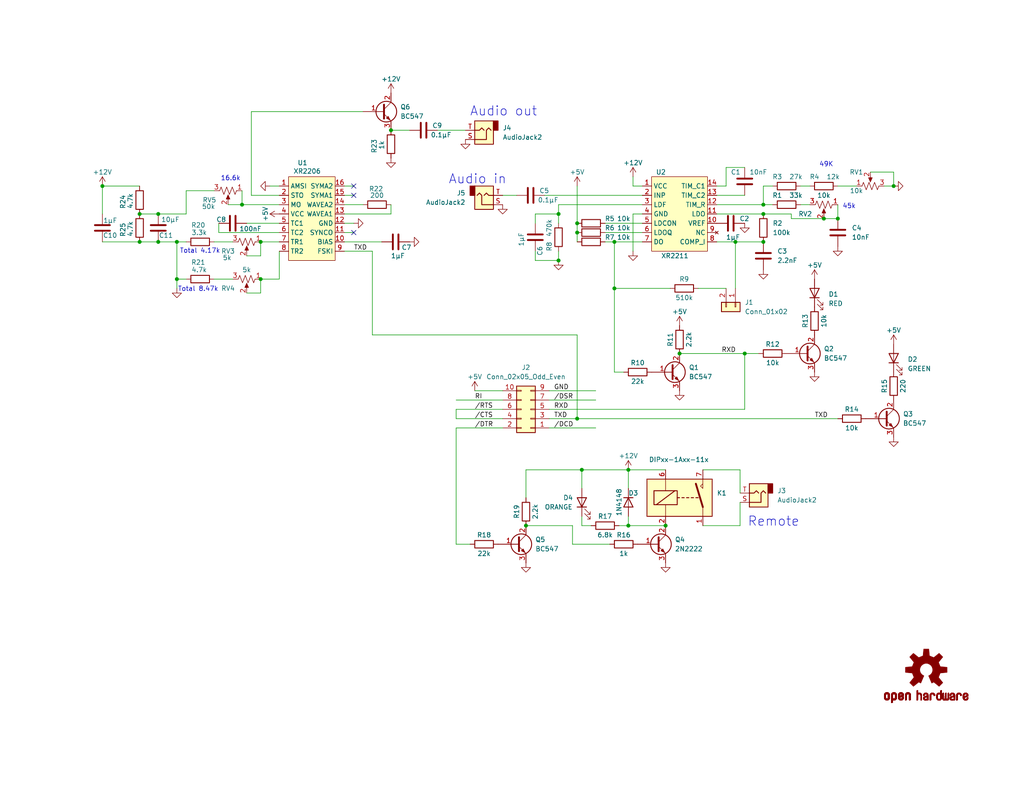
<source format=kicad_sch>
(kicad_sch
	(version 20231120)
	(generator "eeschema")
	(generator_version "8.0")
	(uuid "2537bda8-ba1e-45d8-8df1-68276a1ca233")
	(paper "USLetter")
	(lib_symbols
		(symbol "Connector_Audio:AudioJack2"
			(exclude_from_sim no)
			(in_bom yes)
			(on_board yes)
			(property "Reference" "J"
				(at 0 8.89 0)
				(effects
					(font
						(size 1.27 1.27)
					)
				)
			)
			(property "Value" "AudioJack2"
				(at 0 6.35 0)
				(effects
					(font
						(size 1.27 1.27)
					)
				)
			)
			(property "Footprint" ""
				(at 0 0 0)
				(effects
					(font
						(size 1.27 1.27)
					)
					(hide yes)
				)
			)
			(property "Datasheet" "~"
				(at 0 0 0)
				(effects
					(font
						(size 1.27 1.27)
					)
					(hide yes)
				)
			)
			(property "Description" "Audio Jack, 2 Poles (Mono / TS)"
				(at 0 0 0)
				(effects
					(font
						(size 1.27 1.27)
					)
					(hide yes)
				)
			)
			(property "ki_keywords" "audio jack receptacle mono phone headphone TS connector"
				(at 0 0 0)
				(effects
					(font
						(size 1.27 1.27)
					)
					(hide yes)
				)
			)
			(property "ki_fp_filters" "Jack*"
				(at 0 0 0)
				(effects
					(font
						(size 1.27 1.27)
					)
					(hide yes)
				)
			)
			(symbol "AudioJack2_0_1"
				(rectangle
					(start -3.81 0)
					(end -2.54 -2.54)
					(stroke
						(width 0.254)
						(type default)
					)
					(fill
						(type outline)
					)
				)
				(rectangle
					(start -2.54 3.81)
					(end 2.54 -2.54)
					(stroke
						(width 0.254)
						(type default)
					)
					(fill
						(type background)
					)
				)
				(polyline
					(pts
						(xy 0 0) (xy 0.635 -0.635) (xy 1.27 0) (xy 2.54 0)
					)
					(stroke
						(width 0.254)
						(type default)
					)
					(fill
						(type none)
					)
				)
				(polyline
					(pts
						(xy 2.54 2.54) (xy -0.635 2.54) (xy -0.635 0) (xy -1.27 -0.635) (xy -1.905 0)
					)
					(stroke
						(width 0.254)
						(type default)
					)
					(fill
						(type none)
					)
				)
			)
			(symbol "AudioJack2_1_1"
				(pin passive line
					(at 5.08 2.54 180)
					(length 2.54)
					(name "~"
						(effects
							(font
								(size 1.27 1.27)
							)
						)
					)
					(number "S"
						(effects
							(font
								(size 1.27 1.27)
							)
						)
					)
				)
				(pin passive line
					(at 5.08 0 180)
					(length 2.54)
					(name "~"
						(effects
							(font
								(size 1.27 1.27)
							)
						)
					)
					(number "T"
						(effects
							(font
								(size 1.27 1.27)
							)
						)
					)
				)
			)
		)
		(symbol "Connector_Generic:Conn_01x02"
			(pin_names
				(offset 1.016) hide)
			(exclude_from_sim no)
			(in_bom yes)
			(on_board yes)
			(property "Reference" "J"
				(at 0 2.54 0)
				(effects
					(font
						(size 1.27 1.27)
					)
				)
			)
			(property "Value" "Conn_01x02"
				(at 0 -5.08 0)
				(effects
					(font
						(size 1.27 1.27)
					)
				)
			)
			(property "Footprint" ""
				(at 0 0 0)
				(effects
					(font
						(size 1.27 1.27)
					)
					(hide yes)
				)
			)
			(property "Datasheet" "~"
				(at 0 0 0)
				(effects
					(font
						(size 1.27 1.27)
					)
					(hide yes)
				)
			)
			(property "Description" "Generic connector, single row, 01x02, script generated (kicad-library-utils/schlib/autogen/connector/)"
				(at 0 0 0)
				(effects
					(font
						(size 1.27 1.27)
					)
					(hide yes)
				)
			)
			(property "ki_keywords" "connector"
				(at 0 0 0)
				(effects
					(font
						(size 1.27 1.27)
					)
					(hide yes)
				)
			)
			(property "ki_fp_filters" "Connector*:*_1x??_*"
				(at 0 0 0)
				(effects
					(font
						(size 1.27 1.27)
					)
					(hide yes)
				)
			)
			(symbol "Conn_01x02_1_1"
				(rectangle
					(start -1.27 -2.413)
					(end 0 -2.667)
					(stroke
						(width 0.1524)
						(type default)
					)
					(fill
						(type none)
					)
				)
				(rectangle
					(start -1.27 0.127)
					(end 0 -0.127)
					(stroke
						(width 0.1524)
						(type default)
					)
					(fill
						(type none)
					)
				)
				(rectangle
					(start -1.27 1.27)
					(end 1.27 -3.81)
					(stroke
						(width 0.254)
						(type default)
					)
					(fill
						(type background)
					)
				)
				(pin passive line
					(at -5.08 0 0)
					(length 3.81)
					(name "Pin_1"
						(effects
							(font
								(size 1.27 1.27)
							)
						)
					)
					(number "1"
						(effects
							(font
								(size 1.27 1.27)
							)
						)
					)
				)
				(pin passive line
					(at -5.08 -2.54 0)
					(length 3.81)
					(name "Pin_2"
						(effects
							(font
								(size 1.27 1.27)
							)
						)
					)
					(number "2"
						(effects
							(font
								(size 1.27 1.27)
							)
						)
					)
				)
			)
		)
		(symbol "Connector_Generic:Conn_02x05_Odd_Even"
			(pin_names
				(offset 1.016) hide)
			(exclude_from_sim no)
			(in_bom yes)
			(on_board yes)
			(property "Reference" "J"
				(at 1.27 7.62 0)
				(effects
					(font
						(size 1.27 1.27)
					)
				)
			)
			(property "Value" "Conn_02x05_Odd_Even"
				(at 1.27 -7.62 0)
				(effects
					(font
						(size 1.27 1.27)
					)
				)
			)
			(property "Footprint" ""
				(at 0 0 0)
				(effects
					(font
						(size 1.27 1.27)
					)
					(hide yes)
				)
			)
			(property "Datasheet" "~"
				(at 0 0 0)
				(effects
					(font
						(size 1.27 1.27)
					)
					(hide yes)
				)
			)
			(property "Description" "Generic connector, double row, 02x05, odd/even pin numbering scheme (row 1 odd numbers, row 2 even numbers), script generated (kicad-library-utils/schlib/autogen/connector/)"
				(at 0 0 0)
				(effects
					(font
						(size 1.27 1.27)
					)
					(hide yes)
				)
			)
			(property "ki_keywords" "connector"
				(at 0 0 0)
				(effects
					(font
						(size 1.27 1.27)
					)
					(hide yes)
				)
			)
			(property "ki_fp_filters" "Connector*:*_2x??_*"
				(at 0 0 0)
				(effects
					(font
						(size 1.27 1.27)
					)
					(hide yes)
				)
			)
			(symbol "Conn_02x05_Odd_Even_1_1"
				(rectangle
					(start -1.27 -4.953)
					(end 0 -5.207)
					(stroke
						(width 0.1524)
						(type default)
					)
					(fill
						(type none)
					)
				)
				(rectangle
					(start -1.27 -2.413)
					(end 0 -2.667)
					(stroke
						(width 0.1524)
						(type default)
					)
					(fill
						(type none)
					)
				)
				(rectangle
					(start -1.27 0.127)
					(end 0 -0.127)
					(stroke
						(width 0.1524)
						(type default)
					)
					(fill
						(type none)
					)
				)
				(rectangle
					(start -1.27 2.667)
					(end 0 2.413)
					(stroke
						(width 0.1524)
						(type default)
					)
					(fill
						(type none)
					)
				)
				(rectangle
					(start -1.27 5.207)
					(end 0 4.953)
					(stroke
						(width 0.1524)
						(type default)
					)
					(fill
						(type none)
					)
				)
				(rectangle
					(start -1.27 6.35)
					(end 3.81 -6.35)
					(stroke
						(width 0.254)
						(type default)
					)
					(fill
						(type background)
					)
				)
				(rectangle
					(start 3.81 -4.953)
					(end 2.54 -5.207)
					(stroke
						(width 0.1524)
						(type default)
					)
					(fill
						(type none)
					)
				)
				(rectangle
					(start 3.81 -2.413)
					(end 2.54 -2.667)
					(stroke
						(width 0.1524)
						(type default)
					)
					(fill
						(type none)
					)
				)
				(rectangle
					(start 3.81 0.127)
					(end 2.54 -0.127)
					(stroke
						(width 0.1524)
						(type default)
					)
					(fill
						(type none)
					)
				)
				(rectangle
					(start 3.81 2.667)
					(end 2.54 2.413)
					(stroke
						(width 0.1524)
						(type default)
					)
					(fill
						(type none)
					)
				)
				(rectangle
					(start 3.81 5.207)
					(end 2.54 4.953)
					(stroke
						(width 0.1524)
						(type default)
					)
					(fill
						(type none)
					)
				)
				(pin passive line
					(at -5.08 5.08 0)
					(length 3.81)
					(name "Pin_1"
						(effects
							(font
								(size 1.27 1.27)
							)
						)
					)
					(number "1"
						(effects
							(font
								(size 1.27 1.27)
							)
						)
					)
				)
				(pin passive line
					(at 7.62 -5.08 180)
					(length 3.81)
					(name "Pin_10"
						(effects
							(font
								(size 1.27 1.27)
							)
						)
					)
					(number "10"
						(effects
							(font
								(size 1.27 1.27)
							)
						)
					)
				)
				(pin passive line
					(at 7.62 5.08 180)
					(length 3.81)
					(name "Pin_2"
						(effects
							(font
								(size 1.27 1.27)
							)
						)
					)
					(number "2"
						(effects
							(font
								(size 1.27 1.27)
							)
						)
					)
				)
				(pin passive line
					(at -5.08 2.54 0)
					(length 3.81)
					(name "Pin_3"
						(effects
							(font
								(size 1.27 1.27)
							)
						)
					)
					(number "3"
						(effects
							(font
								(size 1.27 1.27)
							)
						)
					)
				)
				(pin passive line
					(at 7.62 2.54 180)
					(length 3.81)
					(name "Pin_4"
						(effects
							(font
								(size 1.27 1.27)
							)
						)
					)
					(number "4"
						(effects
							(font
								(size 1.27 1.27)
							)
						)
					)
				)
				(pin passive line
					(at -5.08 0 0)
					(length 3.81)
					(name "Pin_5"
						(effects
							(font
								(size 1.27 1.27)
							)
						)
					)
					(number "5"
						(effects
							(font
								(size 1.27 1.27)
							)
						)
					)
				)
				(pin passive line
					(at 7.62 0 180)
					(length 3.81)
					(name "Pin_6"
						(effects
							(font
								(size 1.27 1.27)
							)
						)
					)
					(number "6"
						(effects
							(font
								(size 1.27 1.27)
							)
						)
					)
				)
				(pin passive line
					(at -5.08 -2.54 0)
					(length 3.81)
					(name "Pin_7"
						(effects
							(font
								(size 1.27 1.27)
							)
						)
					)
					(number "7"
						(effects
							(font
								(size 1.27 1.27)
							)
						)
					)
				)
				(pin passive line
					(at 7.62 -2.54 180)
					(length 3.81)
					(name "Pin_8"
						(effects
							(font
								(size 1.27 1.27)
							)
						)
					)
					(number "8"
						(effects
							(font
								(size 1.27 1.27)
							)
						)
					)
				)
				(pin passive line
					(at -5.08 -5.08 0)
					(length 3.81)
					(name "Pin_9"
						(effects
							(font
								(size 1.27 1.27)
							)
						)
					)
					(number "9"
						(effects
							(font
								(size 1.27 1.27)
							)
						)
					)
				)
			)
		)
		(symbol "Device:C"
			(pin_numbers hide)
			(pin_names
				(offset 0.254)
			)
			(exclude_from_sim no)
			(in_bom yes)
			(on_board yes)
			(property "Reference" "C"
				(at 0.635 2.54 0)
				(effects
					(font
						(size 1.27 1.27)
					)
					(justify left)
				)
			)
			(property "Value" "C"
				(at 0.635 -2.54 0)
				(effects
					(font
						(size 1.27 1.27)
					)
					(justify left)
				)
			)
			(property "Footprint" ""
				(at 0.9652 -3.81 0)
				(effects
					(font
						(size 1.27 1.27)
					)
					(hide yes)
				)
			)
			(property "Datasheet" "~"
				(at 0 0 0)
				(effects
					(font
						(size 1.27 1.27)
					)
					(hide yes)
				)
			)
			(property "Description" "Unpolarized capacitor"
				(at 0 0 0)
				(effects
					(font
						(size 1.27 1.27)
					)
					(hide yes)
				)
			)
			(property "ki_keywords" "cap capacitor"
				(at 0 0 0)
				(effects
					(font
						(size 1.27 1.27)
					)
					(hide yes)
				)
			)
			(property "ki_fp_filters" "C_*"
				(at 0 0 0)
				(effects
					(font
						(size 1.27 1.27)
					)
					(hide yes)
				)
			)
			(symbol "C_0_1"
				(polyline
					(pts
						(xy -2.032 -0.762) (xy 2.032 -0.762)
					)
					(stroke
						(width 0.508)
						(type default)
					)
					(fill
						(type none)
					)
				)
				(polyline
					(pts
						(xy -2.032 0.762) (xy 2.032 0.762)
					)
					(stroke
						(width 0.508)
						(type default)
					)
					(fill
						(type none)
					)
				)
			)
			(symbol "C_1_1"
				(pin passive line
					(at 0 3.81 270)
					(length 2.794)
					(name "~"
						(effects
							(font
								(size 1.27 1.27)
							)
						)
					)
					(number "1"
						(effects
							(font
								(size 1.27 1.27)
							)
						)
					)
				)
				(pin passive line
					(at 0 -3.81 90)
					(length 2.794)
					(name "~"
						(effects
							(font
								(size 1.27 1.27)
							)
						)
					)
					(number "2"
						(effects
							(font
								(size 1.27 1.27)
							)
						)
					)
				)
			)
		)
		(symbol "Device:LED"
			(pin_numbers hide)
			(pin_names
				(offset 1.016) hide)
			(exclude_from_sim no)
			(in_bom yes)
			(on_board yes)
			(property "Reference" "D"
				(at 0 2.54 0)
				(effects
					(font
						(size 1.27 1.27)
					)
				)
			)
			(property "Value" "LED"
				(at 0 -2.54 0)
				(effects
					(font
						(size 1.27 1.27)
					)
				)
			)
			(property "Footprint" ""
				(at 0 0 0)
				(effects
					(font
						(size 1.27 1.27)
					)
					(hide yes)
				)
			)
			(property "Datasheet" "~"
				(at 0 0 0)
				(effects
					(font
						(size 1.27 1.27)
					)
					(hide yes)
				)
			)
			(property "Description" "Light emitting diode"
				(at 0 0 0)
				(effects
					(font
						(size 1.27 1.27)
					)
					(hide yes)
				)
			)
			(property "ki_keywords" "LED diode"
				(at 0 0 0)
				(effects
					(font
						(size 1.27 1.27)
					)
					(hide yes)
				)
			)
			(property "ki_fp_filters" "LED* LED_SMD:* LED_THT:*"
				(at 0 0 0)
				(effects
					(font
						(size 1.27 1.27)
					)
					(hide yes)
				)
			)
			(symbol "LED_0_1"
				(polyline
					(pts
						(xy -1.27 -1.27) (xy -1.27 1.27)
					)
					(stroke
						(width 0.254)
						(type default)
					)
					(fill
						(type none)
					)
				)
				(polyline
					(pts
						(xy -1.27 0) (xy 1.27 0)
					)
					(stroke
						(width 0)
						(type default)
					)
					(fill
						(type none)
					)
				)
				(polyline
					(pts
						(xy 1.27 -1.27) (xy 1.27 1.27) (xy -1.27 0) (xy 1.27 -1.27)
					)
					(stroke
						(width 0.254)
						(type default)
					)
					(fill
						(type none)
					)
				)
				(polyline
					(pts
						(xy -3.048 -0.762) (xy -4.572 -2.286) (xy -3.81 -2.286) (xy -4.572 -2.286) (xy -4.572 -1.524)
					)
					(stroke
						(width 0)
						(type default)
					)
					(fill
						(type none)
					)
				)
				(polyline
					(pts
						(xy -1.778 -0.762) (xy -3.302 -2.286) (xy -2.54 -2.286) (xy -3.302 -2.286) (xy -3.302 -1.524)
					)
					(stroke
						(width 0)
						(type default)
					)
					(fill
						(type none)
					)
				)
			)
			(symbol "LED_1_1"
				(pin passive line
					(at -3.81 0 0)
					(length 2.54)
					(name "K"
						(effects
							(font
								(size 1.27 1.27)
							)
						)
					)
					(number "1"
						(effects
							(font
								(size 1.27 1.27)
							)
						)
					)
				)
				(pin passive line
					(at 3.81 0 180)
					(length 2.54)
					(name "A"
						(effects
							(font
								(size 1.27 1.27)
							)
						)
					)
					(number "2"
						(effects
							(font
								(size 1.27 1.27)
							)
						)
					)
				)
			)
		)
		(symbol "Device:Q_NPN_BCE"
			(pin_names
				(offset 0) hide)
			(exclude_from_sim no)
			(in_bom yes)
			(on_board yes)
			(property "Reference" "Q"
				(at 5.08 1.27 0)
				(effects
					(font
						(size 1.27 1.27)
					)
					(justify left)
				)
			)
			(property "Value" "Q_NPN_BCE"
				(at 5.08 -1.27 0)
				(effects
					(font
						(size 1.27 1.27)
					)
					(justify left)
				)
			)
			(property "Footprint" ""
				(at 5.08 2.54 0)
				(effects
					(font
						(size 1.27 1.27)
					)
					(hide yes)
				)
			)
			(property "Datasheet" "~"
				(at 0 0 0)
				(effects
					(font
						(size 1.27 1.27)
					)
					(hide yes)
				)
			)
			(property "Description" "NPN transistor, base/collector/emitter"
				(at 0 0 0)
				(effects
					(font
						(size 1.27 1.27)
					)
					(hide yes)
				)
			)
			(property "ki_keywords" "transistor NPN"
				(at 0 0 0)
				(effects
					(font
						(size 1.27 1.27)
					)
					(hide yes)
				)
			)
			(symbol "Q_NPN_BCE_0_1"
				(polyline
					(pts
						(xy 0.635 0.635) (xy 2.54 2.54)
					)
					(stroke
						(width 0)
						(type default)
					)
					(fill
						(type none)
					)
				)
				(polyline
					(pts
						(xy 0.635 -0.635) (xy 2.54 -2.54) (xy 2.54 -2.54)
					)
					(stroke
						(width 0)
						(type default)
					)
					(fill
						(type none)
					)
				)
				(polyline
					(pts
						(xy 0.635 1.905) (xy 0.635 -1.905) (xy 0.635 -1.905)
					)
					(stroke
						(width 0.508)
						(type default)
					)
					(fill
						(type none)
					)
				)
				(polyline
					(pts
						(xy 1.27 -1.778) (xy 1.778 -1.27) (xy 2.286 -2.286) (xy 1.27 -1.778) (xy 1.27 -1.778)
					)
					(stroke
						(width 0)
						(type default)
					)
					(fill
						(type outline)
					)
				)
				(circle
					(center 1.27 0)
					(radius 2.8194)
					(stroke
						(width 0.254)
						(type default)
					)
					(fill
						(type none)
					)
				)
			)
			(symbol "Q_NPN_BCE_1_1"
				(pin input line
					(at -5.08 0 0)
					(length 5.715)
					(name "B"
						(effects
							(font
								(size 1.27 1.27)
							)
						)
					)
					(number "1"
						(effects
							(font
								(size 1.27 1.27)
							)
						)
					)
				)
				(pin passive line
					(at 2.54 5.08 270)
					(length 2.54)
					(name "C"
						(effects
							(font
								(size 1.27 1.27)
							)
						)
					)
					(number "2"
						(effects
							(font
								(size 1.27 1.27)
							)
						)
					)
				)
				(pin passive line
					(at 2.54 -5.08 90)
					(length 2.54)
					(name "E"
						(effects
							(font
								(size 1.27 1.27)
							)
						)
					)
					(number "3"
						(effects
							(font
								(size 1.27 1.27)
							)
						)
					)
				)
			)
		)
		(symbol "Device:R"
			(pin_numbers hide)
			(pin_names
				(offset 0)
			)
			(exclude_from_sim no)
			(in_bom yes)
			(on_board yes)
			(property "Reference" "R"
				(at 2.032 0 90)
				(effects
					(font
						(size 1.27 1.27)
					)
				)
			)
			(property "Value" "R"
				(at 0 0 90)
				(effects
					(font
						(size 1.27 1.27)
					)
				)
			)
			(property "Footprint" ""
				(at -1.778 0 90)
				(effects
					(font
						(size 1.27 1.27)
					)
					(hide yes)
				)
			)
			(property "Datasheet" "~"
				(at 0 0 0)
				(effects
					(font
						(size 1.27 1.27)
					)
					(hide yes)
				)
			)
			(property "Description" "Resistor"
				(at 0 0 0)
				(effects
					(font
						(size 1.27 1.27)
					)
					(hide yes)
				)
			)
			(property "ki_keywords" "R res resistor"
				(at 0 0 0)
				(effects
					(font
						(size 1.27 1.27)
					)
					(hide yes)
				)
			)
			(property "ki_fp_filters" "R_*"
				(at 0 0 0)
				(effects
					(font
						(size 1.27 1.27)
					)
					(hide yes)
				)
			)
			(symbol "R_0_1"
				(rectangle
					(start -1.016 -2.54)
					(end 1.016 2.54)
					(stroke
						(width 0.254)
						(type default)
					)
					(fill
						(type none)
					)
				)
			)
			(symbol "R_1_1"
				(pin passive line
					(at 0 3.81 270)
					(length 1.27)
					(name "~"
						(effects
							(font
								(size 1.27 1.27)
							)
						)
					)
					(number "1"
						(effects
							(font
								(size 1.27 1.27)
							)
						)
					)
				)
				(pin passive line
					(at 0 -3.81 90)
					(length 1.27)
					(name "~"
						(effects
							(font
								(size 1.27 1.27)
							)
						)
					)
					(number "2"
						(effects
							(font
								(size 1.27 1.27)
							)
						)
					)
				)
			)
		)
		(symbol "Device:R_Potentiometer_US"
			(pin_names
				(offset 1.016) hide)
			(exclude_from_sim no)
			(in_bom yes)
			(on_board yes)
			(property "Reference" "RV"
				(at -4.445 0 90)
				(effects
					(font
						(size 1.27 1.27)
					)
				)
			)
			(property "Value" "R_Potentiometer_US"
				(at -2.54 0 90)
				(effects
					(font
						(size 1.27 1.27)
					)
				)
			)
			(property "Footprint" ""
				(at 0 0 0)
				(effects
					(font
						(size 1.27 1.27)
					)
					(hide yes)
				)
			)
			(property "Datasheet" "~"
				(at 0 0 0)
				(effects
					(font
						(size 1.27 1.27)
					)
					(hide yes)
				)
			)
			(property "Description" "Potentiometer, US symbol"
				(at 0 0 0)
				(effects
					(font
						(size 1.27 1.27)
					)
					(hide yes)
				)
			)
			(property "ki_keywords" "resistor variable"
				(at 0 0 0)
				(effects
					(font
						(size 1.27 1.27)
					)
					(hide yes)
				)
			)
			(property "ki_fp_filters" "Potentiometer*"
				(at 0 0 0)
				(effects
					(font
						(size 1.27 1.27)
					)
					(hide yes)
				)
			)
			(symbol "R_Potentiometer_US_0_1"
				(polyline
					(pts
						(xy 0 -2.286) (xy 0 -2.54)
					)
					(stroke
						(width 0)
						(type default)
					)
					(fill
						(type none)
					)
				)
				(polyline
					(pts
						(xy 0 2.54) (xy 0 2.286)
					)
					(stroke
						(width 0)
						(type default)
					)
					(fill
						(type none)
					)
				)
				(polyline
					(pts
						(xy 2.54 0) (xy 1.524 0)
					)
					(stroke
						(width 0)
						(type default)
					)
					(fill
						(type none)
					)
				)
				(polyline
					(pts
						(xy 1.143 0) (xy 2.286 0.508) (xy 2.286 -0.508) (xy 1.143 0)
					)
					(stroke
						(width 0)
						(type default)
					)
					(fill
						(type outline)
					)
				)
				(polyline
					(pts
						(xy 0 -0.762) (xy 1.016 -1.143) (xy 0 -1.524) (xy -1.016 -1.905) (xy 0 -2.286)
					)
					(stroke
						(width 0)
						(type default)
					)
					(fill
						(type none)
					)
				)
				(polyline
					(pts
						(xy 0 0.762) (xy 1.016 0.381) (xy 0 0) (xy -1.016 -0.381) (xy 0 -0.762)
					)
					(stroke
						(width 0)
						(type default)
					)
					(fill
						(type none)
					)
				)
				(polyline
					(pts
						(xy 0 2.286) (xy 1.016 1.905) (xy 0 1.524) (xy -1.016 1.143) (xy 0 0.762)
					)
					(stroke
						(width 0)
						(type default)
					)
					(fill
						(type none)
					)
				)
			)
			(symbol "R_Potentiometer_US_1_1"
				(pin passive line
					(at 0 3.81 270)
					(length 1.27)
					(name "1"
						(effects
							(font
								(size 1.27 1.27)
							)
						)
					)
					(number "1"
						(effects
							(font
								(size 1.27 1.27)
							)
						)
					)
				)
				(pin passive line
					(at 3.81 0 180)
					(length 1.27)
					(name "2"
						(effects
							(font
								(size 1.27 1.27)
							)
						)
					)
					(number "2"
						(effects
							(font
								(size 1.27 1.27)
							)
						)
					)
				)
				(pin passive line
					(at 0 -3.81 90)
					(length 1.27)
					(name "3"
						(effects
							(font
								(size 1.27 1.27)
							)
						)
					)
					(number "3"
						(effects
							(font
								(size 1.27 1.27)
							)
						)
					)
				)
			)
		)
		(symbol "Diode:1N4148"
			(pin_numbers hide)
			(pin_names hide)
			(exclude_from_sim no)
			(in_bom yes)
			(on_board yes)
			(property "Reference" "D"
				(at 0 2.54 0)
				(effects
					(font
						(size 1.27 1.27)
					)
				)
			)
			(property "Value" "1N4148"
				(at 0 -2.54 0)
				(effects
					(font
						(size 1.27 1.27)
					)
				)
			)
			(property "Footprint" "Diode_THT:D_DO-35_SOD27_P7.62mm_Horizontal"
				(at 0 0 0)
				(effects
					(font
						(size 1.27 1.27)
					)
					(hide yes)
				)
			)
			(property "Datasheet" "https://assets.nexperia.com/documents/data-sheet/1N4148_1N4448.pdf"
				(at 0 0 0)
				(effects
					(font
						(size 1.27 1.27)
					)
					(hide yes)
				)
			)
			(property "Description" "100V 0.15A standard switching diode, DO-35"
				(at 0 0 0)
				(effects
					(font
						(size 1.27 1.27)
					)
					(hide yes)
				)
			)
			(property "Sim.Device" "D"
				(at 0 0 0)
				(effects
					(font
						(size 1.27 1.27)
					)
					(hide yes)
				)
			)
			(property "Sim.Pins" "1=K 2=A"
				(at 0 0 0)
				(effects
					(font
						(size 1.27 1.27)
					)
					(hide yes)
				)
			)
			(property "ki_keywords" "diode"
				(at 0 0 0)
				(effects
					(font
						(size 1.27 1.27)
					)
					(hide yes)
				)
			)
			(property "ki_fp_filters" "D*DO?35*"
				(at 0 0 0)
				(effects
					(font
						(size 1.27 1.27)
					)
					(hide yes)
				)
			)
			(symbol "1N4148_0_1"
				(polyline
					(pts
						(xy -1.27 1.27) (xy -1.27 -1.27)
					)
					(stroke
						(width 0.254)
						(type default)
					)
					(fill
						(type none)
					)
				)
				(polyline
					(pts
						(xy 1.27 0) (xy -1.27 0)
					)
					(stroke
						(width 0)
						(type default)
					)
					(fill
						(type none)
					)
				)
				(polyline
					(pts
						(xy 1.27 1.27) (xy 1.27 -1.27) (xy -1.27 0) (xy 1.27 1.27)
					)
					(stroke
						(width 0.254)
						(type default)
					)
					(fill
						(type none)
					)
				)
			)
			(symbol "1N4148_1_1"
				(pin passive line
					(at -3.81 0 0)
					(length 2.54)
					(name "K"
						(effects
							(font
								(size 1.27 1.27)
							)
						)
					)
					(number "1"
						(effects
							(font
								(size 1.27 1.27)
							)
						)
					)
				)
				(pin passive line
					(at 3.81 0 180)
					(length 2.54)
					(name "A"
						(effects
							(font
								(size 1.27 1.27)
							)
						)
					)
					(number "2"
						(effects
							(font
								(size 1.27 1.27)
							)
						)
					)
				)
			)
		)
		(symbol "GND_1"
			(power)
			(pin_names
				(offset 0)
			)
			(exclude_from_sim no)
			(in_bom yes)
			(on_board yes)
			(property "Reference" "#PWR"
				(at 0 -6.35 0)
				(effects
					(font
						(size 1.27 1.27)
					)
					(hide yes)
				)
			)
			(property "Value" "GND"
				(at 0 -3.81 0)
				(effects
					(font
						(size 1.27 1.27)
					)
				)
			)
			(property "Footprint" ""
				(at 0 0 0)
				(effects
					(font
						(size 1.27 1.27)
					)
					(hide yes)
				)
			)
			(property "Datasheet" ""
				(at 0 0 0)
				(effects
					(font
						(size 1.27 1.27)
					)
					(hide yes)
				)
			)
			(property "Description" "Power symbol creates a global label with name \"GND\" , ground"
				(at 0 0 0)
				(effects
					(font
						(size 1.27 1.27)
					)
					(hide yes)
				)
			)
			(property "ki_keywords" "global power"
				(at 0 0 0)
				(effects
					(font
						(size 1.27 1.27)
					)
					(hide yes)
				)
			)
			(symbol "GND_1_0_1"
				(polyline
					(pts
						(xy 0 0) (xy 0 -1.27) (xy 1.27 -1.27) (xy 0 -2.54) (xy -1.27 -1.27) (xy 0 -1.27)
					)
					(stroke
						(width 0)
						(type default)
					)
					(fill
						(type none)
					)
				)
			)
			(symbol "GND_1_1_1"
				(pin power_in line
					(at 0 0 270)
					(length 0) hide
					(name "GND"
						(effects
							(font
								(size 1.27 1.27)
							)
						)
					)
					(number "1"
						(effects
							(font
								(size 1.27 1.27)
							)
						)
					)
				)
			)
		)
		(symbol "GND_2"
			(power)
			(pin_names
				(offset 0)
			)
			(exclude_from_sim no)
			(in_bom yes)
			(on_board yes)
			(property "Reference" "#PWR"
				(at 0 -6.35 0)
				(effects
					(font
						(size 1.27 1.27)
					)
					(hide yes)
				)
			)
			(property "Value" "GND"
				(at 0 -3.81 0)
				(effects
					(font
						(size 1.27 1.27)
					)
				)
			)
			(property "Footprint" ""
				(at 0 0 0)
				(effects
					(font
						(size 1.27 1.27)
					)
					(hide yes)
				)
			)
			(property "Datasheet" ""
				(at 0 0 0)
				(effects
					(font
						(size 1.27 1.27)
					)
					(hide yes)
				)
			)
			(property "Description" "Power symbol creates a global label with name \"GND\" , ground"
				(at 0 0 0)
				(effects
					(font
						(size 1.27 1.27)
					)
					(hide yes)
				)
			)
			(property "ki_keywords" "global power"
				(at 0 0 0)
				(effects
					(font
						(size 1.27 1.27)
					)
					(hide yes)
				)
			)
			(symbol "GND_2_0_1"
				(polyline
					(pts
						(xy 0 0) (xy 0 -1.27) (xy 1.27 -1.27) (xy 0 -2.54) (xy -1.27 -1.27) (xy 0 -1.27)
					)
					(stroke
						(width 0)
						(type default)
					)
					(fill
						(type none)
					)
				)
			)
			(symbol "GND_2_1_1"
				(pin power_in line
					(at 0 0 270)
					(length 0) hide
					(name "GND"
						(effects
							(font
								(size 1.27 1.27)
							)
						)
					)
					(number "1"
						(effects
							(font
								(size 1.27 1.27)
							)
						)
					)
				)
			)
		)
		(symbol "GND_3"
			(power)
			(pin_names
				(offset 0)
			)
			(exclude_from_sim no)
			(in_bom yes)
			(on_board yes)
			(property "Reference" "#PWR"
				(at 0 -6.35 0)
				(effects
					(font
						(size 1.27 1.27)
					)
					(hide yes)
				)
			)
			(property "Value" "GND"
				(at 0 -3.81 0)
				(effects
					(font
						(size 1.27 1.27)
					)
				)
			)
			(property "Footprint" ""
				(at 0 0 0)
				(effects
					(font
						(size 1.27 1.27)
					)
					(hide yes)
				)
			)
			(property "Datasheet" ""
				(at 0 0 0)
				(effects
					(font
						(size 1.27 1.27)
					)
					(hide yes)
				)
			)
			(property "Description" "Power symbol creates a global label with name \"GND\" , ground"
				(at 0 0 0)
				(effects
					(font
						(size 1.27 1.27)
					)
					(hide yes)
				)
			)
			(property "ki_keywords" "global power"
				(at 0 0 0)
				(effects
					(font
						(size 1.27 1.27)
					)
					(hide yes)
				)
			)
			(symbol "GND_3_0_1"
				(polyline
					(pts
						(xy 0 0) (xy 0 -1.27) (xy 1.27 -1.27) (xy 0 -2.54) (xy -1.27 -1.27) (xy 0 -1.27)
					)
					(stroke
						(width 0)
						(type default)
					)
					(fill
						(type none)
					)
				)
			)
			(symbol "GND_3_1_1"
				(pin power_in line
					(at 0 0 270)
					(length 0) hide
					(name "GND"
						(effects
							(font
								(size 1.27 1.27)
							)
						)
					)
					(number "1"
						(effects
							(font
								(size 1.27 1.27)
							)
						)
					)
				)
			)
		)
		(symbol "GND_4"
			(power)
			(pin_names
				(offset 0)
			)
			(exclude_from_sim no)
			(in_bom yes)
			(on_board yes)
			(property "Reference" "#PWR"
				(at 0 -6.35 0)
				(effects
					(font
						(size 1.27 1.27)
					)
					(hide yes)
				)
			)
			(property "Value" "GND"
				(at 0 -3.81 0)
				(effects
					(font
						(size 1.27 1.27)
					)
				)
			)
			(property "Footprint" ""
				(at 0 0 0)
				(effects
					(font
						(size 1.27 1.27)
					)
					(hide yes)
				)
			)
			(property "Datasheet" ""
				(at 0 0 0)
				(effects
					(font
						(size 1.27 1.27)
					)
					(hide yes)
				)
			)
			(property "Description" "Power symbol creates a global label with name \"GND\" , ground"
				(at 0 0 0)
				(effects
					(font
						(size 1.27 1.27)
					)
					(hide yes)
				)
			)
			(property "ki_keywords" "global power"
				(at 0 0 0)
				(effects
					(font
						(size 1.27 1.27)
					)
					(hide yes)
				)
			)
			(symbol "GND_4_0_1"
				(polyline
					(pts
						(xy 0 0) (xy 0 -1.27) (xy 1.27 -1.27) (xy 0 -2.54) (xy -1.27 -1.27) (xy 0 -1.27)
					)
					(stroke
						(width 0)
						(type default)
					)
					(fill
						(type none)
					)
				)
			)
			(symbol "GND_4_1_1"
				(pin power_in line
					(at 0 0 270)
					(length 0) hide
					(name "GND"
						(effects
							(font
								(size 1.27 1.27)
							)
						)
					)
					(number "1"
						(effects
							(font
								(size 1.27 1.27)
							)
						)
					)
				)
			)
		)
		(symbol "GND_5"
			(power)
			(pin_names
				(offset 0)
			)
			(exclude_from_sim no)
			(in_bom yes)
			(on_board yes)
			(property "Reference" "#PWR"
				(at 0 -6.35 0)
				(effects
					(font
						(size 1.27 1.27)
					)
					(hide yes)
				)
			)
			(property "Value" "GND"
				(at 0 -3.81 0)
				(effects
					(font
						(size 1.27 1.27)
					)
				)
			)
			(property "Footprint" ""
				(at 0 0 0)
				(effects
					(font
						(size 1.27 1.27)
					)
					(hide yes)
				)
			)
			(property "Datasheet" ""
				(at 0 0 0)
				(effects
					(font
						(size 1.27 1.27)
					)
					(hide yes)
				)
			)
			(property "Description" "Power symbol creates a global label with name \"GND\" , ground"
				(at 0 0 0)
				(effects
					(font
						(size 1.27 1.27)
					)
					(hide yes)
				)
			)
			(property "ki_keywords" "global power"
				(at 0 0 0)
				(effects
					(font
						(size 1.27 1.27)
					)
					(hide yes)
				)
			)
			(symbol "GND_5_0_1"
				(polyline
					(pts
						(xy 0 0) (xy 0 -1.27) (xy 1.27 -1.27) (xy 0 -2.54) (xy -1.27 -1.27) (xy 0 -1.27)
					)
					(stroke
						(width 0)
						(type default)
					)
					(fill
						(type none)
					)
				)
			)
			(symbol "GND_5_1_1"
				(pin power_in line
					(at 0 0 270)
					(length 0) hide
					(name "GND"
						(effects
							(font
								(size 1.27 1.27)
							)
						)
					)
					(number "1"
						(effects
							(font
								(size 1.27 1.27)
							)
						)
					)
				)
			)
		)
		(symbol "Relay:DIPxx-1Axx-11x"
			(exclude_from_sim no)
			(in_bom yes)
			(on_board yes)
			(property "Reference" "K"
				(at 8.89 3.81 0)
				(effects
					(font
						(size 1.27 1.27)
					)
					(justify left)
				)
			)
			(property "Value" "DIPxx-1Axx-11x"
				(at 8.89 1.27 0)
				(effects
					(font
						(size 1.27 1.27)
					)
					(justify left)
				)
			)
			(property "Footprint" "Relay_THT:Relay_StandexMeder_DIP_LowProfile"
				(at 8.89 -1.27 0)
				(effects
					(font
						(size 1.27 1.27)
					)
					(justify left)
					(hide yes)
				)
			)
			(property "Datasheet" "https://standexelectronics.com/wp-content/uploads/datasheet_reed_relay_DIP.pdf"
				(at 0 0 0)
				(effects
					(font
						(size 1.27 1.27)
					)
					(hide yes)
				)
			)
			(property "Description" "Standex Meder DIP reed relay, SPST, Closing Contact"
				(at 0 0 0)
				(effects
					(font
						(size 1.27 1.27)
					)
					(hide yes)
				)
			)
			(property "ki_keywords" "Single Pole Reed Relay SPST"
				(at 0 0 0)
				(effects
					(font
						(size 1.27 1.27)
					)
					(hide yes)
				)
			)
			(property "ki_fp_filters" "Relay*StandexMeder*DIP*LowProfile*"
				(at 0 0 0)
				(effects
					(font
						(size 1.27 1.27)
					)
					(hide yes)
				)
			)
			(symbol "DIPxx-1Axx-11x_0_0"
				(polyline
					(pts
						(xy 5.08 5.08) (xy 5.08 2.54) (xy 4.445 3.175) (xy 5.08 3.81)
					)
					(stroke
						(width 0)
						(type default)
					)
					(fill
						(type none)
					)
				)
			)
			(symbol "DIPxx-1Axx-11x_0_1"
				(rectangle
					(start -10.16 5.08)
					(end 7.62 -5.08)
					(stroke
						(width 0.254)
						(type default)
					)
					(fill
						(type background)
					)
				)
				(rectangle
					(start -8.255 1.905)
					(end -1.905 -1.905)
					(stroke
						(width 0.254)
						(type default)
					)
					(fill
						(type none)
					)
				)
				(polyline
					(pts
						(xy -7.62 -1.905) (xy -2.54 1.905)
					)
					(stroke
						(width 0.254)
						(type default)
					)
					(fill
						(type none)
					)
				)
				(polyline
					(pts
						(xy -5.08 -5.08) (xy -5.08 -1.905)
					)
					(stroke
						(width 0)
						(type default)
					)
					(fill
						(type none)
					)
				)
				(polyline
					(pts
						(xy -5.08 5.08) (xy -5.08 1.905)
					)
					(stroke
						(width 0)
						(type default)
					)
					(fill
						(type none)
					)
				)
				(polyline
					(pts
						(xy -1.905 0) (xy -1.27 0)
					)
					(stroke
						(width 0.254)
						(type default)
					)
					(fill
						(type none)
					)
				)
				(polyline
					(pts
						(xy -0.635 0) (xy 0 0)
					)
					(stroke
						(width 0.254)
						(type default)
					)
					(fill
						(type none)
					)
				)
				(polyline
					(pts
						(xy 0.635 0) (xy 1.27 0)
					)
					(stroke
						(width 0.254)
						(type default)
					)
					(fill
						(type none)
					)
				)
				(polyline
					(pts
						(xy 1.905 0) (xy 2.54 0)
					)
					(stroke
						(width 0.254)
						(type default)
					)
					(fill
						(type none)
					)
				)
				(polyline
					(pts
						(xy 3.175 0) (xy 3.81 0)
					)
					(stroke
						(width 0.254)
						(type default)
					)
					(fill
						(type none)
					)
				)
				(polyline
					(pts
						(xy 5.08 -2.54) (xy 3.175 3.81)
					)
					(stroke
						(width 0.508)
						(type default)
					)
					(fill
						(type none)
					)
				)
				(polyline
					(pts
						(xy 5.08 -2.54) (xy 5.08 -5.08)
					)
					(stroke
						(width 0)
						(type default)
					)
					(fill
						(type none)
					)
				)
			)
			(symbol "DIPxx-1Axx-11x_1_1"
				(pin passive line
					(at 5.08 -7.62 90)
					(length 2.54)
					(name "~"
						(effects
							(font
								(size 1.27 1.27)
							)
						)
					)
					(number "1"
						(effects
							(font
								(size 1.27 1.27)
							)
						)
					)
				)
				(pin passive line
					(at 5.08 -7.62 90)
					(length 2.54) hide
					(name "~"
						(effects
							(font
								(size 1.27 1.27)
							)
						)
					)
					(number "14"
						(effects
							(font
								(size 1.27 1.27)
							)
						)
					)
				)
				(pin passive line
					(at -5.08 -7.62 90)
					(length 2.54)
					(name "~"
						(effects
							(font
								(size 1.27 1.27)
							)
						)
					)
					(number "2"
						(effects
							(font
								(size 1.27 1.27)
							)
						)
					)
				)
				(pin passive line
					(at -5.08 7.62 270)
					(length 2.54)
					(name "~"
						(effects
							(font
								(size 1.27 1.27)
							)
						)
					)
					(number "6"
						(effects
							(font
								(size 1.27 1.27)
							)
						)
					)
				)
				(pin passive line
					(at 5.08 7.62 270)
					(length 2.54)
					(name "~"
						(effects
							(font
								(size 1.27 1.27)
							)
						)
					)
					(number "7"
						(effects
							(font
								(size 1.27 1.27)
							)
						)
					)
				)
				(pin passive line
					(at 5.08 7.62 270)
					(length 2.54) hide
					(name "~"
						(effects
							(font
								(size 1.27 1.27)
							)
						)
					)
					(number "8"
						(effects
							(font
								(size 1.27 1.27)
							)
						)
					)
				)
			)
		)
		(symbol "SparkFun-Aesthetics:OSHW-LOGOMINI"
			(pin_numbers hide)
			(pin_names
				(offset 1.016) hide)
			(exclude_from_sim no)
			(in_bom yes)
			(on_board yes)
			(property "Reference" "LOGO"
				(at 0 6.35 0)
				(effects
					(font
						(size 1.143 1.143)
					)
					(hide yes)
				)
			)
			(property "Value" "OSHW-LOGOMINI"
				(at 0 -10.16 0)
				(effects
					(font
						(size 1.143 1.143)
					)
					(hide yes)
				)
			)
			(property "Footprint" "OSHW-LOGO-MINI"
				(at 0 7.62 0)
				(effects
					(font
						(size 0.508 0.508)
					)
					(hide yes)
				)
			)
			(property "Datasheet" ""
				(at 0 0 0)
				(effects
					(font
						(size 1.27 1.27)
					)
					(hide yes)
				)
			)
			(property "Description" "Open-Source Hardware (OSHW) Logo  This logo indicates the piece of hardware it is found on incorporates a OSHW license and/or adheres to the definition of open source hardware found here: <a href=\"http://freedomdefined.org/OSHW\">http://freedomdefined.org/OSHW</a>"
				(at 0 0 0)
				(effects
					(font
						(size 1.27 1.27)
					)
					(hide yes)
				)
			)
			(property "Champ4" "XXX-00000"
				(at 0 8.89 0)
				(effects
					(font
						(size 1.524 1.524)
					)
				)
			)
			(property "ki_locked" ""
				(at 0 0 0)
				(effects
					(font
						(size 1.27 1.27)
					)
				)
			)
			(property "ki_keywords" "PROD_ID:XXX-00000"
				(at 0 0 0)
				(effects
					(font
						(size 1.27 1.27)
					)
					(hide yes)
				)
			)
			(property "ki_fp_filters" "*OSHW-LOGO-MINI*"
				(at 0 0 0)
				(effects
					(font
						(size 1.27 1.27)
					)
					(hide yes)
				)
			)
			(symbol "OSHW-LOGOMINI_1_1"
				(rectangle
					(start -11.4554 -7.62)
					(end -11.0744 -7.62)
					(stroke
						(width 0)
						(type default)
					)
					(fill
						(type outline)
					)
				)
				(rectangle
					(start -11.4554 -7.62)
					(end -11.0744 -7.5946)
					(stroke
						(width 0)
						(type default)
					)
					(fill
						(type outline)
					)
				)
				(rectangle
					(start -11.4554 -7.5946)
					(end -11.0744 -7.5946)
					(stroke
						(width 0)
						(type default)
					)
					(fill
						(type outline)
					)
				)
				(rectangle
					(start -11.4554 -7.5946)
					(end -11.0744 -7.5692)
					(stroke
						(width 0)
						(type default)
					)
					(fill
						(type outline)
					)
				)
				(rectangle
					(start -11.4554 -7.5692)
					(end -11.0744 -7.5692)
					(stroke
						(width 0)
						(type default)
					)
					(fill
						(type outline)
					)
				)
				(rectangle
					(start -11.4554 -7.5692)
					(end -11.0744 -7.5438)
					(stroke
						(width 0)
						(type default)
					)
					(fill
						(type outline)
					)
				)
				(rectangle
					(start -11.4554 -7.5438)
					(end -11.0744 -7.5438)
					(stroke
						(width 0)
						(type default)
					)
					(fill
						(type outline)
					)
				)
				(rectangle
					(start -11.4554 -7.5438)
					(end -11.0744 -7.5184)
					(stroke
						(width 0)
						(type default)
					)
					(fill
						(type outline)
					)
				)
				(rectangle
					(start -11.4554 -7.5184)
					(end -11.0744 -7.5184)
					(stroke
						(width 0)
						(type default)
					)
					(fill
						(type outline)
					)
				)
				(rectangle
					(start -11.4554 -7.5184)
					(end -11.0744 -7.493)
					(stroke
						(width 0)
						(type default)
					)
					(fill
						(type outline)
					)
				)
				(rectangle
					(start -11.4554 -7.493)
					(end -11.0744 -7.493)
					(stroke
						(width 0)
						(type default)
					)
					(fill
						(type outline)
					)
				)
				(rectangle
					(start -11.4554 -7.493)
					(end -11.0744 -7.4676)
					(stroke
						(width 0)
						(type default)
					)
					(fill
						(type outline)
					)
				)
				(rectangle
					(start -11.4554 -7.4676)
					(end -11.0744 -7.4676)
					(stroke
						(width 0)
						(type default)
					)
					(fill
						(type outline)
					)
				)
				(rectangle
					(start -11.4554 -7.4676)
					(end -11.0744 -7.4422)
					(stroke
						(width 0)
						(type default)
					)
					(fill
						(type outline)
					)
				)
				(rectangle
					(start -11.4554 -7.4422)
					(end -11.0744 -7.4422)
					(stroke
						(width 0)
						(type default)
					)
					(fill
						(type outline)
					)
				)
				(rectangle
					(start -11.4554 -7.4422)
					(end -11.0744 -7.4168)
					(stroke
						(width 0)
						(type default)
					)
					(fill
						(type outline)
					)
				)
				(rectangle
					(start -11.4554 -7.4168)
					(end -11.0744 -7.4168)
					(stroke
						(width 0)
						(type default)
					)
					(fill
						(type outline)
					)
				)
				(rectangle
					(start -11.4554 -7.4168)
					(end -11.0744 -7.3914)
					(stroke
						(width 0)
						(type default)
					)
					(fill
						(type outline)
					)
				)
				(rectangle
					(start -11.4554 -7.3914)
					(end -11.0744 -7.3914)
					(stroke
						(width 0)
						(type default)
					)
					(fill
						(type outline)
					)
				)
				(rectangle
					(start -11.4554 -7.3914)
					(end -11.0744 -7.366)
					(stroke
						(width 0)
						(type default)
					)
					(fill
						(type outline)
					)
				)
				(rectangle
					(start -11.4554 -7.366)
					(end -11.0744 -7.366)
					(stroke
						(width 0)
						(type default)
					)
					(fill
						(type outline)
					)
				)
				(rectangle
					(start -11.4554 -7.366)
					(end -11.0744 -7.3406)
					(stroke
						(width 0)
						(type default)
					)
					(fill
						(type outline)
					)
				)
				(rectangle
					(start -11.4554 -7.3406)
					(end -11.0744 -7.3406)
					(stroke
						(width 0)
						(type default)
					)
					(fill
						(type outline)
					)
				)
				(rectangle
					(start -11.4554 -7.3406)
					(end -11.0744 -7.3152)
					(stroke
						(width 0)
						(type default)
					)
					(fill
						(type outline)
					)
				)
				(rectangle
					(start -11.4554 -7.3152)
					(end -11.0744 -7.3152)
					(stroke
						(width 0)
						(type default)
					)
					(fill
						(type outline)
					)
				)
				(rectangle
					(start -11.4554 -7.3152)
					(end -11.0744 -7.2898)
					(stroke
						(width 0)
						(type default)
					)
					(fill
						(type outline)
					)
				)
				(rectangle
					(start -11.4554 -7.2898)
					(end -11.0744 -7.2898)
					(stroke
						(width 0)
						(type default)
					)
					(fill
						(type outline)
					)
				)
				(rectangle
					(start -11.4554 -7.2898)
					(end -11.0744 -7.2644)
					(stroke
						(width 0)
						(type default)
					)
					(fill
						(type outline)
					)
				)
				(rectangle
					(start -11.4554 -7.2644)
					(end -11.0744 -7.2644)
					(stroke
						(width 0)
						(type default)
					)
					(fill
						(type outline)
					)
				)
				(rectangle
					(start -11.4554 -7.2644)
					(end -11.0744 -7.239)
					(stroke
						(width 0)
						(type default)
					)
					(fill
						(type outline)
					)
				)
				(rectangle
					(start -11.4554 -7.239)
					(end -11.0744 -7.239)
					(stroke
						(width 0)
						(type default)
					)
					(fill
						(type outline)
					)
				)
				(rectangle
					(start -11.4554 -7.239)
					(end -11.0744 -7.2136)
					(stroke
						(width 0)
						(type default)
					)
					(fill
						(type outline)
					)
				)
				(rectangle
					(start -11.4554 -7.2136)
					(end -11.0744 -7.2136)
					(stroke
						(width 0)
						(type default)
					)
					(fill
						(type outline)
					)
				)
				(rectangle
					(start -11.4554 -7.2136)
					(end -11.0744 -7.1882)
					(stroke
						(width 0)
						(type default)
					)
					(fill
						(type outline)
					)
				)
				(rectangle
					(start -11.4554 -7.1882)
					(end -11.0744 -7.1882)
					(stroke
						(width 0)
						(type default)
					)
					(fill
						(type outline)
					)
				)
				(rectangle
					(start -11.4554 -7.1882)
					(end -11.0744 -7.1628)
					(stroke
						(width 0)
						(type default)
					)
					(fill
						(type outline)
					)
				)
				(rectangle
					(start -11.4554 -7.1628)
					(end -11.0744 -7.1628)
					(stroke
						(width 0)
						(type default)
					)
					(fill
						(type outline)
					)
				)
				(rectangle
					(start -11.4554 -7.1628)
					(end -11.0744 -7.1374)
					(stroke
						(width 0)
						(type default)
					)
					(fill
						(type outline)
					)
				)
				(rectangle
					(start -11.4554 -7.1374)
					(end -11.0744 -7.1374)
					(stroke
						(width 0)
						(type default)
					)
					(fill
						(type outline)
					)
				)
				(rectangle
					(start -11.4554 -7.1374)
					(end -11.0744 -7.112)
					(stroke
						(width 0)
						(type default)
					)
					(fill
						(type outline)
					)
				)
				(rectangle
					(start -11.4554 -7.112)
					(end -11.0744 -7.112)
					(stroke
						(width 0)
						(type default)
					)
					(fill
						(type outline)
					)
				)
				(rectangle
					(start -11.4554 -7.112)
					(end -11.0744 -7.0866)
					(stroke
						(width 0)
						(type default)
					)
					(fill
						(type outline)
					)
				)
				(rectangle
					(start -11.4554 -7.0866)
					(end -11.0744 -7.0866)
					(stroke
						(width 0)
						(type default)
					)
					(fill
						(type outline)
					)
				)
				(rectangle
					(start -11.4554 -7.0866)
					(end -11.0744 -7.0612)
					(stroke
						(width 0)
						(type default)
					)
					(fill
						(type outline)
					)
				)
				(rectangle
					(start -11.4554 -7.0612)
					(end -11.0744 -7.0612)
					(stroke
						(width 0)
						(type default)
					)
					(fill
						(type outline)
					)
				)
				(rectangle
					(start -11.4554 -7.0612)
					(end -11.0744 -7.0358)
					(stroke
						(width 0)
						(type default)
					)
					(fill
						(type outline)
					)
				)
				(rectangle
					(start -11.4554 -7.0358)
					(end -11.0744 -7.0358)
					(stroke
						(width 0)
						(type default)
					)
					(fill
						(type outline)
					)
				)
				(rectangle
					(start -11.4554 -7.0358)
					(end -11.0744 -7.0104)
					(stroke
						(width 0)
						(type default)
					)
					(fill
						(type outline)
					)
				)
				(rectangle
					(start -11.4554 -7.0104)
					(end -11.0744 -7.0104)
					(stroke
						(width 0)
						(type default)
					)
					(fill
						(type outline)
					)
				)
				(rectangle
					(start -11.4554 -7.0104)
					(end -11.0744 -6.985)
					(stroke
						(width 0)
						(type default)
					)
					(fill
						(type outline)
					)
				)
				(rectangle
					(start -11.4554 -6.985)
					(end -11.0744 -6.985)
					(stroke
						(width 0)
						(type default)
					)
					(fill
						(type outline)
					)
				)
				(rectangle
					(start -11.4554 -6.985)
					(end -11.0744 -6.9596)
					(stroke
						(width 0)
						(type default)
					)
					(fill
						(type outline)
					)
				)
				(rectangle
					(start -11.4554 -6.9596)
					(end -11.0744 -6.9596)
					(stroke
						(width 0)
						(type default)
					)
					(fill
						(type outline)
					)
				)
				(rectangle
					(start -11.4554 -6.9596)
					(end -11.0744 -6.9342)
					(stroke
						(width 0)
						(type default)
					)
					(fill
						(type outline)
					)
				)
				(rectangle
					(start -11.4554 -6.9342)
					(end -11.0744 -6.9342)
					(stroke
						(width 0)
						(type default)
					)
					(fill
						(type outline)
					)
				)
				(rectangle
					(start -11.4554 -6.9342)
					(end -11.0744 -6.9088)
					(stroke
						(width 0)
						(type default)
					)
					(fill
						(type outline)
					)
				)
				(rectangle
					(start -11.4554 -6.9088)
					(end -11.0744 -6.9088)
					(stroke
						(width 0)
						(type default)
					)
					(fill
						(type outline)
					)
				)
				(rectangle
					(start -11.4554 -6.9088)
					(end -11.0744 -6.8834)
					(stroke
						(width 0)
						(type default)
					)
					(fill
						(type outline)
					)
				)
				(rectangle
					(start -11.4554 -6.8834)
					(end -11.0744 -6.8834)
					(stroke
						(width 0)
						(type default)
					)
					(fill
						(type outline)
					)
				)
				(rectangle
					(start -11.4554 -6.8834)
					(end -11.0744 -6.858)
					(stroke
						(width 0)
						(type default)
					)
					(fill
						(type outline)
					)
				)
				(rectangle
					(start -11.4554 -6.858)
					(end -11.0744 -6.858)
					(stroke
						(width 0)
						(type default)
					)
					(fill
						(type outline)
					)
				)
				(rectangle
					(start -11.43 -7.7978)
					(end -10.9728 -7.7724)
					(stroke
						(width 0)
						(type default)
					)
					(fill
						(type outline)
					)
				)
				(rectangle
					(start -11.43 -7.7724)
					(end -10.9982 -7.747)
					(stroke
						(width 0)
						(type default)
					)
					(fill
						(type outline)
					)
				)
				(rectangle
					(start -11.43 -7.7724)
					(end -10.9728 -7.7724)
					(stroke
						(width 0)
						(type default)
					)
					(fill
						(type outline)
					)
				)
				(rectangle
					(start -11.43 -7.747)
					(end -10.9982 -7.747)
					(stroke
						(width 0)
						(type default)
					)
					(fill
						(type outline)
					)
				)
				(rectangle
					(start -11.43 -7.747)
					(end -10.9982 -7.7216)
					(stroke
						(width 0)
						(type default)
					)
					(fill
						(type outline)
					)
				)
				(rectangle
					(start -11.43 -7.7216)
					(end -11.0236 -7.7216)
					(stroke
						(width 0)
						(type default)
					)
					(fill
						(type outline)
					)
				)
				(rectangle
					(start -11.43 -7.7216)
					(end -11.0236 -7.6962)
					(stroke
						(width 0)
						(type default)
					)
					(fill
						(type outline)
					)
				)
				(rectangle
					(start -11.43 -7.6962)
					(end -11.0236 -7.6962)
					(stroke
						(width 0)
						(type default)
					)
					(fill
						(type outline)
					)
				)
				(rectangle
					(start -11.43 -7.6962)
					(end -11.0236 -7.6708)
					(stroke
						(width 0)
						(type default)
					)
					(fill
						(type outline)
					)
				)
				(rectangle
					(start -11.43 -7.6708)
					(end -11.049 -7.6454)
					(stroke
						(width 0)
						(type default)
					)
					(fill
						(type outline)
					)
				)
				(rectangle
					(start -11.43 -7.6708)
					(end -11.0236 -7.6708)
					(stroke
						(width 0)
						(type default)
					)
					(fill
						(type outline)
					)
				)
				(rectangle
					(start -11.43 -7.6454)
					(end -11.049 -7.6454)
					(stroke
						(width 0)
						(type default)
					)
					(fill
						(type outline)
					)
				)
				(rectangle
					(start -11.43 -7.6454)
					(end -11.049 -7.62)
					(stroke
						(width 0)
						(type default)
					)
					(fill
						(type outline)
					)
				)
				(rectangle
					(start -11.43 -6.858)
					(end -11.049 -6.8326)
					(stroke
						(width 0)
						(type default)
					)
					(fill
						(type outline)
					)
				)
				(rectangle
					(start -11.43 -6.8326)
					(end -11.049 -6.8326)
					(stroke
						(width 0)
						(type default)
					)
					(fill
						(type outline)
					)
				)
				(rectangle
					(start -11.43 -6.8326)
					(end -11.049 -6.8072)
					(stroke
						(width 0)
						(type default)
					)
					(fill
						(type outline)
					)
				)
				(rectangle
					(start -11.43 -6.8072)
					(end -11.049 -6.8072)
					(stroke
						(width 0)
						(type default)
					)
					(fill
						(type outline)
					)
				)
				(rectangle
					(start -11.43 -6.8072)
					(end -11.049 -6.7818)
					(stroke
						(width 0)
						(type default)
					)
					(fill
						(type outline)
					)
				)
				(rectangle
					(start -11.43 -6.7818)
					(end -11.0236 -6.7818)
					(stroke
						(width 0)
						(type default)
					)
					(fill
						(type outline)
					)
				)
				(rectangle
					(start -11.43 -6.7818)
					(end -11.0236 -6.7564)
					(stroke
						(width 0)
						(type default)
					)
					(fill
						(type outline)
					)
				)
				(rectangle
					(start -11.43 -6.7564)
					(end -11.0236 -6.7564)
					(stroke
						(width 0)
						(type default)
					)
					(fill
						(type outline)
					)
				)
				(rectangle
					(start -11.43 -6.7564)
					(end -11.0236 -6.731)
					(stroke
						(width 0)
						(type default)
					)
					(fill
						(type outline)
					)
				)
				(rectangle
					(start -11.43 -6.731)
					(end -11.0236 -6.731)
					(stroke
						(width 0)
						(type default)
					)
					(fill
						(type outline)
					)
				)
				(rectangle
					(start -11.43 -6.731)
					(end -10.9982 -6.7056)
					(stroke
						(width 0)
						(type default)
					)
					(fill
						(type outline)
					)
				)
				(rectangle
					(start -11.43 -6.7056)
					(end -10.9982 -6.7056)
					(stroke
						(width 0)
						(type default)
					)
					(fill
						(type outline)
					)
				)
				(rectangle
					(start -11.43 -6.7056)
					(end -10.9982 -6.6802)
					(stroke
						(width 0)
						(type default)
					)
					(fill
						(type outline)
					)
				)
				(rectangle
					(start -11.4046 -7.874)
					(end -10.8712 -7.8486)
					(stroke
						(width 0)
						(type default)
					)
					(fill
						(type outline)
					)
				)
				(rectangle
					(start -11.4046 -7.874)
					(end -10.8458 -7.874)
					(stroke
						(width 0)
						(type default)
					)
					(fill
						(type outline)
					)
				)
				(rectangle
					(start -11.4046 -7.8486)
					(end -10.922 -7.8232)
					(stroke
						(width 0)
						(type default)
					)
					(fill
						(type outline)
					)
				)
				(rectangle
					(start -11.4046 -7.8486)
					(end -10.8966 -7.8486)
					(stroke
						(width 0)
						(type default)
					)
					(fill
						(type outline)
					)
				)
				(rectangle
					(start -11.4046 -7.8232)
					(end -10.9474 -7.7978)
					(stroke
						(width 0)
						(type default)
					)
					(fill
						(type outline)
					)
				)
				(rectangle
					(start -11.4046 -7.8232)
					(end -10.922 -7.8232)
					(stroke
						(width 0)
						(type default)
					)
					(fill
						(type outline)
					)
				)
				(rectangle
					(start -11.4046 -7.7978)
					(end -10.9474 -7.7978)
					(stroke
						(width 0)
						(type default)
					)
					(fill
						(type outline)
					)
				)
				(rectangle
					(start -11.4046 -6.6802)
					(end -10.9728 -6.6802)
					(stroke
						(width 0)
						(type default)
					)
					(fill
						(type outline)
					)
				)
				(rectangle
					(start -11.4046 -6.6802)
					(end -10.9728 -6.6548)
					(stroke
						(width 0)
						(type default)
					)
					(fill
						(type outline)
					)
				)
				(rectangle
					(start -11.4046 -6.6548)
					(end -10.9474 -6.6548)
					(stroke
						(width 0)
						(type default)
					)
					(fill
						(type outline)
					)
				)
				(rectangle
					(start -11.4046 -6.6548)
					(end -10.922 -6.6294)
					(stroke
						(width 0)
						(type default)
					)
					(fill
						(type outline)
					)
				)
				(rectangle
					(start -11.4046 -6.6294)
					(end -10.922 -6.6294)
					(stroke
						(width 0)
						(type default)
					)
					(fill
						(type outline)
					)
				)
				(rectangle
					(start -11.4046 -6.6294)
					(end -10.8966 -6.604)
					(stroke
						(width 0)
						(type default)
					)
					(fill
						(type outline)
					)
				)
				(rectangle
					(start -11.4046 -6.604)
					(end -10.8712 -6.604)
					(stroke
						(width 0)
						(type default)
					)
					(fill
						(type outline)
					)
				)
				(rectangle
					(start -11.3792 -7.8994)
					(end -10.8458 -7.874)
					(stroke
						(width 0)
						(type default)
					)
					(fill
						(type outline)
					)
				)
				(rectangle
					(start -11.3792 -7.8994)
					(end -10.8204 -7.8994)
					(stroke
						(width 0)
						(type default)
					)
					(fill
						(type outline)
					)
				)
				(rectangle
					(start -11.3792 -6.604)
					(end -10.8458 -6.5786)
					(stroke
						(width 0)
						(type default)
					)
					(fill
						(type outline)
					)
				)
				(rectangle
					(start -11.3792 -6.5786)
					(end -10.8458 -6.5786)
					(stroke
						(width 0)
						(type default)
					)
					(fill
						(type outline)
					)
				)
				(rectangle
					(start -11.3792 -6.5786)
					(end -10.795 -6.5532)
					(stroke
						(width 0)
						(type default)
					)
					(fill
						(type outline)
					)
				)
				(rectangle
					(start -11.3538 -7.9502)
					(end -10.0838 -7.9502)
					(stroke
						(width 0)
						(type default)
					)
					(fill
						(type outline)
					)
				)
				(rectangle
					(start -11.3538 -7.9502)
					(end -10.0838 -7.9248)
					(stroke
						(width 0)
						(type default)
					)
					(fill
						(type outline)
					)
				)
				(rectangle
					(start -11.3538 -7.9248)
					(end -10.7696 -7.8994)
					(stroke
						(width 0)
						(type default)
					)
					(fill
						(type outline)
					)
				)
				(rectangle
					(start -11.3538 -7.9248)
					(end -10.0584 -7.9248)
					(stroke
						(width 0)
						(type default)
					)
					(fill
						(type outline)
					)
				)
				(rectangle
					(start -11.3538 -6.5532)
					(end -10.0838 -6.5532)
					(stroke
						(width 0)
						(type default)
					)
					(fill
						(type outline)
					)
				)
				(rectangle
					(start -11.3538 -6.5532)
					(end -10.0838 -6.5278)
					(stroke
						(width 0)
						(type default)
					)
					(fill
						(type outline)
					)
				)
				(rectangle
					(start -11.3538 -6.5278)
					(end -10.0838 -6.5278)
					(stroke
						(width 0)
						(type default)
					)
					(fill
						(type outline)
					)
				)
				(rectangle
					(start -11.3284 -8.001)
					(end -10.1092 -8.001)
					(stroke
						(width 0)
						(type default)
					)
					(fill
						(type outline)
					)
				)
				(rectangle
					(start -11.3284 -8.001)
					(end -10.1092 -7.9756)
					(stroke
						(width 0)
						(type default)
					)
					(fill
						(type outline)
					)
				)
				(rectangle
					(start -11.3284 -7.9756)
					(end -10.0838 -7.9756)
					(stroke
						(width 0)
						(type default)
					)
					(fill
						(type outline)
					)
				)
				(rectangle
					(start -11.3284 -7.9756)
					(end -10.0838 -7.9502)
					(stroke
						(width 0)
						(type default)
					)
					(fill
						(type outline)
					)
				)
				(rectangle
					(start -11.3284 -6.5278)
					(end -10.0838 -6.5024)
					(stroke
						(width 0)
						(type default)
					)
					(fill
						(type outline)
					)
				)
				(rectangle
					(start -11.3284 -6.5024)
					(end -10.1092 -6.477)
					(stroke
						(width 0)
						(type default)
					)
					(fill
						(type outline)
					)
				)
				(rectangle
					(start -11.3284 -6.5024)
					(end -10.0838 -6.5024)
					(stroke
						(width 0)
						(type default)
					)
					(fill
						(type outline)
					)
				)
				(rectangle
					(start -11.3284 -6.477)
					(end -10.1092 -6.477)
					(stroke
						(width 0)
						(type default)
					)
					(fill
						(type outline)
					)
				)
				(rectangle
					(start -11.303 -8.0264)
					(end -10.1346 -8.0264)
					(stroke
						(width 0)
						(type default)
					)
					(fill
						(type outline)
					)
				)
				(rectangle
					(start -11.303 -8.0264)
					(end -10.1346 -8.001)
					(stroke
						(width 0)
						(type default)
					)
					(fill
						(type outline)
					)
				)
				(rectangle
					(start -11.303 -6.477)
					(end -10.1346 -6.4516)
					(stroke
						(width 0)
						(type default)
					)
					(fill
						(type outline)
					)
				)
				(rectangle
					(start -11.303 -6.4516)
					(end -10.16 -6.4262)
					(stroke
						(width 0)
						(type default)
					)
					(fill
						(type outline)
					)
				)
				(rectangle
					(start -11.303 -6.4516)
					(end -10.1346 -6.4516)
					(stroke
						(width 0)
						(type default)
					)
					(fill
						(type outline)
					)
				)
				(rectangle
					(start -11.2776 -8.0518)
					(end -10.16 -8.0518)
					(stroke
						(width 0)
						(type default)
					)
					(fill
						(type outline)
					)
				)
				(rectangle
					(start -11.2776 -8.0518)
					(end -10.16 -8.0264)
					(stroke
						(width 0)
						(type default)
					)
					(fill
						(type outline)
					)
				)
				(rectangle
					(start -11.2776 -6.4262)
					(end -10.16 -6.4262)
					(stroke
						(width 0)
						(type default)
					)
					(fill
						(type outline)
					)
				)
				(rectangle
					(start -11.2522 -8.1026)
					(end -10.1854 -8.0772)
					(stroke
						(width 0)
						(type default)
					)
					(fill
						(type outline)
					)
				)
				(rectangle
					(start -11.2522 -8.0772)
					(end -10.1854 -8.0772)
					(stroke
						(width 0)
						(type default)
					)
					(fill
						(type outline)
					)
				)
				(rectangle
					(start -11.2522 -8.0772)
					(end -10.16 -8.0518)
					(stroke
						(width 0)
						(type default)
					)
					(fill
						(type outline)
					)
				)
				(rectangle
					(start -11.2522 -6.4262)
					(end -10.16 -6.4008)
					(stroke
						(width 0)
						(type default)
					)
					(fill
						(type outline)
					)
				)
				(rectangle
					(start -11.2522 -6.4008)
					(end -10.1854 -6.4008)
					(stroke
						(width 0)
						(type default)
					)
					(fill
						(type outline)
					)
				)
				(rectangle
					(start -11.2268 -8.128)
					(end -10.2108 -8.1026)
					(stroke
						(width 0)
						(type default)
					)
					(fill
						(type outline)
					)
				)
				(rectangle
					(start -11.2268 -8.1026)
					(end -10.2108 -8.1026)
					(stroke
						(width 0)
						(type default)
					)
					(fill
						(type outline)
					)
				)
				(rectangle
					(start -11.2268 -6.4008)
					(end -10.1854 -6.3754)
					(stroke
						(width 0)
						(type default)
					)
					(fill
						(type outline)
					)
				)
				(rectangle
					(start -11.2268 -6.3754)
					(end -10.2108 -6.3754)
					(stroke
						(width 0)
						(type default)
					)
					(fill
						(type outline)
					)
				)
				(rectangle
					(start -11.2268 -6.3754)
					(end -10.2108 -6.35)
					(stroke
						(width 0)
						(type default)
					)
					(fill
						(type outline)
					)
				)
				(rectangle
					(start -11.2014 -8.1534)
					(end -10.2362 -8.128)
					(stroke
						(width 0)
						(type default)
					)
					(fill
						(type outline)
					)
				)
				(rectangle
					(start -11.2014 -8.128)
					(end -10.2362 -8.128)
					(stroke
						(width 0)
						(type default)
					)
					(fill
						(type outline)
					)
				)
				(rectangle
					(start -11.2014 -6.35)
					(end -10.2362 -6.35)
					(stroke
						(width 0)
						(type default)
					)
					(fill
						(type outline)
					)
				)
				(rectangle
					(start -11.176 -8.1534)
					(end -10.2616 -8.1534)
					(stroke
						(width 0)
						(type default)
					)
					(fill
						(type outline)
					)
				)
				(rectangle
					(start -11.176 -6.35)
					(end -10.2362 -6.3246)
					(stroke
						(width 0)
						(type default)
					)
					(fill
						(type outline)
					)
				)
				(rectangle
					(start -11.176 -6.3246)
					(end -10.2616 -6.3246)
					(stroke
						(width 0)
						(type default)
					)
					(fill
						(type outline)
					)
				)
				(rectangle
					(start -11.1506 -8.1788)
					(end -10.287 -8.1534)
					(stroke
						(width 0)
						(type default)
					)
					(fill
						(type outline)
					)
				)
				(rectangle
					(start -11.1506 -6.3246)
					(end -10.287 -6.2992)
					(stroke
						(width 0)
						(type default)
					)
					(fill
						(type outline)
					)
				)
				(rectangle
					(start -11.1252 -8.1788)
					(end -10.3124 -8.1788)
					(stroke
						(width 0)
						(type default)
					)
					(fill
						(type outline)
					)
				)
				(rectangle
					(start -11.1252 -6.2992)
					(end -10.3124 -6.2992)
					(stroke
						(width 0)
						(type default)
					)
					(fill
						(type outline)
					)
				)
				(rectangle
					(start -11.1252 -6.2992)
					(end -10.3124 -6.2738)
					(stroke
						(width 0)
						(type default)
					)
					(fill
						(type outline)
					)
				)
				(rectangle
					(start -11.0998 -8.2042)
					(end -10.3378 -8.2042)
					(stroke
						(width 0)
						(type default)
					)
					(fill
						(type outline)
					)
				)
				(rectangle
					(start -11.0998 -8.2042)
					(end -10.3378 -8.1788)
					(stroke
						(width 0)
						(type default)
					)
					(fill
						(type outline)
					)
				)
				(rectangle
					(start -11.0998 -6.2738)
					(end -10.3378 -6.2738)
					(stroke
						(width 0)
						(type default)
					)
					(fill
						(type outline)
					)
				)
				(rectangle
					(start -11.0744 -8.2296)
					(end -10.3632 -8.2042)
					(stroke
						(width 0)
						(type default)
					)
					(fill
						(type outline)
					)
				)
				(rectangle
					(start -11.0744 -6.2738)
					(end -10.3378 -6.2484)
					(stroke
						(width 0)
						(type default)
					)
					(fill
						(type outline)
					)
				)
				(rectangle
					(start -11.0744 -6.2484)
					(end -10.3632 -6.2484)
					(stroke
						(width 0)
						(type default)
					)
					(fill
						(type outline)
					)
				)
				(rectangle
					(start -11.049 -8.2296)
					(end -10.3632 -8.2296)
					(stroke
						(width 0)
						(type default)
					)
					(fill
						(type outline)
					)
				)
				(rectangle
					(start -11.0236 -8.255)
					(end -10.414 -8.2296)
					(stroke
						(width 0)
						(type default)
					)
					(fill
						(type outline)
					)
				)
				(rectangle
					(start -11.0236 -6.2484)
					(end -10.414 -6.223)
					(stroke
						(width 0)
						(type default)
					)
					(fill
						(type outline)
					)
				)
				(rectangle
					(start -10.9728 -8.255)
					(end -10.4648 -8.255)
					(stroke
						(width 0)
						(type default)
					)
					(fill
						(type outline)
					)
				)
				(rectangle
					(start -10.9728 -6.223)
					(end -10.4648 -6.223)
					(stroke
						(width 0)
						(type default)
					)
					(fill
						(type outline)
					)
				)
				(rectangle
					(start -10.9474 -6.223)
					(end -10.4902 -6.1976)
					(stroke
						(width 0)
						(type default)
					)
					(fill
						(type outline)
					)
				)
				(rectangle
					(start -10.922 -8.2804)
					(end -10.5156 -8.255)
					(stroke
						(width 0)
						(type default)
					)
					(fill
						(type outline)
					)
				)
				(rectangle
					(start -10.8966 -8.2804)
					(end -10.541 -8.2804)
					(stroke
						(width 0)
						(type default)
					)
					(fill
						(type outline)
					)
				)
				(rectangle
					(start -10.8966 -6.1976)
					(end -10.541 -6.1976)
					(stroke
						(width 0)
						(type default)
					)
					(fill
						(type outline)
					)
				)
				(rectangle
					(start -10.8712 -6.1976)
					(end -10.5664 -6.1722)
					(stroke
						(width 0)
						(type default)
					)
					(fill
						(type outline)
					)
				)
				(rectangle
					(start -10.8458 -8.3058)
					(end -10.5918 -8.2804)
					(stroke
						(width 0)
						(type default)
					)
					(fill
						(type outline)
					)
				)
				(rectangle
					(start -10.8204 -8.3058)
					(end -10.6172 -8.3058)
					(stroke
						(width 0)
						(type default)
					)
					(fill
						(type outline)
					)
				)
				(rectangle
					(start -10.795 -6.1722)
					(end -10.6172 -6.1722)
					(stroke
						(width 0)
						(type default)
					)
					(fill
						(type outline)
					)
				)
				(rectangle
					(start -10.668 -6.5786)
					(end -10.0584 -6.5532)
					(stroke
						(width 0)
						(type default)
					)
					(fill
						(type outline)
					)
				)
				(rectangle
					(start -10.6426 -7.9248)
					(end -10.0584 -7.8994)
					(stroke
						(width 0)
						(type default)
					)
					(fill
						(type outline)
					)
				)
				(rectangle
					(start -10.6172 -6.5786)
					(end -10.0584 -6.5786)
					(stroke
						(width 0)
						(type default)
					)
					(fill
						(type outline)
					)
				)
				(rectangle
					(start -10.5918 -7.8994)
					(end -10.0584 -7.8994)
					(stroke
						(width 0)
						(type default)
					)
					(fill
						(type outline)
					)
				)
				(rectangle
					(start -10.5918 -7.8994)
					(end -10.0584 -7.874)
					(stroke
						(width 0)
						(type default)
					)
					(fill
						(type outline)
					)
				)
				(rectangle
					(start -10.5918 -6.604)
					(end -10.0584 -6.5786)
					(stroke
						(width 0)
						(type default)
					)
					(fill
						(type outline)
					)
				)
				(rectangle
					(start -10.5664 -7.874)
					(end -10.0584 -7.874)
					(stroke
						(width 0)
						(type default)
					)
					(fill
						(type outline)
					)
				)
				(rectangle
					(start -10.5664 -7.874)
					(end -10.033 -7.8486)
					(stroke
						(width 0)
						(type default)
					)
					(fill
						(type outline)
					)
				)
				(rectangle
					(start -10.5664 -6.604)
					(end -10.0584 -6.604)
					(stroke
						(width 0)
						(type default)
					)
					(fill
						(type outline)
					)
				)
				(rectangle
					(start -10.541 -7.8486)
					(end -10.033 -7.8486)
					(stroke
						(width 0)
						(type default)
					)
					(fill
						(type outline)
					)
				)
				(rectangle
					(start -10.541 -6.6294)
					(end -10.033 -6.604)
					(stroke
						(width 0)
						(type default)
					)
					(fill
						(type outline)
					)
				)
				(rectangle
					(start -10.5156 -7.8486)
					(end -10.033 -7.8232)
					(stroke
						(width 0)
						(type default)
					)
					(fill
						(type outline)
					)
				)
				(rectangle
					(start -10.5156 -6.6294)
					(end -10.033 -6.6294)
					(stroke
						(width 0)
						(type default)
					)
					(fill
						(type outline)
					)
				)
				(rectangle
					(start -10.4902 -7.8232)
					(end -10.0076 -7.8232)
					(stroke
						(width 0)
						(type default)
					)
					(fill
						(type outline)
					)
				)
				(rectangle
					(start -10.4902 -7.8232)
					(end -10.0076 -7.7978)
					(stroke
						(width 0)
						(type default)
					)
					(fill
						(type outline)
					)
				)
				(rectangle
					(start -10.4902 -6.6548)
					(end -10.033 -6.6294)
					(stroke
						(width 0)
						(type default)
					)
					(fill
						(type outline)
					)
				)
				(rectangle
					(start -10.4902 -6.6548)
					(end -10.0076 -6.6548)
					(stroke
						(width 0)
						(type default)
					)
					(fill
						(type outline)
					)
				)
				(rectangle
					(start -10.4648 -7.7978)
					(end -10.0076 -7.7978)
					(stroke
						(width 0)
						(type default)
					)
					(fill
						(type outline)
					)
				)
				(rectangle
					(start -10.4648 -7.7978)
					(end -10.0076 -7.7724)
					(stroke
						(width 0)
						(type default)
					)
					(fill
						(type outline)
					)
				)
				(rectangle
					(start -10.4648 -7.7724)
					(end -10.0076 -7.7724)
					(stroke
						(width 0)
						(type default)
					)
					(fill
						(type outline)
					)
				)
				(rectangle
					(start -10.4648 -6.7056)
					(end -10.0076 -6.6802)
					(stroke
						(width 0)
						(type default)
					)
					(fill
						(type outline)
					)
				)
				(rectangle
					(start -10.4648 -6.6802)
					(end -10.0076 -6.6802)
					(stroke
						(width 0)
						(type default)
					)
					(fill
						(type outline)
					)
				)
				(rectangle
					(start -10.4648 -6.6802)
					(end -10.0076 -6.6548)
					(stroke
						(width 0)
						(type default)
					)
					(fill
						(type outline)
					)
				)
				(rectangle
					(start -10.4394 -7.7724)
					(end -10.0076 -7.747)
					(stroke
						(width 0)
						(type default)
					)
					(fill
						(type outline)
					)
				)
				(rectangle
					(start -10.4394 -6.731)
					(end -10.0076 -6.7056)
					(stroke
						(width 0)
						(type default)
					)
					(fill
						(type outline)
					)
				)
				(rectangle
					(start -10.4394 -6.7056)
					(end -10.0076 -6.7056)
					(stroke
						(width 0)
						(type default)
					)
					(fill
						(type outline)
					)
				)
				(rectangle
					(start -10.414 -7.747)
					(end -10.0076 -7.747)
					(stroke
						(width 0)
						(type default)
					)
					(fill
						(type outline)
					)
				)
				(rectangle
					(start -10.414 -7.747)
					(end -10.0076 -7.7216)
					(stroke
						(width 0)
						(type default)
					)
					(fill
						(type outline)
					)
				)
				(rectangle
					(start -10.414 -7.7216)
					(end -10.0076 -7.7216)
					(stroke
						(width 0)
						(type default)
					)
					(fill
						(type outline)
					)
				)
				(rectangle
					(start -10.414 -7.7216)
					(end -10.0076 -7.6962)
					(stroke
						(width 0)
						(type default)
					)
					(fill
						(type outline)
					)
				)
				(rectangle
					(start -10.414 -6.7818)
					(end -10.0076 -6.7564)
					(stroke
						(width 0)
						(type default)
					)
					(fill
						(type outline)
					)
				)
				(rectangle
					(start -10.414 -6.7564)
					(end -10.0076 -6.7564)
					(stroke
						(width 0)
						(type default)
					)
					(fill
						(type outline)
					)
				)
				(rectangle
					(start -10.414 -6.7564)
					(end -10.0076 -6.731)
					(stroke
						(width 0)
						(type default)
					)
					(fill
						(type outline)
					)
				)
				(rectangle
					(start -10.414 -6.731)
					(end -10.0076 -6.731)
					(stroke
						(width 0)
						(type default)
					)
					(fill
						(type outline)
					)
				)
				(rectangle
					(start -10.3886 -7.6962)
					(end -9.9822 -7.6962)
					(stroke
						(width 0)
						(type default)
					)
					(fill
						(type outline)
					)
				)
				(rectangle
					(start -10.3886 -7.6962)
					(end -9.9822 -7.6708)
					(stroke
						(width 0)
						(type default)
					)
					(fill
						(type outline)
					)
				)
				(rectangle
					(start -10.3886 -7.6708)
					(end -9.9822 -7.6708)
					(stroke
						(width 0)
						(type default)
					)
					(fill
						(type outline)
					)
				)
				(rectangle
					(start -10.3886 -7.6708)
					(end -9.9822 -7.6454)
					(stroke
						(width 0)
						(type default)
					)
					(fill
						(type outline)
					)
				)
				(rectangle
					(start -10.3886 -7.6454)
					(end -9.9822 -7.6454)
					(stroke
						(width 0)
						(type default)
					)
					(fill
						(type outline)
					)
				)
				(rectangle
					(start -10.3886 -7.6454)
					(end -9.9822 -7.62)
					(stroke
						(width 0)
						(type default)
					)
					(fill
						(type outline)
					)
				)
				(rectangle
					(start -10.3886 -7.62)
					(end -9.9822 -7.62)
					(stroke
						(width 0)
						(type default)
					)
					(fill
						(type outline)
					)
				)
				(rectangle
					(start -10.3886 -7.62)
					(end -9.9822 -7.5946)
					(stroke
						(width 0)
						(type default)
					)
					(fill
						(type outline)
					)
				)
				(rectangle
					(start -10.3886 -7.5946)
					(end -9.9822 -7.5946)
					(stroke
						(width 0)
						(type default)
					)
					(fill
						(type outline)
					)
				)
				(rectangle
					(start -10.3886 -7.5946)
					(end -9.9822 -7.5692)
					(stroke
						(width 0)
						(type default)
					)
					(fill
						(type outline)
					)
				)
				(rectangle
					(start -10.3886 -7.5692)
					(end -9.9822 -7.5692)
					(stroke
						(width 0)
						(type default)
					)
					(fill
						(type outline)
					)
				)
				(rectangle
					(start -10.3886 -7.5692)
					(end -9.9822 -7.5438)
					(stroke
						(width 0)
						(type default)
					)
					(fill
						(type outline)
					)
				)
				(rectangle
					(start -10.3886 -7.5438)
					(end -9.9822 -7.5438)
					(stroke
						(width 0)
						(type default)
					)
					(fill
						(type outline)
					)
				)
				(rectangle
					(start -10.3886 -7.5438)
					(end -9.9822 -7.5184)
					(stroke
						(width 0)
						(type default)
					)
					(fill
						(type outline)
					)
				)
				(rectangle
					(start -10.3886 -7.5184)
					(end -9.9822 -7.5184)
					(stroke
						(width 0)
						(type default)
					)
					(fill
						(type outline)
					)
				)
				(rectangle
					(start -10.3886 -7.5184)
					(end -9.9822 -7.493)
					(stroke
						(width 0)
						(type default)
					)
					(fill
						(type outline)
					)
				)
				(rectangle
					(start -10.3886 -7.493)
					(end -9.9822 -7.493)
					(stroke
						(width 0)
						(type default)
					)
					(fill
						(type outline)
					)
				)
				(rectangle
					(start -10.3886 -7.493)
					(end -9.9822 -7.4676)
					(stroke
						(width 0)
						(type default)
					)
					(fill
						(type outline)
					)
				)
				(rectangle
					(start -10.3886 -7.4676)
					(end -9.9822 -7.4676)
					(stroke
						(width 0)
						(type default)
					)
					(fill
						(type outline)
					)
				)
				(rectangle
					(start -10.3886 -7.4676)
					(end -9.9822 -7.4422)
					(stroke
						(width 0)
						(type default)
					)
					(fill
						(type outline)
					)
				)
				(rectangle
					(start -10.3886 -7.4422)
					(end -9.9822 -7.4422)
					(stroke
						(width 0)
						(type default)
					)
					(fill
						(type outline)
					)
				)
				(rectangle
					(start -10.3886 -7.4422)
					(end -9.9822 -7.4168)
					(stroke
						(width 0)
						(type default)
					)
					(fill
						(type outline)
					)
				)
				(rectangle
					(start -10.3886 -7.4168)
					(end -9.9822 -7.4168)
					(stroke
						(width 0)
						(type default)
					)
					(fill
						(type outline)
					)
				)
				(rectangle
					(start -10.3886 -7.4168)
					(end -9.9822 -7.3914)
					(stroke
						(width 0)
						(type default)
					)
					(fill
						(type outline)
					)
				)
				(rectangle
					(start -10.3886 -7.3914)
					(end -9.9822 -7.3914)
					(stroke
						(width 0)
						(type default)
					)
					(fill
						(type outline)
					)
				)
				(rectangle
					(start -10.3886 -7.3914)
					(end -9.9822 -7.366)
					(stroke
						(width 0)
						(type default)
					)
					(fill
						(type outline)
					)
				)
				(rectangle
					(start -10.3886 -7.366)
					(end -9.9822 -7.366)
					(stroke
						(width 0)
						(type default)
					)
					(fill
						(type outline)
					)
				)
				(rectangle
					(start -10.3886 -7.366)
					(end -9.9822 -7.3406)
					(stroke
						(width 0)
						(type default)
					)
					(fill
						(type outline)
					)
				)
				(rectangle
					(start -10.3886 -7.3406)
					(end -9.9822 -7.3406)
					(stroke
						(width 0)
						(type default)
					)
					(fill
						(type outline)
					)
				)
				(rectangle
					(start -10.3886 -7.3406)
					(end -9.9822 -7.3152)
					(stroke
						(width 0)
						(type default)
					)
					(fill
						(type outline)
					)
				)
				(rectangle
					(start -10.3886 -7.3152)
					(end -9.9822 -7.3152)
					(stroke
						(width 0)
						(type default)
					)
					(fill
						(type outline)
					)
				)
				(rectangle
					(start -10.3886 -7.3152)
					(end -9.9822 -7.2898)
					(stroke
						(width 0)
						(type default)
					)
					(fill
						(type outline)
					)
				)
				(rectangle
					(start -10.3886 -7.2898)
					(end -9.9822 -7.2898)
					(stroke
						(width 0)
						(type default)
					)
					(fill
						(type outline)
					)
				)
				(rectangle
					(start -10.3886 -7.2898)
					(end -9.9822 -7.2644)
					(stroke
						(width 0)
						(type default)
					)
					(fill
						(type outline)
					)
				)
				(rectangle
					(start -10.3886 -7.2644)
					(end -9.9822 -7.2644)
					(stroke
						(width 0)
						(type default)
					)
					(fill
						(type outline)
					)
				)
				(rectangle
					(start -10.3886 -7.2644)
					(end -9.9822 -7.239)
					(stroke
						(width 0)
						(type default)
					)
					(fill
						(type outline)
					)
				)
				(rectangle
					(start -10.3886 -7.239)
					(end -9.9822 -7.239)
					(stroke
						(width 0)
						(type default)
					)
					(fill
						(type outline)
					)
				)
				(rectangle
					(start -10.3886 -7.239)
					(end -9.9822 -7.2136)
					(stroke
						(width 0)
						(type default)
					)
					(fill
						(type outline)
					)
				)
				(rectangle
					(start -10.3886 -7.2136)
					(end -9.9822 -7.2136)
					(stroke
						(width 0)
						(type default)
					)
					(fill
						(type outline)
					)
				)
				(rectangle
					(start -10.3886 -7.2136)
					(end -9.9822 -7.1882)
					(stroke
						(width 0)
						(type default)
					)
					(fill
						(type outline)
					)
				)
				(rectangle
					(start -10.3886 -7.1882)
					(end -9.9822 -7.1882)
					(stroke
						(width 0)
						(type default)
					)
					(fill
						(type outline)
					)
				)
				(rectangle
					(start -10.3886 -7.1882)
					(end -9.9822 -7.1628)
					(stroke
						(width 0)
						(type default)
					)
					(fill
						(type outline)
					)
				)
				(rectangle
					(start -10.3886 -7.1628)
					(end -9.9822 -7.1628)
					(stroke
						(width 0)
						(type default)
					)
					(fill
						(type outline)
					)
				)
				(rectangle
					(start -10.3886 -7.1628)
					(end -9.9822 -7.1374)
					(stroke
						(width 0)
						(type default)
					)
					(fill
						(type outline)
					)
				)
				(rectangle
					(start -10.3886 -7.1374)
					(end -9.9822 -7.1374)
					(stroke
						(width 0)
						(type default)
					)
					(fill
						(type outline)
					)
				)
				(rectangle
					(start -10.3886 -7.1374)
					(end -9.9822 -7.112)
					(stroke
						(width 0)
						(type default)
					)
					(fill
						(type outline)
					)
				)
				(rectangle
					(start -10.3886 -7.112)
					(end -9.9822 -7.112)
					(stroke
						(width 0)
						(type default)
					)
					(fill
						(type outline)
					)
				)
				(rectangle
					(start -10.3886 -7.112)
					(end -9.9822 -7.0866)
					(stroke
						(width 0)
						(type default)
					)
					(fill
						(type outline)
					)
				)
				(rectangle
					(start -10.3886 -7.0866)
					(end -9.9822 -7.0866)
					(stroke
						(width 0)
						(type default)
					)
					(fill
						(type outline)
					)
				)
				(rectangle
					(start -10.3886 -7.0866)
					(end -9.9822 -7.0612)
					(stroke
						(width 0)
						(type default)
					)
					(fill
						(type outline)
					)
				)
				(rectangle
					(start -10.3886 -7.0612)
					(end -9.9822 -7.0612)
					(stroke
						(width 0)
						(type default)
					)
					(fill
						(type outline)
					)
				)
				(rectangle
					(start -10.3886 -7.0612)
					(end -9.9822 -7.0358)
					(stroke
						(width 0)
						(type default)
					)
					(fill
						(type outline)
					)
				)
				(rectangle
					(start -10.3886 -7.0358)
					(end -9.9822 -7.0358)
					(stroke
						(width 0)
						(type default)
					)
					(fill
						(type outline)
					)
				)
				(rectangle
					(start -10.3886 -7.0358)
					(end -9.9822 -7.0104)
					(stroke
						(width 0)
						(type default)
					)
					(fill
						(type outline)
					)
				)
				(rectangle
					(start -10.3886 -7.0104)
					(end -9.9822 -7.0104)
					(stroke
						(width 0)
						(type default)
					)
					(fill
						(type outline)
					)
				)
				(rectangle
					(start -10.3886 -7.0104)
					(end -9.9822 -6.985)
					(stroke
						(width 0)
						(type default)
					)
					(fill
						(type outline)
					)
				)
				(rectangle
					(start -10.3886 -6.985)
					(end -9.9822 -6.985)
					(stroke
						(width 0)
						(type default)
					)
					(fill
						(type outline)
					)
				)
				(rectangle
					(start -10.3886 -6.985)
					(end -9.9822 -6.9596)
					(stroke
						(width 0)
						(type default)
					)
					(fill
						(type outline)
					)
				)
				(rectangle
					(start -10.3886 -6.9596)
					(end -9.9822 -6.9596)
					(stroke
						(width 0)
						(type default)
					)
					(fill
						(type outline)
					)
				)
				(rectangle
					(start -10.3886 -6.9596)
					(end -9.9822 -6.9342)
					(stroke
						(width 0)
						(type default)
					)
					(fill
						(type outline)
					)
				)
				(rectangle
					(start -10.3886 -6.9342)
					(end -9.9822 -6.9342)
					(stroke
						(width 0)
						(type default)
					)
					(fill
						(type outline)
					)
				)
				(rectangle
					(start -10.3886 -6.9342)
					(end -9.9822 -6.9088)
					(stroke
						(width 0)
						(type default)
					)
					(fill
						(type outline)
					)
				)
				(rectangle
					(start -10.3886 -6.9088)
					(end -9.9822 -6.9088)
					(stroke
						(width 0)
						(type default)
					)
					(fill
						(type outline)
					)
				)
				(rectangle
					(start -10.3886 -6.9088)
					(end -9.9822 -6.8834)
					(stroke
						(width 0)
						(type default)
					)
					(fill
						(type outline)
					)
				)
				(rectangle
					(start -10.3886 -6.8834)
					(end -9.9822 -6.8834)
					(stroke
						(width 0)
						(type default)
					)
					(fill
						(type outline)
					)
				)
				(rectangle
					(start -10.3886 -6.8834)
					(end -9.9822 -6.858)
					(stroke
						(width 0)
						(type default)
					)
					(fill
						(type outline)
					)
				)
				(rectangle
					(start -10.3886 -6.858)
					(end -9.9822 -6.858)
					(stroke
						(width 0)
						(type default)
					)
					(fill
						(type outline)
					)
				)
				(rectangle
					(start -10.3886 -6.858)
					(end -9.9822 -6.8326)
					(stroke
						(width 0)
						(type default)
					)
					(fill
						(type outline)
					)
				)
				(rectangle
					(start -10.3886 -6.8326)
					(end -9.9822 -6.8326)
					(stroke
						(width 0)
						(type default)
					)
					(fill
						(type outline)
					)
				)
				(rectangle
					(start -10.3886 -6.8326)
					(end -9.9822 -6.8072)
					(stroke
						(width 0)
						(type default)
					)
					(fill
						(type outline)
					)
				)
				(rectangle
					(start -10.3886 -6.8072)
					(end -9.9822 -6.8072)
					(stroke
						(width 0)
						(type default)
					)
					(fill
						(type outline)
					)
				)
				(rectangle
					(start -10.3886 -6.8072)
					(end -9.9822 -6.7818)
					(stroke
						(width 0)
						(type default)
					)
					(fill
						(type outline)
					)
				)
				(rectangle
					(start -10.3886 -6.7818)
					(end -9.9822 -6.7818)
					(stroke
						(width 0)
						(type default)
					)
					(fill
						(type outline)
					)
				)
				(rectangle
					(start -9.525 -8.9662)
					(end -9.3726 -8.9662)
					(stroke
						(width 0)
						(type default)
					)
					(fill
						(type outline)
					)
				)
				(rectangle
					(start -9.525 -8.9662)
					(end -9.3472 -8.9408)
					(stroke
						(width 0)
						(type default)
					)
					(fill
						(type outline)
					)
				)
				(rectangle
					(start -9.525 -8.9408)
					(end -9.3218 -8.9408)
					(stroke
						(width 0)
						(type default)
					)
					(fill
						(type outline)
					)
				)
				(rectangle
					(start -9.525 -8.9408)
					(end -9.271 -8.9154)
					(stroke
						(width 0)
						(type default)
					)
					(fill
						(type outline)
					)
				)
				(rectangle
					(start -9.525 -8.9154)
					(end -9.2202 -8.9154)
					(stroke
						(width 0)
						(type default)
					)
					(fill
						(type outline)
					)
				)
				(rectangle
					(start -9.525 -8.9154)
					(end -9.1948 -8.89)
					(stroke
						(width 0)
						(type default)
					)
					(fill
						(type outline)
					)
				)
				(rectangle
					(start -9.525 -8.89)
					(end -9.1948 -8.89)
					(stroke
						(width 0)
						(type default)
					)
					(fill
						(type outline)
					)
				)
				(rectangle
					(start -9.525 -8.89)
					(end -9.1694 -8.8646)
					(stroke
						(width 0)
						(type default)
					)
					(fill
						(type outline)
					)
				)
				(rectangle
					(start -9.525 -8.8646)
					(end -9.1694 -8.8646)
					(stroke
						(width 0)
						(type default)
					)
					(fill
						(type outline)
					)
				)
				(rectangle
					(start -9.525 -8.8646)
					(end -9.1694 -8.8392)
					(stroke
						(width 0)
						(type default)
					)
					(fill
						(type outline)
					)
				)
				(rectangle
					(start -9.525 -8.8392)
					(end -9.144 -8.8392)
					(stroke
						(width 0)
						(type default)
					)
					(fill
						(type outline)
					)
				)
				(rectangle
					(start -9.525 -8.8392)
					(end -9.144 -8.8138)
					(stroke
						(width 0)
						(type default)
					)
					(fill
						(type outline)
					)
				)
				(rectangle
					(start -9.525 -8.8138)
					(end -9.144 -8.8138)
					(stroke
						(width 0)
						(type default)
					)
					(fill
						(type outline)
					)
				)
				(rectangle
					(start -9.525 -8.8138)
					(end -9.144 -8.7884)
					(stroke
						(width 0)
						(type default)
					)
					(fill
						(type outline)
					)
				)
				(rectangle
					(start -9.525 -8.7884)
					(end -9.144 -8.7884)
					(stroke
						(width 0)
						(type default)
					)
					(fill
						(type outline)
					)
				)
				(rectangle
					(start -9.525 -8.7884)
					(end -9.144 -8.763)
					(stroke
						(width 0)
						(type default)
					)
					(fill
						(type outline)
					)
				)
				(rectangle
					(start -9.525 -8.763)
					(end -9.144 -8.763)
					(stroke
						(width 0)
						(type default)
					)
					(fill
						(type outline)
					)
				)
				(rectangle
					(start -9.525 -8.763)
					(end -9.144 -8.7376)
					(stroke
						(width 0)
						(type default)
					)
					(fill
						(type outline)
					)
				)
				(rectangle
					(start -9.525 -8.7376)
					(end -9.144 -8.7376)
					(stroke
						(width 0)
						(type default)
					)
					(fill
						(type outline)
					)
				)
				(rectangle
					(start -9.525 -8.7376)
					(end -9.144 -8.7122)
					(stroke
						(width 0)
						(type default)
					)
					(fill
						(type outline)
					)
				)
				(rectangle
					(start -9.525 -8.7122)
					(end -9.144 -8.7122)
					(stroke
						(width 0)
						(type default)
					)
					(fill
						(type outline)
					)
				)
				(rectangle
					(start -9.525 -8.7122)
					(end -9.144 -8.6868)
					(stroke
						(width 0)
						(type default)
					)
					(fill
						(type outline)
					)
				)
				(rectangle
					(start -9.525 -8.6868)
					(end -9.144 -8.6868)
					(stroke
						(width 0)
						(type default)
					)
					(fill
						(type outline)
					)
				)
				(rectangle
					(start -9.525 -8.6868)
					(end -9.144 -8.6614)
					(stroke
						(width 0)
						(type default)
					)
					(fill
						(type outline)
					)
				)
				(rectangle
					(start -9.525 -8.6614)
					(end -9.144 -8.6614)
					(stroke
						(width 0)
						(type default)
					)
					(fill
						(type outline)
					)
				)
				(rectangle
					(start -9.525 -8.6614)
					(end -9.144 -8.636)
					(stroke
						(width 0)
						(type default)
					)
					(fill
						(type outline)
					)
				)
				(rectangle
					(start -9.525 -8.636)
					(end -9.144 -8.636)
					(stroke
						(width 0)
						(type default)
					)
					(fill
						(type outline)
					)
				)
				(rectangle
					(start -9.525 -8.636)
					(end -9.144 -8.6106)
					(stroke
						(width 0)
						(type default)
					)
					(fill
						(type outline)
					)
				)
				(rectangle
					(start -9.525 -8.6106)
					(end -9.144 -8.6106)
					(stroke
						(width 0)
						(type default)
					)
					(fill
						(type outline)
					)
				)
				(rectangle
					(start -9.525 -8.6106)
					(end -9.144 -8.5852)
					(stroke
						(width 0)
						(type default)
					)
					(fill
						(type outline)
					)
				)
				(rectangle
					(start -9.525 -8.5852)
					(end -9.144 -8.5852)
					(stroke
						(width 0)
						(type default)
					)
					(fill
						(type outline)
					)
				)
				(rectangle
					(start -9.525 -8.5852)
					(end -9.144 -8.5598)
					(stroke
						(width 0)
						(type default)
					)
					(fill
						(type outline)
					)
				)
				(rectangle
					(start -9.525 -8.5598)
					(end -9.144 -8.5598)
					(stroke
						(width 0)
						(type default)
					)
					(fill
						(type outline)
					)
				)
				(rectangle
					(start -9.525 -8.5598)
					(end -9.144 -8.5344)
					(stroke
						(width 0)
						(type default)
					)
					(fill
						(type outline)
					)
				)
				(rectangle
					(start -9.525 -8.5344)
					(end -9.144 -8.5344)
					(stroke
						(width 0)
						(type default)
					)
					(fill
						(type outline)
					)
				)
				(rectangle
					(start -9.525 -8.5344)
					(end -9.144 -8.509)
					(stroke
						(width 0)
						(type default)
					)
					(fill
						(type outline)
					)
				)
				(rectangle
					(start -9.525 -8.509)
					(end -9.144 -8.509)
					(stroke
						(width 0)
						(type default)
					)
					(fill
						(type outline)
					)
				)
				(rectangle
					(start -9.525 -8.509)
					(end -9.144 -8.4836)
					(stroke
						(width 0)
						(type default)
					)
					(fill
						(type outline)
					)
				)
				(rectangle
					(start -9.525 -8.4836)
					(end -9.144 -8.4836)
					(stroke
						(width 0)
						(type default)
					)
					(fill
						(type outline)
					)
				)
				(rectangle
					(start -9.525 -8.4836)
					(end -9.144 -8.4582)
					(stroke
						(width 0)
						(type default)
					)
					(fill
						(type outline)
					)
				)
				(rectangle
					(start -9.525 -8.4582)
					(end -9.144 -8.4582)
					(stroke
						(width 0)
						(type default)
					)
					(fill
						(type outline)
					)
				)
				(rectangle
					(start -9.525 -8.4582)
					(end -9.144 -8.4328)
					(stroke
						(width 0)
						(type default)
					)
					(fill
						(type outline)
					)
				)
				(rectangle
					(start -9.525 -8.4328)
					(end -9.144 -8.4328)
					(stroke
						(width 0)
						(type default)
					)
					(fill
						(type outline)
					)
				)
				(rectangle
					(start -9.525 -8.4328)
					(end -9.144 -8.4074)
					(stroke
						(width 0)
						(type default)
					)
					(fill
						(type outline)
					)
				)
				(rectangle
					(start -9.525 -8.4074)
					(end -9.144 -8.4074)
					(stroke
						(width 0)
						(type default)
					)
					(fill
						(type outline)
					)
				)
				(rectangle
					(start -9.525 -8.4074)
					(end -9.144 -8.382)
					(stroke
						(width 0)
						(type default)
					)
					(fill
						(type outline)
					)
				)
				(rectangle
					(start -9.525 -8.382)
					(end -9.144 -8.382)
					(stroke
						(width 0)
						(type default)
					)
					(fill
						(type outline)
					)
				)
				(rectangle
					(start -9.525 -8.382)
					(end -9.144 -8.3566)
					(stroke
						(width 0)
						(type default)
					)
					(fill
						(type outline)
					)
				)
				(rectangle
					(start -9.525 -8.3566)
					(end -9.144 -8.3566)
					(stroke
						(width 0)
						(type default)
					)
					(fill
						(type outline)
					)
				)
				(rectangle
					(start -9.525 -8.3566)
					(end -9.144 -8.3312)
					(stroke
						(width 0)
						(type default)
					)
					(fill
						(type outline)
					)
				)
				(rectangle
					(start -9.525 -8.3312)
					(end -9.144 -8.3312)
					(stroke
						(width 0)
						(type default)
					)
					(fill
						(type outline)
					)
				)
				(rectangle
					(start -9.525 -8.3312)
					(end -9.144 -8.3058)
					(stroke
						(width 0)
						(type default)
					)
					(fill
						(type outline)
					)
				)
				(rectangle
					(start -9.525 -8.3058)
					(end -9.144 -8.3058)
					(stroke
						(width 0)
						(type default)
					)
					(fill
						(type outline)
					)
				)
				(rectangle
					(start -9.525 -8.3058)
					(end -9.144 -8.2804)
					(stroke
						(width 0)
						(type default)
					)
					(fill
						(type outline)
					)
				)
				(rectangle
					(start -9.525 -8.2804)
					(end -9.144 -8.2804)
					(stroke
						(width 0)
						(type default)
					)
					(fill
						(type outline)
					)
				)
				(rectangle
					(start -9.525 -8.2804)
					(end -9.1186 -8.255)
					(stroke
						(width 0)
						(type default)
					)
					(fill
						(type outline)
					)
				)
				(rectangle
					(start -9.525 -8.255)
					(end -9.0932 -8.255)
					(stroke
						(width 0)
						(type default)
					)
					(fill
						(type outline)
					)
				)
				(rectangle
					(start -9.525 -8.255)
					(end -8.4836 -8.2296)
					(stroke
						(width 0)
						(type default)
					)
					(fill
						(type outline)
					)
				)
				(rectangle
					(start -9.525 -8.2296)
					(end -8.4582 -8.2296)
					(stroke
						(width 0)
						(type default)
					)
					(fill
						(type outline)
					)
				)
				(rectangle
					(start -9.525 -8.2296)
					(end -8.4328 -8.2042)
					(stroke
						(width 0)
						(type default)
					)
					(fill
						(type outline)
					)
				)
				(rectangle
					(start -9.525 -8.2042)
					(end -8.4328 -8.2042)
					(stroke
						(width 0)
						(type default)
					)
					(fill
						(type outline)
					)
				)
				(rectangle
					(start -9.525 -8.2042)
					(end -8.4074 -8.1788)
					(stroke
						(width 0)
						(type default)
					)
					(fill
						(type outline)
					)
				)
				(rectangle
					(start -9.525 -8.1788)
					(end -8.4074 -8.1788)
					(stroke
						(width 0)
						(type default)
					)
					(fill
						(type outline)
					)
				)
				(rectangle
					(start -9.525 -8.1788)
					(end -8.382 -8.1534)
					(stroke
						(width 0)
						(type default)
					)
					(fill
						(type outline)
					)
				)
				(rectangle
					(start -9.525 -8.1534)
					(end -8.3312 -8.1534)
					(stroke
						(width 0)
						(type default)
					)
					(fill
						(type outline)
					)
				)
				(rectangle
					(start -9.525 -8.1534)
					(end -8.3312 -8.128)
					(stroke
						(width 0)
						(type default)
					)
					(fill
						(type outline)
					)
				)
				(rectangle
					(start -9.525 -8.128)
					(end -8.3058 -8.128)
					(stroke
						(width 0)
						(type default)
					)
					(fill
						(type outline)
					)
				)
				(rectangle
					(start -9.525 -8.128)
					(end -8.3058 -8.1026)
					(stroke
						(width 0)
						(type default)
					)
					(fill
						(type outline)
					)
				)
				(rectangle
					(start -9.525 -8.1026)
					(end -8.3058 -8.1026)
					(stroke
						(width 0)
						(type default)
					)
					(fill
						(type outline)
					)
				)
				(rectangle
					(start -9.525 -8.1026)
					(end -8.2804 -8.0772)
					(stroke
						(width 0)
						(type default)
					)
					(fill
						(type outline)
					)
				)
				(rectangle
					(start -9.525 -8.0772)
					(end -8.2804 -8.0772)
					(stroke
						(width 0)
						(type default)
					)
					(fill
						(type outline)
					)
				)
				(rectangle
					(start -9.525 -8.0772)
					(end -8.255 -8.0518)
					(stroke
						(width 0)
						(type default)
					)
					(fill
						(type outline)
					)
				)
				(rectangle
					(start -9.525 -8.0518)
					(end -8.2296 -8.0518)
					(stroke
						(width 0)
						(type default)
					)
					(fill
						(type outline)
					)
				)
				(rectangle
					(start -9.525 -8.0518)
					(end -8.2296 -8.0264)
					(stroke
						(width 0)
						(type default)
					)
					(fill
						(type outline)
					)
				)
				(rectangle
					(start -9.525 -8.0264)
					(end -8.2296 -8.0264)
					(stroke
						(width 0)
						(type default)
					)
					(fill
						(type outline)
					)
				)
				(rectangle
					(start -9.525 -8.0264)
					(end -8.2042 -8.001)
					(stroke
						(width 0)
						(type default)
					)
					(fill
						(type outline)
					)
				)
				(rectangle
					(start -9.525 -8.001)
					(end -8.2042 -8.001)
					(stroke
						(width 0)
						(type default)
					)
					(fill
						(type outline)
					)
				)
				(rectangle
					(start -9.525 -8.001)
					(end -8.2042 -7.9756)
					(stroke
						(width 0)
						(type default)
					)
					(fill
						(type outline)
					)
				)
				(rectangle
					(start -9.525 -7.9756)
					(end -8.1788 -7.9756)
					(stroke
						(width 0)
						(type default)
					)
					(fill
						(type outline)
					)
				)
				(rectangle
					(start -9.525 -7.9756)
					(end -8.1788 -7.9502)
					(stroke
						(width 0)
						(type default)
					)
					(fill
						(type outline)
					)
				)
				(rectangle
					(start -9.525 -7.9502)
					(end -8.1788 -7.9502)
					(stroke
						(width 0)
						(type default)
					)
					(fill
						(type outline)
					)
				)
				(rectangle
					(start -9.525 -7.9502)
					(end -8.1534 -7.9248)
					(stroke
						(width 0)
						(type default)
					)
					(fill
						(type outline)
					)
				)
				(rectangle
					(start -9.525 -7.9248)
					(end -8.8646 -7.8994)
					(stroke
						(width 0)
						(type default)
					)
					(fill
						(type outline)
					)
				)
				(rectangle
					(start -9.525 -7.9248)
					(end -8.1534 -7.9248)
					(stroke
						(width 0)
						(type default)
					)
					(fill
						(type outline)
					)
				)
				(rectangle
					(start -9.525 -7.8994)
					(end -8.9408 -7.874)
					(stroke
						(width 0)
						(type default)
					)
					(fill
						(type outline)
					)
				)
				(rectangle
					(start -9.525 -7.8994)
					(end -8.9154 -7.8994)
					(stroke
						(width 0)
						(type default)
					)
					(fill
						(type outline)
					)
				)
				(rectangle
					(start -9.525 -7.874)
					(end -8.9662 -7.8486)
					(stroke
						(width 0)
						(type default)
					)
					(fill
						(type outline)
					)
				)
				(rectangle
					(start -9.525 -7.874)
					(end -8.9408 -7.874)
					(stroke
						(width 0)
						(type default)
					)
					(fill
						(type outline)
					)
				)
				(rectangle
					(start -9.525 -7.8486)
					(end -9.017 -7.8232)
					(stroke
						(width 0)
						(type default)
					)
					(fill
						(type outline)
					)
				)
				(rectangle
					(start -9.525 -7.8486)
					(end -8.9916 -7.8486)
					(stroke
						(width 0)
						(type default)
					)
					(fill
						(type outline)
					)
				)
				(rectangle
					(start -9.525 -7.8232)
					(end -9.0424 -7.8232)
					(stroke
						(width 0)
						(type default)
					)
					(fill
						(type outline)
					)
				)
				(rectangle
					(start -9.525 -7.8232)
					(end -9.0424 -7.7978)
					(stroke
						(width 0)
						(type default)
					)
					(fill
						(type outline)
					)
				)
				(rectangle
					(start -9.525 -7.7978)
					(end -9.0678 -7.7978)
					(stroke
						(width 0)
						(type default)
					)
					(fill
						(type outline)
					)
				)
				(rectangle
					(start -9.525 -7.7978)
					(end -9.0678 -7.7724)
					(stroke
						(width 0)
						(type default)
					)
					(fill
						(type outline)
					)
				)
				(rectangle
					(start -9.525 -7.7724)
					(end -9.0678 -7.7724)
					(stroke
						(width 0)
						(type default)
					)
					(fill
						(type outline)
					)
				)
				(rectangle
					(start -9.525 -7.7724)
					(end -9.0678 -7.747)
					(stroke
						(width 0)
						(type default)
					)
					(fill
						(type outline)
					)
				)
				(rectangle
					(start -9.525 -7.747)
					(end -9.0932 -7.747)
					(stroke
						(width 0)
						(type default)
					)
					(fill
						(type outline)
					)
				)
				(rectangle
					(start -9.525 -7.747)
					(end -9.0932 -7.7216)
					(stroke
						(width 0)
						(type default)
					)
					(fill
						(type outline)
					)
				)
				(rectangle
					(start -9.525 -7.7216)
					(end -9.1186 -7.7216)
					(stroke
						(width 0)
						(type default)
					)
					(fill
						(type outline)
					)
				)
				(rectangle
					(start -9.525 -7.7216)
					(end -9.1186 -7.6962)
					(stroke
						(width 0)
						(type default)
					)
					(fill
						(type outline)
					)
				)
				(rectangle
					(start -9.525 -7.6962)
					(end -9.144 -7.6708)
					(stroke
						(width 0)
						(type default)
					)
					(fill
						(type outline)
					)
				)
				(rectangle
					(start -9.525 -7.6962)
					(end -9.1186 -7.6962)
					(stroke
						(width 0)
						(type default)
					)
					(fill
						(type outline)
					)
				)
				(rectangle
					(start -9.525 -7.6708)
					(end -9.144 -7.6708)
					(stroke
						(width 0)
						(type default)
					)
					(fill
						(type outline)
					)
				)
				(rectangle
					(start -9.525 -7.6708)
					(end -9.144 -7.6454)
					(stroke
						(width 0)
						(type default)
					)
					(fill
						(type outline)
					)
				)
				(rectangle
					(start -9.525 -7.6454)
					(end -9.144 -7.6454)
					(stroke
						(width 0)
						(type default)
					)
					(fill
						(type outline)
					)
				)
				(rectangle
					(start -9.525 -7.6454)
					(end -9.144 -7.62)
					(stroke
						(width 0)
						(type default)
					)
					(fill
						(type outline)
					)
				)
				(rectangle
					(start -9.525 -7.62)
					(end -9.144 -7.62)
					(stroke
						(width 0)
						(type default)
					)
					(fill
						(type outline)
					)
				)
				(rectangle
					(start -9.525 -7.62)
					(end -9.144 -7.5946)
					(stroke
						(width 0)
						(type default)
					)
					(fill
						(type outline)
					)
				)
				(rectangle
					(start -9.525 -7.5946)
					(end -9.144 -7.5946)
					(stroke
						(width 0)
						(type default)
					)
					(fill
						(type outline)
					)
				)
				(rectangle
					(start -9.525 -7.5946)
					(end -9.144 -7.5692)
					(stroke
						(width 0)
						(type default)
					)
					(fill
						(type outline)
					)
				)
				(rectangle
					(start -9.525 -7.5692)
					(end -9.144 -7.5692)
					(stroke
						(width 0)
						(type default)
					)
					(fill
						(type outline)
					)
				)
				(rectangle
					(start -9.525 -7.5692)
					(end -9.144 -7.5438)
					(stroke
						(width 0)
						(type default)
					)
					(fill
						(type outline)
					)
				)
				(rectangle
					(start -9.525 -7.5438)
					(end -9.144 -7.5438)
					(stroke
						(width 0)
						(type default)
					)
					(fill
						(type outline)
					)
				)
				(rectangle
					(start -9.525 -7.5438)
					(end -9.144 -7.5184)
					(stroke
						(width 0)
						(type default)
					)
					(fill
						(type outline)
					)
				)
				(rectangle
					(start -9.525 -7.5184)
					(end -9.144 -7.5184)
					(stroke
						(width 0)
						(type default)
					)
					(fill
						(type outline)
					)
				)
				(rectangle
					(start -9.525 -7.5184)
					(end -9.144 -7.493)
					(stroke
						(width 0)
						(type default)
					)
					(fill
						(type outline)
					)
				)
				(rectangle
					(start -9.525 -7.493)
					(end -9.144 -7.493)
					(stroke
						(width 0)
						(type default)
					)
					(fill
						(type outline)
					)
				)
				(rectangle
					(start -9.525 -7.493)
					(end -9.144 -7.4676)
					(stroke
						(width 0)
						(type default)
					)
					(fill
						(type outline)
					)
				)
				(rectangle
					(start -9.525 -7.4676)
					(end -9.144 -7.4676)
					(stroke
						(width 0)
						(type default)
					)
					(fill
						(type outline)
					)
				)
				(rectangle
					(start -9.525 -7.4676)
					(end -9.144 -7.4422)
					(stroke
						(width 0)
						(type default)
					)
					(fill
						(type outline)
					)
				)
				(rectangle
					(start -9.525 -7.4422)
					(end -9.144 -7.4422)
					(stroke
						(width 0)
						(type default)
					)
					(fill
						(type outline)
					)
				)
				(rectangle
					(start -9.525 -7.4422)
					(end -9.144 -7.4168)
					(stroke
						(width 0)
						(type default)
					)
					(fill
						(type outline)
					)
				)
				(rectangle
					(start -9.525 -7.4168)
					(end -9.144 -7.4168)
					(stroke
						(width 0)
						(type default)
					)
					(fill
						(type outline)
					)
				)
				(rectangle
					(start -9.525 -7.4168)
					(end -9.144 -7.3914)
					(stroke
						(width 0)
						(type default)
					)
					(fill
						(type outline)
					)
				)
				(rectangle
					(start -9.525 -7.3914)
					(end -9.144 -7.3914)
					(stroke
						(width 0)
						(type default)
					)
					(fill
						(type outline)
					)
				)
				(rectangle
					(start -9.525 -7.3914)
					(end -9.144 -7.366)
					(stroke
						(width 0)
						(type default)
					)
					(fill
						(type outline)
					)
				)
				(rectangle
					(start -9.525 -7.366)
					(end -9.144 -7.366)
					(stroke
						(width 0)
						(type default)
					)
					(fill
						(type outline)
					)
				)
				(rectangle
					(start -9.525 -7.366)
					(end -9.144 -7.3406)
					(stroke
						(width 0)
						(type default)
					)
					(fill
						(type outline)
					)
				)
				(rectangle
					(start -9.525 -7.3406)
					(end -9.144 -7.3406)
					(stroke
						(width 0)
						(type default)
					)
					(fill
						(type outline)
					)
				)
				(rectangle
					(start -9.525 -7.3406)
					(end -9.144 -7.3152)
					(stroke
						(width 0)
						(type default)
					)
					(fill
						(type outline)
					)
				)
				(rectangle
					(start -9.525 -7.3152)
					(end -9.144 -7.3152)
					(stroke
						(width 0)
						(type default)
					)
					(fill
						(type outline)
					)
				)
				(rectangle
					(start -9.525 -7.3152)
					(end -9.144 -7.2898)
					(stroke
						(width 0)
						(type default)
					)
					(fill
						(type outline)
					)
				)
				(rectangle
					(start -9.525 -7.2898)
					(end -9.144 -7.2898)
					(stroke
						(width 0)
						(type default)
					)
					(fill
						(type outline)
					)
				)
				(rectangle
					(start -9.525 -7.2898)
					(end -9.144 -7.2644)
					(stroke
						(width 0)
						(type default)
					)
					(fill
						(type outline)
					)
				)
				(rectangle
					(start -9.525 -7.2644)
					(end -9.144 -7.2644)
					(stroke
						(width 0)
						(type default)
					)
					(fill
						(type outline)
					)
				)
				(rectangle
					(start -9.525 -7.2644)
					(end -9.144 -7.239)
					(stroke
						(width 0)
						(type default)
					)
					(fill
						(type outline)
					)
				)
				(rectangle
					(start -9.525 -7.239)
					(end -9.144 -7.239)
					(stroke
						(width 0)
						(type default)
					)
					(fill
						(type outline)
					)
				)
				(rectangle
					(start -9.525 -7.239)
					(end -9.144 -7.2136)
					(stroke
						(width 0)
						(type default)
					)
					(fill
						(type outline)
					)
				)
				(rectangle
					(start -9.525 -7.2136)
					(end -9.144 -7.2136)
					(stroke
						(width 0)
						(type default)
					)
					(fill
						(type outline)
					)
				)
				(rectangle
					(start -9.525 -7.2136)
					(end -9.144 -7.1882)
					(stroke
						(width 0)
						(type default)
					)
					(fill
						(type outline)
					)
				)
				(rectangle
					(start -9.525 -7.1882)
					(end -9.144 -7.1882)
					(stroke
						(width 0)
						(type default)
					)
					(fill
						(type outline)
					)
				)
				(rectangle
					(start -9.525 -7.1882)
					(end -9.144 -7.1628)
					(stroke
						(width 0)
						(type default)
					)
					(fill
						(type outline)
					)
				)
				(rectangle
					(start -9.525 -7.1628)
					(end -9.144 -7.1628)
					(stroke
						(width 0)
						(type default)
					)
					(fill
						(type outline)
					)
				)
				(rectangle
					(start -9.525 -7.1628)
					(end -9.144 -7.1374)
					(stroke
						(width 0)
						(type default)
					)
					(fill
						(type outline)
					)
				)
				(rectangle
					(start -9.525 -7.1374)
					(end -9.144 -7.1374)
					(stroke
						(width 0)
						(type default)
					)
					(fill
						(type outline)
					)
				)
				(rectangle
					(start -9.525 -7.1374)
					(end -9.144 -7.112)
					(stroke
						(width 0)
						(type default)
					)
					(fill
						(type outline)
					)
				)
				(rectangle
					(start -9.525 -7.112)
					(end -9.144 -7.112)
					(stroke
						(width 0)
						(type default)
					)
					(fill
						(type outline)
					)
				)
				(rectangle
					(start -9.525 -7.112)
					(end -9.144 -7.0866)
					(stroke
						(width 0)
						(type default)
					)
					(fill
						(type outline)
					)
				)
				(rectangle
					(start -9.525 -7.0866)
					(end -9.144 -7.0866)
					(stroke
						(width 0)
						(type default)
					)
					(fill
						(type outline)
					)
				)
				(rectangle
					(start -9.525 -7.0866)
					(end -9.144 -7.0612)
					(stroke
						(width 0)
						(type default)
					)
					(fill
						(type outline)
					)
				)
				(rectangle
					(start -9.525 -7.0612)
					(end -9.144 -7.0612)
					(stroke
						(width 0)
						(type default)
					)
					(fill
						(type outline)
					)
				)
				(rectangle
					(start -9.525 -7.0612)
					(end -9.144 -7.0358)
					(stroke
						(width 0)
						(type default)
					)
					(fill
						(type outline)
					)
				)
				(rectangle
					(start -9.525 -7.0358)
					(end -9.144 -7.0358)
					(stroke
						(width 0)
						(type default)
					)
					(fill
						(type outline)
					)
				)
				(rectangle
					(start -9.525 -7.0358)
					(end -9.144 -7.0104)
					(stroke
						(width 0)
						(type default)
					)
					(fill
						(type outline)
					)
				)
				(rectangle
					(start -9.525 -7.0104)
					(end -9.144 -7.0104)
					(stroke
						(width 0)
						(type default)
					)
					(fill
						(type outline)
					)
				)
				(rectangle
					(start -9.525 -7.0104)
					(end -9.144 -6.985)
					(stroke
						(width 0)
						(type default)
					)
					(fill
						(type outline)
					)
				)
				(rectangle
					(start -9.525 -6.985)
					(end -9.144 -6.985)
					(stroke
						(width 0)
						(type default)
					)
					(fill
						(type outline)
					)
				)
				(rectangle
					(start -9.525 -6.985)
					(end -9.144 -6.9596)
					(stroke
						(width 0)
						(type default)
					)
					(fill
						(type outline)
					)
				)
				(rectangle
					(start -9.525 -6.9596)
					(end -9.144 -6.9596)
					(stroke
						(width 0)
						(type default)
					)
					(fill
						(type outline)
					)
				)
				(rectangle
					(start -9.525 -6.9596)
					(end -9.144 -6.9342)
					(stroke
						(width 0)
						(type default)
					)
					(fill
						(type outline)
					)
				)
				(rectangle
					(start -9.525 -6.9342)
					(end -9.144 -6.9342)
					(stroke
						(width 0)
						(type default)
					)
					(fill
						(type outline)
					)
				)
				(rectangle
					(start -9.525 -6.9342)
					(end -9.144 -6.9088)
					(stroke
						(width 0)
						(type default)
					)
					(fill
						(type outline)
					)
				)
				(rectangle
					(start -9.525 -6.9088)
					(end -9.144 -6.9088)
					(stroke
						(width 0)
						(type default)
					)
					(fill
						(type outline)
					)
				)
				(rectangle
					(start -9.525 -6.9088)
					(end -9.144 -6.8834)
					(stroke
						(width 0)
						(type default)
					)
					(fill
						(type outline)
					)
				)
				(rectangle
					(start -9.525 -6.8834)
					(end -9.144 -6.8834)
					(stroke
						(width 0)
						(type default)
					)
					(fill
						(type outline)
					)
				)
				(rectangle
					(start -9.525 -6.8834)
					(end -9.144 -6.858)
					(stroke
						(width 0)
						(type default)
					)
					(fill
						(type outline)
					)
				)
				(rectangle
					(start -9.525 -6.858)
					(end -9.144 -6.858)
					(stroke
						(width 0)
						(type default)
					)
					(fill
						(type outline)
					)
				)
				(rectangle
					(start -9.525 -6.858)
					(end -9.144 -6.8326)
					(stroke
						(width 0)
						(type default)
					)
					(fill
						(type outline)
					)
				)
				(rectangle
					(start -9.525 -6.8326)
					(end -9.144 -6.8326)
					(stroke
						(width 0)
						(type default)
					)
					(fill
						(type outline)
					)
				)
				(rectangle
					(start -9.525 -6.8326)
					(end -9.144 -6.8072)
					(stroke
						(width 0)
						(type default)
					)
					(fill
						(type outline)
					)
				)
				(rectangle
					(start -9.525 -6.8072)
					(end -9.144 -6.8072)
					(stroke
						(width 0)
						(type default)
					)
					(fill
						(type outline)
					)
				)
				(rectangle
					(start -9.525 -6.8072)
					(end -9.144 -6.7818)
					(stroke
						(width 0)
						(type default)
					)
					(fill
						(type outline)
					)
				)
				(rectangle
					(start -9.525 -6.7818)
					(end -9.1186 -6.7818)
					(stroke
						(width 0)
						(type default)
					)
					(fill
						(type outline)
					)
				)
				(rectangle
					(start -9.525 -6.7818)
					(end -9.1186 -6.7564)
					(stroke
						(width 0)
						(type default)
					)
					(fill
						(type outline)
					)
				)
				(rectangle
					(start -9.525 -6.7564)
					(end -9.1186 -6.7564)
					(stroke
						(width 0)
						(type default)
					)
					(fill
						(type outline)
					)
				)
				(rectangle
					(start -9.525 -6.7564)
					(end -9.0932 -6.731)
					(stroke
						(width 0)
						(type default)
					)
					(fill
						(type outline)
					)
				)
				(rectangle
					(start -9.525 -6.731)
					(end -9.0932 -6.731)
					(stroke
						(width 0)
						(type default)
					)
					(fill
						(type outline)
					)
				)
				(rectangle
					(start -9.525 -6.731)
					(end -9.0678 -6.7056)
					(stroke
						(width 0)
						(type default)
					)
					(fill
						(type outline)
					)
				)
				(rectangle
					(start -9.4996 -8.9916)
					(end -9.398 -8.9916)
					(stroke
						(width 0)
						(type default)
					)
					(fill
						(type outline)
					)
				)
				(rectangle
					(start -9.4996 -8.9916)
					(end -9.3726 -8.9662)
					(stroke
						(width 0)
						(type default)
					)
					(fill
						(type outline)
					)
				)
				(rectangle
					(start -9.4996 -6.7056)
					(end -9.0678 -6.7056)
					(stroke
						(width 0)
						(type default)
					)
					(fill
						(type outline)
					)
				)
				(rectangle
					(start -9.4996 -6.7056)
					(end -9.0678 -6.6802)
					(stroke
						(width 0)
						(type default)
					)
					(fill
						(type outline)
					)
				)
				(rectangle
					(start -9.4996 -6.6802)
					(end -9.0424 -6.6802)
					(stroke
						(width 0)
						(type default)
					)
					(fill
						(type outline)
					)
				)
				(rectangle
					(start -9.4996 -6.6802)
					(end -9.0424 -6.6548)
					(stroke
						(width 0)
						(type default)
					)
					(fill
						(type outline)
					)
				)
				(rectangle
					(start -9.4996 -6.6548)
					(end -9.0424 -6.6548)
					(stroke
						(width 0)
						(type default)
					)
					(fill
						(type outline)
					)
				)
				(rectangle
					(start -9.4742 -6.6548)
					(end -9.017 -6.6294)
					(stroke
						(width 0)
						(type default)
					)
					(fill
						(type outline)
					)
				)
				(rectangle
					(start -9.4742 -6.6294)
					(end -8.9916 -6.6294)
					(stroke
						(width 0)
						(type default)
					)
					(fill
						(type outline)
					)
				)
				(rectangle
					(start -9.4742 -6.6294)
					(end -8.9662 -6.604)
					(stroke
						(width 0)
						(type default)
					)
					(fill
						(type outline)
					)
				)
				(rectangle
					(start -9.4742 -6.604)
					(end -8.9662 -6.604)
					(stroke
						(width 0)
						(type default)
					)
					(fill
						(type outline)
					)
				)
				(rectangle
					(start -9.4742 -6.604)
					(end -8.9408 -6.5786)
					(stroke
						(width 0)
						(type default)
					)
					(fill
						(type outline)
					)
				)
				(rectangle
					(start -9.4742 -6.5786)
					(end -8.9408 -6.5786)
					(stroke
						(width 0)
						(type default)
					)
					(fill
						(type outline)
					)
				)
				(rectangle
					(start -9.4488 -6.5786)
					(end -8.89 -6.5532)
					(stroke
						(width 0)
						(type default)
					)
					(fill
						(type outline)
					)
				)
				(rectangle
					(start -9.4488 -6.5532)
					(end -8.1534 -6.5532)
					(stroke
						(width 0)
						(type default)
					)
					(fill
						(type outline)
					)
				)
				(rectangle
					(start -9.4488 -6.5532)
					(end -8.1534 -6.5278)
					(stroke
						(width 0)
						(type default)
					)
					(fill
						(type outline)
					)
				)
				(rectangle
					(start -9.4488 -6.5278)
					(end -8.1788 -6.5278)
					(stroke
						(width 0)
						(type default)
					)
					(fill
						(type outline)
					)
				)
				(rectangle
					(start -9.4234 -6.5278)
					(end -8.1788 -6.5024)
					(stroke
						(width 0)
						(type default)
					)
					(fill
						(type outline)
					)
				)
				(rectangle
					(start -9.4234 -6.5024)
					(end -8.2042 -6.5024)
					(stroke
						(width 0)
						(type default)
					)
					(fill
						(type outline)
					)
				)
				(rectangle
					(start -9.398 -6.5024)
					(end -8.2042 -6.477)
					(stroke
						(width 0)
						(type default)
					)
					(fill
						(type outline)
					)
				)
				(rectangle
					(start -9.398 -6.477)
					(end -8.2042 -6.477)
					(stroke
						(width 0)
						(type default)
					)
					(fill
						(type outline)
					)
				)
				(rectangle
					(start -9.398 -6.477)
					(end -8.2042 -6.4516)
					(stroke
						(width 0)
						(type default)
					)
					(fill
						(type outline)
					)
				)
				(rectangle
					(start -9.3726 -6.4516)
					(end -8.2296 -6.4516)
					(stroke
						(width 0)
						(type default)
					)
					(fill
						(type outline)
					)
				)
				(rectangle
					(start -9.3726 -6.4516)
					(end -8.2296 -6.4262)
					(stroke
						(width 0)
						(type default)
					)
					(fill
						(type outline)
					)
				)
				(rectangle
					(start -9.3726 -6.4262)
					(end -8.255 -6.4008)
					(stroke
						(width 0)
						(type default)
					)
					(fill
						(type outline)
					)
				)
				(rectangle
					(start -9.3726 -6.4262)
					(end -8.2296 -6.4262)
					(stroke
						(width 0)
						(type default)
					)
					(fill
						(type outline)
					)
				)
				(rectangle
					(start -9.3472 -6.4008)
					(end -8.2804 -6.4008)
					(stroke
						(width 0)
						(type default)
					)
					(fill
						(type outline)
					)
				)
				(rectangle
					(start -9.3218 -6.4008)
					(end -8.2804 -6.3754)
					(stroke
						(width 0)
						(type default)
					)
					(fill
						(type outline)
					)
				)
				(rectangle
					(start -9.3218 -6.3754)
					(end -8.3058 -6.3754)
					(stroke
						(width 0)
						(type default)
					)
					(fill
						(type outline)
					)
				)
				(rectangle
					(start -9.2964 -6.3754)
					(end -8.3058 -6.35)
					(stroke
						(width 0)
						(type default)
					)
					(fill
						(type outline)
					)
				)
				(rectangle
					(start -9.2964 -6.35)
					(end -8.3058 -6.35)
					(stroke
						(width 0)
						(type default)
					)
					(fill
						(type outline)
					)
				)
				(rectangle
					(start -9.271 -6.35)
					(end -8.3312 -6.3246)
					(stroke
						(width 0)
						(type default)
					)
					(fill
						(type outline)
					)
				)
				(rectangle
					(start -9.2456 -6.3246)
					(end -8.3566 -6.3246)
					(stroke
						(width 0)
						(type default)
					)
					(fill
						(type outline)
					)
				)
				(rectangle
					(start -9.2202 -6.3246)
					(end -8.382 -6.2992)
					(stroke
						(width 0)
						(type default)
					)
					(fill
						(type outline)
					)
				)
				(rectangle
					(start -9.2202 -6.2992)
					(end -8.4074 -6.2992)
					(stroke
						(width 0)
						(type default)
					)
					(fill
						(type outline)
					)
				)
				(rectangle
					(start -9.1948 -6.2992)
					(end -8.4074 -6.2738)
					(stroke
						(width 0)
						(type default)
					)
					(fill
						(type outline)
					)
				)
				(rectangle
					(start -9.1694 -6.2738)
					(end -8.4328 -6.2738)
					(stroke
						(width 0)
						(type default)
					)
					(fill
						(type outline)
					)
				)
				(rectangle
					(start -9.1694 -6.2738)
					(end -8.4328 -6.2484)
					(stroke
						(width 0)
						(type default)
					)
					(fill
						(type outline)
					)
				)
				(rectangle
					(start -9.144 -6.2484)
					(end -8.4582 -6.2484)
					(stroke
						(width 0)
						(type default)
					)
					(fill
						(type outline)
					)
				)
				(rectangle
					(start -9.1186 -6.2484)
					(end -8.4836 -6.223)
					(stroke
						(width 0)
						(type default)
					)
					(fill
						(type outline)
					)
				)
				(rectangle
					(start -9.0678 -8.255)
					(end -8.5344 -8.255)
					(stroke
						(width 0)
						(type default)
					)
					(fill
						(type outline)
					)
				)
				(rectangle
					(start -9.0424 -6.223)
					(end -8.5344 -6.223)
					(stroke
						(width 0)
						(type default)
					)
					(fill
						(type outline)
					)
				)
				(rectangle
					(start -9.017 -8.2804)
					(end -8.5852 -8.255)
					(stroke
						(width 0)
						(type default)
					)
					(fill
						(type outline)
					)
				)
				(rectangle
					(start -9.017 -6.223)
					(end -8.5852 -6.1976)
					(stroke
						(width 0)
						(type default)
					)
					(fill
						(type outline)
					)
				)
				(rectangle
					(start -8.9916 -6.1976)
					(end -8.6106 -6.1976)
					(stroke
						(width 0)
						(type default)
					)
					(fill
						(type outline)
					)
				)
				(rectangle
					(start -8.9662 -8.2804)
					(end -8.636 -8.2804)
					(stroke
						(width 0)
						(type default)
					)
					(fill
						(type outline)
					)
				)
				(rectangle
					(start -8.9662 -6.1976)
					(end -8.6614 -6.1722)
					(stroke
						(width 0)
						(type default)
					)
					(fill
						(type outline)
					)
				)
				(rectangle
					(start -8.9408 -8.3058)
					(end -8.6614 -8.2804)
					(stroke
						(width 0)
						(type default)
					)
					(fill
						(type outline)
					)
				)
				(rectangle
					(start -8.9154 -6.1722)
					(end -8.7122 -6.1722)
					(stroke
						(width 0)
						(type default)
					)
					(fill
						(type outline)
					)
				)
				(rectangle
					(start -8.89 -8.3058)
					(end -8.7122 -8.3058)
					(stroke
						(width 0)
						(type default)
					)
					(fill
						(type outline)
					)
				)
				(rectangle
					(start -8.7376 -7.9248)
					(end -8.1534 -7.8994)
					(stroke
						(width 0)
						(type default)
					)
					(fill
						(type outline)
					)
				)
				(rectangle
					(start -8.7376 -6.5786)
					(end -8.1534 -6.5532)
					(stroke
						(width 0)
						(type default)
					)
					(fill
						(type outline)
					)
				)
				(rectangle
					(start -8.6868 -7.8994)
					(end -8.128 -7.8994)
					(stroke
						(width 0)
						(type default)
					)
					(fill
						(type outline)
					)
				)
				(rectangle
					(start -8.6868 -6.5786)
					(end -8.128 -6.5786)
					(stroke
						(width 0)
						(type default)
					)
					(fill
						(type outline)
					)
				)
				(rectangle
					(start -8.6614 -7.8994)
					(end -8.128 -7.874)
					(stroke
						(width 0)
						(type default)
					)
					(fill
						(type outline)
					)
				)
				(rectangle
					(start -8.6614 -7.874)
					(end -8.128 -7.874)
					(stroke
						(width 0)
						(type default)
					)
					(fill
						(type outline)
					)
				)
				(rectangle
					(start -8.6614 -6.604)
					(end -8.128 -6.5786)
					(stroke
						(width 0)
						(type default)
					)
					(fill
						(type outline)
					)
				)
				(rectangle
					(start -8.636 -7.874)
					(end -8.128 -7.8486)
					(stroke
						(width 0)
						(type default)
					)
					(fill
						(type outline)
					)
				)
				(rectangle
					(start -8.636 -6.6294)
					(end -8.128 -6.604)
					(stroke
						(width 0)
						(type default)
					)
					(fill
						(type outline)
					)
				)
				(rectangle
					(start -8.636 -6.604)
					(end -8.128 -6.604)
					(stroke
						(width 0)
						(type default)
					)
					(fill
						(type outline)
					)
				)
				(rectangle
					(start -8.6106 -7.8486)
					(end -8.128 -7.8486)
					(stroke
						(width 0)
						(type default)
					)
					(fill
						(type outline)
					)
				)
				(rectangle
					(start -8.6106 -6.6294)
					(end -8.128 -6.6294)
					(stroke
						(width 0)
						(type default)
					)
					(fill
						(type outline)
					)
				)
				(rectangle
					(start -8.5852 -7.8486)
					(end -8.128 -7.8232)
					(stroke
						(width 0)
						(type default)
					)
					(fill
						(type outline)
					)
				)
				(rectangle
					(start -8.5852 -6.6548)
					(end -8.128 -6.6294)
					(stroke
						(width 0)
						(type default)
					)
					(fill
						(type outline)
					)
				)
				(rectangle
					(start -8.5598 -7.8232)
					(end -8.128 -7.8232)
					(stroke
						(width 0)
						(type default)
					)
					(fill
						(type outline)
					)
				)
				(rectangle
					(start -8.5598 -7.8232)
					(end -8.1026 -7.7978)
					(stroke
						(width 0)
						(type default)
					)
					(fill
						(type outline)
					)
				)
				(rectangle
					(start -8.5598 -6.6802)
					(end -8.1026 -6.6548)
					(stroke
						(width 0)
						(type default)
					)
					(fill
						(type outline)
					)
				)
				(rectangle
					(start -8.5598 -6.6548)
					(end -8.128 -6.6548)
					(stroke
						(width 0)
						(type default)
					)
					(fill
						(type outline)
					)
				)
				(rectangle
					(start -8.5344 -7.7978)
					(end -8.1026 -7.7978)
					(stroke
						(width 0)
						(type default)
					)
					(fill
						(type outline)
					)
				)
				(rectangle
					(start -8.5344 -7.7978)
					(end -8.1026 -7.7724)
					(stroke
						(width 0)
						(type default)
					)
					(fill
						(type outline)
					)
				)
				(rectangle
					(start -8.5344 -7.7724)
					(end -8.1026 -7.7724)
					(stroke
						(width 0)
						(type default)
					)
					(fill
						(type outline)
					)
				)
				(rectangle
					(start -8.5344 -7.7724)
					(end -8.1026 -7.747)
					(stroke
						(width 0)
						(type default)
					)
					(fill
						(type outline)
					)
				)
				(rectangle
					(start -8.5344 -6.731)
					(end -8.1026 -6.7056)
					(stroke
						(width 0)
						(type default)
					)
					(fill
						(type outline)
					)
				)
				(rectangle
					(start -8.5344 -6.7056)
					(end -8.1026 -6.7056)
					(stroke
						(width 0)
						(type default)
					)
					(fill
						(type outline)
					)
				)
				(rectangle
					(start -8.5344 -6.7056)
					(end -8.1026 -6.6802)
					(stroke
						(width 0)
						(type default)
					)
					(fill
						(type outline)
					)
				)
				(rectangle
					(start -8.5344 -6.6802)
					(end -8.1026 -6.6802)
					(stroke
						(width 0)
						(type default)
					)
					(fill
						(type outline)
					)
				)
				(rectangle
					(start -8.509 -7.747)
					(end -8.1026 -7.747)
					(stroke
						(width 0)
						(type default)
					)
					(fill
						(type outline)
					)
				)
				(rectangle
					(start -8.509 -7.747)
					(end -8.0772 -7.7216)
					(stroke
						(width 0)
						(type default)
					)
					(fill
						(type outline)
					)
				)
				(rectangle
					(start -8.509 -6.7564)
					(end -8.0772 -6.731)
					(stroke
						(width 0)
						(type default)
					)
					(fill
						(type outline)
					)
				)
				(rectangle
					(start -8.509 -6.731)
					(end -8.1026 -6.731)
					(stroke
						(width 0)
						(type default)
					)
					(fill
						(type outline)
					)
				)
				(rectangle
					(start -8.4836 -7.7216)
					(end -8.0772 -7.7216)
					(stroke
						(width 0)
						(type default)
					)
					(fill
						(type outline)
					)
				)
				(rectangle
					(start -8.4836 -7.7216)
					(end -8.0772 -7.6962)
					(stroke
						(width 0)
						(type default)
					)
					(fill
						(type outline)
					)
				)
				(rectangle
					(start -8.4836 -7.6962)
					(end -8.0772 -7.6962)
					(stroke
						(width 0)
						(type default)
					)
					(fill
						(type outline)
					)
				)
				(rectangle
					(start -8.4836 -7.6962)
					(end -8.0772 -7.6708)
					(stroke
						(width 0)
						(type default)
					)
					(fill
						(type outline)
					)
				)
				(rectangle
					(start -8.4836 -6.8072)
					(end -8.0772 -6.7818)
					(stroke
						(width 0)
						(type default)
					)
					(fill
						(type outline)
					)
				)
				(rectangle
					(start -8.4836 -6.7818)
					(end -8.0772 -6.7818)
					(stroke
						(width 0)
						(type default)
					)
					(fill
						(type outline)
					)
				)
				(rectangle
					(start -8.4836 -6.7818)
					(end -8.0772 -6.7564)
					(stroke
						(width 0)
						(type default)
					)
					(fill
						(type outline)
					)
				)
				(rectangle
					(start -8.4836 -6.7564)
					(end -8.0772 -6.7564)
					(stroke
						(width 0)
						(type default)
					)
					(fill
						(type outline)
					)
				)
				(rectangle
					(start -8.4582 -7.6708)
					(end -8.0772 -7.6708)
					(stroke
						(width 0)
						(type default)
					)
					(fill
						(type outline)
					)
				)
				(rectangle
					(start -8.4582 -7.6708)
					(end -8.0772 -7.6454)
					(stroke
						(width 0)
						(type default)
					)
					(fill
						(type outline)
					)
				)
				(rectangle
					(start -8.4582 -7.6454)
					(end -8.0772 -7.6454)
					(stroke
						(width 0)
						(type default)
					)
					(fill
						(type outline)
					)
				)
				(rectangle
					(start -8.4582 -7.6454)
					(end -8.0772 -7.62)
					(stroke
						(width 0)
						(type default)
					)
					(fill
						(type outline)
					)
				)
				(rectangle
					(start -8.4582 -7.62)
					(end -8.0772 -7.62)
					(stroke
						(width 0)
						(type default)
					)
					(fill
						(type outline)
					)
				)
				(rectangle
					(start -8.4582 -7.62)
					(end -8.0772 -7.5946)
					(stroke
						(width 0)
						(type default)
					)
					(fill
						(type outline)
					)
				)
				(rectangle
					(start -8.4582 -7.5946)
					(end -8.0772 -7.5946)
					(stroke
						(width 0)
						(type default)
					)
					(fill
						(type outline)
					)
				)
				(rectangle
					(start -8.4582 -7.5946)
					(end -8.0772 -7.5692)
					(stroke
						(width 0)
						(type default)
					)
					(fill
						(type outline)
					)
				)
				(rectangle
					(start -8.4582 -7.5692)
					(end -8.0772 -7.5692)
					(stroke
						(width 0)
						(type default)
					)
					(fill
						(type outline)
					)
				)
				(rectangle
					(start -8.4582 -7.5692)
					(end -8.0772 -7.5438)
					(stroke
						(width 0)
						(type default)
					)
					(fill
						(type outline)
					)
				)
				(rectangle
					(start -8.4582 -7.5438)
					(end -8.0772 -7.5438)
					(stroke
						(width 0)
						(type default)
					)
					(fill
						(type outline)
					)
				)
				(rectangle
					(start -8.4582 -7.5438)
					(end -8.0772 -7.5184)
					(stroke
						(width 0)
						(type default)
					)
					(fill
						(type outline)
					)
				)
				(rectangle
					(start -8.4582 -7.5184)
					(end -8.0772 -7.5184)
					(stroke
						(width 0)
						(type default)
					)
					(fill
						(type outline)
					)
				)
				(rectangle
					(start -8.4582 -7.5184)
					(end -8.0772 -7.493)
					(stroke
						(width 0)
						(type default)
					)
					(fill
						(type outline)
					)
				)
				(rectangle
					(start -8.4582 -7.493)
					(end -8.0772 -7.493)
					(stroke
						(width 0)
						(type default)
					)
					(fill
						(type outline)
					)
				)
				(rectangle
					(start -8.4582 -7.493)
					(end -8.0772 -7.4676)
					(stroke
						(width 0)
						(type default)
					)
					(fill
						(type outline)
					)
				)
				(rectangle
					(start -8.4582 -7.4676)
					(end -8.0772 -7.4676)
					(stroke
						(width 0)
						(type default)
					)
					(fill
						(type outline)
					)
				)
				(rectangle
					(start -8.4582 -7.4676)
					(end -8.0772 -7.4422)
					(stroke
						(width 0)
						(type default)
					)
					(fill
						(type outline)
					)
				)
				(rectangle
					(start -8.4582 -7.4422)
					(end -8.0772 -7.4422)
					(stroke
						(width 0)
						(type default)
					)
					(fill
						(type outline)
					)
				)
				(rectangle
					(start -8.4582 -7.4422)
					(end -8.0772 -7.4168)
					(stroke
						(width 0)
						(type default)
					)
					(fill
						(type outline)
					)
				)
				(rectangle
					(start -8.4582 -7.4168)
					(end -8.0772 -7.4168)
					(stroke
						(width 0)
						(type default)
					)
					(fill
						(type outline)
					)
				)
				(rectangle
					(start -8.4582 -7.4168)
					(end -8.0772 -7.3914)
					(stroke
						(width 0)
						(type default)
					)
					(fill
						(type outline)
					)
				)
				(rectangle
					(start -8.4582 -7.3914)
					(end -8.0772 -7.3914)
					(stroke
						(width 0)
						(type default)
					)
					(fill
						(type outline)
					)
				)
				(rectangle
					(start -8.4582 -7.3914)
					(end -8.0772 -7.366)
					(stroke
						(width 0)
						(type default)
					)
					(fill
						(type outline)
					)
				)
				(rectangle
					(start -8.4582 -7.366)
					(end -8.0772 -7.366)
					(stroke
						(width 0)
						(type default)
					)
					(fill
						(type outline)
					)
				)
				(rectangle
					(start -8.4582 -7.366)
					(end -8.0772 -7.3406)
					(stroke
						(width 0)
						(type default)
					)
					(fill
						(type outline)
					)
				)
				(rectangle
					(start -8.4582 -7.3406)
					(end -8.0772 -7.3406)
					(stroke
						(width 0)
						(type default)
					)
					(fill
						(type outline)
					)
				)
				(rectangle
					(start -8.4582 -7.3406)
					(end -8.0772 -7.3152)
					(stroke
						(width 0)
						(type default)
					)
					(fill
						(type outline)
					)
				)
				(rectangle
					(start -8.4582 -7.3152)
					(end -8.0772 -7.3152)
					(stroke
						(width 0)
						(type default)
					)
					(fill
						(type outline)
					)
				)
				(rectangle
					(start -8.4582 -7.3152)
					(end -8.0772 -7.2898)
					(stroke
						(width 0)
						(type default)
					)
					(fill
						(type outline)
					)
				)
				(rectangle
					(start -8.4582 -7.2898)
					(end -8.0772 -7.2898)
					(stroke
						(width 0)
						(type default)
					)
					(fill
						(type outline)
					)
				)
				(rectangle
					(start -8.4582 -7.2898)
					(end -8.0772 -7.2644)
					(stroke
						(width 0)
						(type default)
					)
					(fill
						(type outline)
					)
				)
				(rectangle
					(start -8.4582 -7.2644)
					(end -8.0772 -7.2644)
					(stroke
						(width 0)
						(type default)
					)
					(fill
						(type outline)
					)
				)
				(rectangle
					(start -8.4582 -7.2644)
					(end -8.0772 -7.239)
					(stroke
						(width 0)
						(type default)
					)
					(fill
						(type outline)
					)
				)
				(rectangle
					(start -8.4582 -7.239)
					(end -8.0772 -7.239)
					(stroke
						(width 0)
						(type default)
					)
					(fill
						(type outline)
					)
				)
				(rectangle
					(start -8.4582 -7.239)
					(end -8.0772 -7.2136)
					(stroke
						(width 0)
						(type default)
					)
					(fill
						(type outline)
					)
				)
				(rectangle
					(start -8.4582 -7.2136)
					(end -8.0772 -7.2136)
					(stroke
						(width 0)
						(type default)
					)
					(fill
						(type outline)
					)
				)
				(rectangle
					(start -8.4582 -7.2136)
					(end -8.0772 -7.1882)
					(stroke
						(width 0)
						(type default)
					)
					(fill
						(type outline)
					)
				)
				(rectangle
					(start -8.4582 -7.1882)
					(end -8.0772 -7.1882)
					(stroke
						(width 0)
						(type default)
					)
					(fill
						(type outline)
					)
				)
				(rectangle
					(start -8.4582 -7.1882)
					(end -8.0772 -7.1628)
					(stroke
						(width 0)
						(type default)
					)
					(fill
						(type outline)
					)
				)
				(rectangle
					(start -8.4582 -7.1628)
					(end -8.0772 -7.1628)
					(stroke
						(width 0)
						(type default)
					)
					(fill
						(type outline)
					)
				)
				(rectangle
					(start -8.4582 -7.1628)
					(end -8.0772 -7.1374)
					(stroke
						(width 0)
						(type default)
					)
					(fill
						(type outline)
					)
				)
				(rectangle
					(start -8.4582 -7.1374)
					(end -8.0772 -7.1374)
					(stroke
						(width 0)
						(type default)
					)
					(fill
						(type outline)
					)
				)
				(rectangle
					(start -8.4582 -7.1374)
					(end -8.0772 -7.112)
					(stroke
						(width 0)
						(type default)
					)
					(fill
						(type outline)
					)
				)
				(rectangle
					(start -8.4582 -7.112)
					(end -8.0772 -7.112)
					(stroke
						(width 0)
						(type default)
					)
					(fill
						(type outline)
					)
				)
				(rectangle
					(start -8.4582 -7.112)
					(end -8.0772 -7.0866)
					(stroke
						(width 0)
						(type default)
					)
					(fill
						(type outline)
					)
				)
				(rectangle
					(start -8.4582 -7.0866)
					(end -8.0772 -7.0866)
					(stroke
						(width 0)
						(type default)
					)
					(fill
						(type outline)
					)
				)
				(rectangle
					(start -8.4582 -7.0866)
					(end -8.0772 -7.0612)
					(stroke
						(width 0)
						(type default)
					)
					(fill
						(type outline)
					)
				)
				(rectangle
					(start -8.4582 -7.0612)
					(end -8.0772 -7.0612)
					(stroke
						(width 0)
						(type default)
					)
					(fill
						(type outline)
					)
				)
				(rectangle
					(start -8.4582 -7.0612)
					(end -8.0772 -7.0358)
					(stroke
						(width 0)
						(type default)
					)
					(fill
						(type outline)
					)
				)
				(rectangle
					(start -8.4582 -7.0358)
					(end -8.0772 -7.0358)
					(stroke
						(width 0)
						(type default)
					)
					(fill
						(type outline)
					)
				)
				(rectangle
					(start -8.4582 -7.0358)
					(end -8.0772 -7.0104)
					(stroke
						(width 0)
						(type default)
					)
					(fill
						(type outline)
					)
				)
				(rectangle
					(start -8.4582 -7.0104)
					(end -8.0772 -7.0104)
					(stroke
						(width 0)
						(type default)
					)
					(fill
						(type outline)
					)
				)
				(rectangle
					(start -8.4582 -7.0104)
					(end -8.0772 -6.985)
					(stroke
						(width 0)
						(type default)
					)
					(fill
						(type outline)
					)
				)
				(rectangle
					(start -8.4582 -6.985)
					(end -8.0772 -6.985)
					(stroke
						(width 0)
						(type default)
					)
					(fill
						(type outline)
					)
				)
				(rectangle
					(start -8.4582 -6.985)
					(end -8.0772 -6.9596)
					(stroke
						(width 0)
						(type default)
					)
					(fill
						(type outline)
					)
				)
				(rectangle
					(start -8.4582 -6.9596)
					(end -8.0772 -6.9596)
					(stroke
						(width 0)
						(type default)
					)
					(fill
						(type outline)
					)
				)
				(rectangle
					(start -8.4582 -6.9596)
					(end -8.0772 -6.9342)
					(stroke
						(width 0)
						(type default)
					)
					(fill
						(type outline)
					)
				)
				(rectangle
					(start -8.4582 -6.9342)
					(end -8.0772 -6.9342)
					(stroke
						(width 0)
						(type default)
					)
					(fill
						(type outline)
					)
				)
				(rectangle
					(start -8.4582 -6.9342)
					(end -8.0772 -6.9088)
					(stroke
						(width 0)
						(type default)
					)
					(fill
						(type outline)
					)
				)
				(rectangle
					(start -8.4582 -6.9088)
					(end -8.0772 -6.9088)
					(stroke
						(width 0)
						(type default)
					)
					(fill
						(type outline)
					)
				)
				(rectangle
					(start -8.4582 -6.9088)
					(end -8.0772 -6.8834)
					(stroke
						(width 0)
						(type default)
					)
					(fill
						(type outline)
					)
				)
				(rectangle
					(start -8.4582 -6.8834)
					(end -8.0772 -6.8834)
					(stroke
						(width 0)
						(type default)
					)
					(fill
						(type outline)
					)
				)
				(rectangle
					(start -8.4582 -6.8834)
					(end -8.0772 -6.858)
					(stroke
						(width 0)
						(type default)
					)
					(fill
						(type outline)
					)
				)
				(rectangle
					(start -8.4582 -6.858)
					(end -8.0772 -6.858)
					(stroke
						(width 0)
						(type default)
					)
					(fill
						(type outline)
					)
				)
				(rectangle
					(start -8.4582 -6.858)
					(end -8.0772 -6.8326)
					(stroke
						(width 0)
						(type default)
					)
					(fill
						(type outline)
					)
				)
				(rectangle
					(start -8.4582 -6.8326)
					(end -8.0772 -6.8326)
					(stroke
						(width 0)
						(type default)
					)
					(fill
						(type outline)
					)
				)
				(rectangle
					(start -8.4582 -6.8326)
					(end -8.0772 -6.8072)
					(stroke
						(width 0)
						(type default)
					)
					(fill
						(type outline)
					)
				)
				(rectangle
					(start -8.4582 -6.8072)
					(end -8.0772 -6.8072)
					(stroke
						(width 0)
						(type default)
					)
					(fill
						(type outline)
					)
				)
				(rectangle
					(start -7.62 -7.7216)
					(end -7.2136 -7.6962)
					(stroke
						(width 0)
						(type default)
					)
					(fill
						(type outline)
					)
				)
				(rectangle
					(start -7.62 -7.7216)
					(end -7.1882 -7.7216)
					(stroke
						(width 0)
						(type default)
					)
					(fill
						(type outline)
					)
				)
				(rectangle
					(start -7.62 -7.6962)
					(end -7.2136 -7.6962)
					(stroke
						(width 0)
						(type default)
					)
					(fill
						(type outline)
					)
				)
				(rectangle
					(start -7.62 -7.6962)
					(end -7.2136 -7.6708)
					(stroke
						(width 0)
						(type default)
					)
					(fill
						(type outline)
					)
				)
				(rectangle
					(start -7.62 -7.6708)
					(end -7.2136 -7.6708)
					(stroke
						(width 0)
						(type default)
					)
					(fill
						(type outline)
					)
				)
				(rectangle
					(start -7.62 -7.6708)
					(end -7.2136 -7.6454)
					(stroke
						(width 0)
						(type default)
					)
					(fill
						(type outline)
					)
				)
				(rectangle
					(start -7.62 -7.6454)
					(end -7.2136 -7.6454)
					(stroke
						(width 0)
						(type default)
					)
					(fill
						(type outline)
					)
				)
				(rectangle
					(start -7.62 -7.6454)
					(end -7.2136 -7.62)
					(stroke
						(width 0)
						(type default)
					)
					(fill
						(type outline)
					)
				)
				(rectangle
					(start -7.62 -7.62)
					(end -7.2136 -7.62)
					(stroke
						(width 0)
						(type default)
					)
					(fill
						(type outline)
					)
				)
				(rectangle
					(start -7.62 -7.62)
					(end -7.2136 -7.5946)
					(stroke
						(width 0)
						(type default)
					)
					(fill
						(type outline)
					)
				)
				(rectangle
					(start -7.62 -7.5946)
					(end -7.2136 -7.5946)
					(stroke
						(width 0)
						(type default)
					)
					(fill
						(type outline)
					)
				)
				(rectangle
					(start -7.62 -7.5946)
					(end -7.1882 -7.5692)
					(stroke
						(width 0)
						(type default)
					)
					(fill
						(type outline)
					)
				)
				(rectangle
					(start -7.62 -7.5692)
					(end -7.1628 -7.5692)
					(stroke
						(width 0)
						(type default)
					)
					(fill
						(type outline)
					)
				)
				(rectangle
					(start -7.62 -7.5692)
					(end -7.1374 -7.5438)
					(stroke
						(width 0)
						(type default)
					)
					(fill
						(type outline)
					)
				)
				(rectangle
					(start -7.62 -7.5438)
					(end -7.112 -7.5438)
					(stroke
						(width 0)
						(type default)
					)
					(fill
						(type outline)
					)
				)
				(rectangle
					(start -7.62 -7.5438)
					(end -7.112 -7.5184)
					(stroke
						(width 0)
						(type default)
					)
					(fill
						(type outline)
					)
				)
				(rectangle
					(start -7.62 -7.5184)
					(end -7.0866 -7.5184)
					(stroke
						(width 0)
						(type default)
					)
					(fill
						(type outline)
					)
				)
				(rectangle
					(start -7.62 -7.5184)
					(end -7.0612 -7.493)
					(stroke
						(width 0)
						(type default)
					)
					(fill
						(type outline)
					)
				)
				(rectangle
					(start -7.62 -7.493)
					(end -7.0358 -7.493)
					(stroke
						(width 0)
						(type default)
					)
					(fill
						(type outline)
					)
				)
				(rectangle
					(start -7.62 -7.493)
					(end -6.985 -7.4676)
					(stroke
						(width 0)
						(type default)
					)
					(fill
						(type outline)
					)
				)
				(rectangle
					(start -7.62 -7.4676)
					(end -6.9342 -7.4676)
					(stroke
						(width 0)
						(type default)
					)
					(fill
						(type outline)
					)
				)
				(rectangle
					(start -7.62 -7.4676)
					(end -6.9342 -7.4422)
					(stroke
						(width 0)
						(type default)
					)
					(fill
						(type outline)
					)
				)
				(rectangle
					(start -7.62 -7.4422)
					(end -6.9088 -7.4422)
					(stroke
						(width 0)
						(type default)
					)
					(fill
						(type outline)
					)
				)
				(rectangle
					(start -7.62 -7.4422)
					(end -6.8834 -7.4168)
					(stroke
						(width 0)
						(type default)
					)
					(fill
						(type outline)
					)
				)
				(rectangle
					(start -7.62 -7.4168)
					(end -6.858 -7.4168)
					(stroke
						(width 0)
						(type default)
					)
					(fill
						(type outline)
					)
				)
				(rectangle
					(start -7.62 -7.4168)
					(end -6.8326 -7.3914)
					(stroke
						(width 0)
						(type default)
					)
					(fill
						(type outline)
					)
				)
				(rectangle
					(start -7.62 -7.3914)
					(end -6.7818 -7.3914)
					(stroke
						(width 0)
						(type default)
					)
					(fill
						(type outline)
					)
				)
				(rectangle
					(start -7.62 -7.3914)
					(end -6.7564 -7.366)
					(stroke
						(width 0)
						(type default)
					)
					(fill
						(type outline)
					)
				)
				(rectangle
					(start -7.62 -7.366)
					(end -6.731 -7.366)
					(stroke
						(width 0)
						(type default)
					)
					(fill
						(type outline)
					)
				)
				(rectangle
					(start -7.62 -7.366)
					(end -6.7056 -7.3406)
					(stroke
						(width 0)
						(type default)
					)
					(fill
						(type outline)
					)
				)
				(rectangle
					(start -7.62 -7.3406)
					(end -6.7056 -7.3406)
					(stroke
						(width 0)
						(type default)
					)
					(fill
						(type outline)
					)
				)
				(rectangle
					(start -7.62 -7.3406)
					(end -6.6802 -7.3152)
					(stroke
						(width 0)
						(type default)
					)
					(fill
						(type outline)
					)
				)
				(rectangle
					(start -7.62 -7.3152)
					(end -6.6294 -7.3152)
					(stroke
						(width 0)
						(type default)
					)
					(fill
						(type outline)
					)
				)
				(rectangle
					(start -7.62 -7.3152)
					(end -6.5786 -7.2898)
					(stroke
						(width 0)
						(type default)
					)
					(fill
						(type outline)
					)
				)
				(rectangle
					(start -7.62 -7.2898)
					(end -6.5532 -7.2898)
					(stroke
						(width 0)
						(type default)
					)
					(fill
						(type outline)
					)
				)
				(rectangle
					(start -7.62 -7.2898)
					(end -6.5278 -7.2644)
					(stroke
						(width 0)
						(type default)
					)
					(fill
						(type outline)
					)
				)
				(rectangle
					(start -7.62 -7.2644)
					(end -6.5278 -7.2644)
					(stroke
						(width 0)
						(type default)
					)
					(fill
						(type outline)
					)
				)
				(rectangle
					(start -7.62 -7.2644)
					(end -6.5024 -7.239)
					(stroke
						(width 0)
						(type default)
					)
					(fill
						(type outline)
					)
				)
				(rectangle
					(start -7.62 -7.239)
					(end -6.4516 -7.239)
					(stroke
						(width 0)
						(type default)
					)
					(fill
						(type outline)
					)
				)
				(rectangle
					(start -7.62 -7.239)
					(end -6.4262 -7.2136)
					(stroke
						(width 0)
						(type default)
					)
					(fill
						(type outline)
					)
				)
				(rectangle
					(start -7.62 -7.2136)
					(end -6.3754 -7.2136)
					(stroke
						(width 0)
						(type default)
					)
					(fill
						(type outline)
					)
				)
				(rectangle
					(start -7.62 -7.2136)
					(end -6.35 -7.1882)
					(stroke
						(width 0)
						(type default)
					)
					(fill
						(type outline)
					)
				)
				(rectangle
					(start -7.62 -7.1882)
					(end -6.35 -7.1882)
					(stroke
						(width 0)
						(type default)
					)
					(fill
						(type outline)
					)
				)
				(rectangle
					(start -7.62 -7.1882)
					(end -6.3246 -7.1628)
					(stroke
						(width 0)
						(type default)
					)
					(fill
						(type outline)
					)
				)
				(rectangle
					(start -7.62 -7.1628)
					(end -6.2992 -7.1628)
					(stroke
						(width 0)
						(type default)
					)
					(fill
						(type outline)
					)
				)
				(rectangle
					(start -7.62 -7.1628)
					(end -6.2484 -7.1374)
					(stroke
						(width 0)
						(type default)
					)
					(fill
						(type outline)
					)
				)
				(rectangle
					(start -7.62 -7.1374)
					(end -6.223 -7.1374)
					(stroke
						(width 0)
						(type default)
					)
					(fill
						(type outline)
					)
				)
				(rectangle
					(start -7.62 -7.1374)
					(end -6.1976 -7.112)
					(stroke
						(width 0)
						(type default)
					)
					(fill
						(type outline)
					)
				)
				(rectangle
					(start -7.62 -7.112)
					(end -7.239 -7.0866)
					(stroke
						(width 0)
						(type default)
					)
					(fill
						(type outline)
					)
				)
				(rectangle
					(start -7.62 -7.112)
					(end -7.2136 -7.112)
					(stroke
						(width 0)
						(type default)
					)
					(fill
						(type outline)
					)
				)
				(rectangle
					(start -7.62 -7.0866)
					(end -7.239 -7.0866)
					(stroke
						(width 0)
						(type default)
					)
					(fill
						(type outline)
					)
				)
				(rectangle
					(start -7.62 -7.0866)
					(end -7.239 -7.0612)
					(stroke
						(width 0)
						(type default)
					)
					(fill
						(type outline)
					)
				)
				(rectangle
					(start -7.62 -7.0612)
					(end -7.2644 -7.0358)
					(stroke
						(width 0)
						(type default)
					)
					(fill
						(type outline)
					)
				)
				(rectangle
					(start -7.62 -7.0612)
					(end -7.239 -7.0612)
					(stroke
						(width 0)
						(type default)
					)
					(fill
						(type outline)
					)
				)
				(rectangle
					(start -7.62 -7.0358)
					(end -7.2644 -7.0358)
					(stroke
						(width 0)
						(type default)
					)
					(fill
						(type outline)
					)
				)
				(rectangle
					(start -7.62 -7.0358)
					(end -7.2644 -7.0104)
					(stroke
						(width 0)
						(type default)
					)
					(fill
						(type outline)
					)
				)
				(rectangle
					(start -7.62 -7.0104)
					(end -7.2644 -7.0104)
					(stroke
						(width 0)
						(type default)
					)
					(fill
						(type outline)
					)
				)
				(rectangle
					(start -7.62 -7.0104)
					(end -7.2644 -6.985)
					(stroke
						(width 0)
						(type default)
					)
					(fill
						(type outline)
					)
				)
				(rectangle
					(start -7.62 -6.985)
					(end -7.2644 -6.985)
					(stroke
						(width 0)
						(type default)
					)
					(fill
						(type outline)
					)
				)
				(rectangle
					(start -7.62 -6.985)
					(end -7.2644 -6.9596)
					(stroke
						(width 0)
						(type default)
					)
					(fill
						(type outline)
					)
				)
				(rectangle
					(start -7.62 -6.9596)
					(end -7.2644 -6.9596)
					(stroke
						(width 0)
						(type default)
					)
					(fill
						(type outline)
					)
				)
				(rectangle
					(start -7.62 -6.9596)
					(end -7.2644 -6.9342)
					(stroke
						(width 0)
						(type default)
					)
					(fill
						(type outline)
					)
				)
				(rectangle
					(start -7.62 -6.9342)
					(end -7.239 -6.9342)
					(stroke
						(width 0)
						(type default)
					)
					(fill
						(type outline)
					)
				)
				(rectangle
					(start -7.62 -6.9342)
					(end -7.239 -6.9088)
					(stroke
						(width 0)
						(type default)
					)
					(fill
						(type outline)
					)
				)
				(rectangle
					(start -7.62 -6.9088)
					(end -7.239 -6.9088)
					(stroke
						(width 0)
						(type default)
					)
					(fill
						(type outline)
					)
				)
				(rectangle
					(start -7.62 -6.9088)
					(end -7.239 -6.8834)
					(stroke
						(width 0)
						(type default)
					)
					(fill
						(type outline)
					)
				)
				(rectangle
					(start -7.62 -6.8834)
					(end -7.239 -6.8834)
					(stroke
						(width 0)
						(type default)
					)
					(fill
						(type outline)
					)
				)
				(rectangle
					(start -7.62 -6.8834)
					(end -7.239 -6.858)
					(stroke
						(width 0)
						(type default)
					)
					(fill
						(type outline)
					)
				)
				(rectangle
					(start -7.62 -6.858)
					(end -7.2136 -6.858)
					(stroke
						(width 0)
						(type default)
					)
					(fill
						(type outline)
					)
				)
				(rectangle
					(start -7.62 -6.858)
					(end -7.2136 -6.8326)
					(stroke
						(width 0)
						(type default)
					)
					(fill
						(type outline)
					)
				)
				(rectangle
					(start -7.62 -6.8326)
					(end -7.2136 -6.8326)
					(stroke
						(width 0)
						(type default)
					)
					(fill
						(type outline)
					)
				)
				(rectangle
					(start -7.62 -6.8326)
					(end -7.2136 -6.8072)
					(stroke
						(width 0)
						(type default)
					)
					(fill
						(type outline)
					)
				)
				(rectangle
					(start -7.62 -6.8072)
					(end -7.2136 -6.8072)
					(stroke
						(width 0)
						(type default)
					)
					(fill
						(type outline)
					)
				)
				(rectangle
					(start -7.62 -6.8072)
					(end -7.2136 -6.7818)
					(stroke
						(width 0)
						(type default)
					)
					(fill
						(type outline)
					)
				)
				(rectangle
					(start -7.62 -6.7818)
					(end -7.2136 -6.7818)
					(stroke
						(width 0)
						(type default)
					)
					(fill
						(type outline)
					)
				)
				(rectangle
					(start -7.62 -6.7818)
					(end -7.1882 -6.7564)
					(stroke
						(width 0)
						(type default)
					)
					(fill
						(type outline)
					)
				)
				(rectangle
					(start -7.62 -6.7564)
					(end -7.1882 -6.7564)
					(stroke
						(width 0)
						(type default)
					)
					(fill
						(type outline)
					)
				)
				(rectangle
					(start -7.5946 -7.8486)
					(end -7.112 -7.8232)
					(stroke
						(width 0)
						(type default)
					)
					(fill
						(type outline)
					)
				)
				(rectangle
					(start -7.5946 -7.8486)
					(end -7.0866 -7.8486)
					(stroke
						(width 0)
						(type default)
					)
					(fill
						(type outline)
					)
				)
				(rectangle
					(start -7.5946 -7.8232)
					(end -7.1374 -7.7978)
					(stroke
						(width 0)
						(type default)
					)
					(fill
						(type outline)
					)
				)
				(rectangle
					(start -7.5946 -7.8232)
					(end -7.112 -7.8232)
					(stroke
						(width 0)
						(type default)
					)
					(fill
						(type outline)
					)
				)
				(rectangle
					(start -7.5946 -7.7978)
					(end -7.1628 -7.7724)
					(stroke
						(width 0)
						(type default)
					)
					(fill
						(type outline)
					)
				)
				(rectangle
					(start -7.5946 -7.7978)
					(end -7.1374 -7.7978)
					(stroke
						(width 0)
						(type default)
					)
					(fill
						(type outline)
					)
				)
				(rectangle
					(start -7.5946 -7.7724)
					(end -7.1882 -7.747)
					(stroke
						(width 0)
						(type default)
					)
					(fill
						(type outline)
					)
				)
				(rectangle
					(start -7.5946 -7.7724)
					(end -7.1628 -7.7724)
					(stroke
						(width 0)
						(type default)
					)
					(fill
						(type outline)
					)
				)
				(rectangle
					(start -7.5946 -7.747)
					(end -7.1882 -7.747)
					(stroke
						(width 0)
						(type default)
					)
					(fill
						(type outline)
					)
				)
				(rectangle
					(start -7.5946 -7.747)
					(end -7.1882 -7.7216)
					(stroke
						(width 0)
						(type default)
					)
					(fill
						(type outline)
					)
				)
				(rectangle
					(start -7.5946 -6.7564)
					(end -7.1882 -6.731)
					(stroke
						(width 0)
						(type default)
					)
					(fill
						(type outline)
					)
				)
				(rectangle
					(start -7.5946 -6.731)
					(end -7.1882 -6.731)
					(stroke
						(width 0)
						(type default)
					)
					(fill
						(type outline)
					)
				)
				(rectangle
					(start -7.5946 -6.731)
					(end -7.1882 -6.7056)
					(stroke
						(width 0)
						(type default)
					)
					(fill
						(type outline)
					)
				)
				(rectangle
					(start -7.5946 -6.7056)
					(end -7.1628 -6.7056)
					(stroke
						(width 0)
						(type default)
					)
					(fill
						(type outline)
					)
				)
				(rectangle
					(start -7.5946 -6.7056)
					(end -7.1628 -6.6802)
					(stroke
						(width 0)
						(type default)
					)
					(fill
						(type outline)
					)
				)
				(rectangle
					(start -7.5946 -6.6802)
					(end -7.1374 -6.6802)
					(stroke
						(width 0)
						(type default)
					)
					(fill
						(type outline)
					)
				)
				(rectangle
					(start -7.5946 -6.6802)
					(end -7.1374 -6.6548)
					(stroke
						(width 0)
						(type default)
					)
					(fill
						(type outline)
					)
				)
				(rectangle
					(start -7.5946 -6.6548)
					(end -7.112 -6.6548)
					(stroke
						(width 0)
						(type default)
					)
					(fill
						(type outline)
					)
				)
				(rectangle
					(start -7.5946 -6.6548)
					(end -7.112 -6.6294)
					(stroke
						(width 0)
						(type default)
					)
					(fill
						(type outline)
					)
				)
				(rectangle
					(start -7.5692 -7.8994)
					(end -7.0104 -7.874)
					(stroke
						(width 0)
						(type default)
					)
					(fill
						(type outline)
					)
				)
				(rectangle
					(start -7.5692 -7.874)
					(end -7.0612 -7.8486)
					(stroke
						(width 0)
						(type default)
					)
					(fill
						(type outline)
					)
				)
				(rectangle
					(start -7.5692 -7.874)
					(end -7.0358 -7.874)
					(stroke
						(width 0)
						(type default)
					)
					(fill
						(type outline)
					)
				)
				(rectangle
					(start -7.5692 -6.6294)
					(end -7.0866 -6.6294)
					(stroke
						(width 0)
						(type default)
					)
					(fill
						(type outline)
					)
				)
				(rectangle
					(start -7.5692 -6.6294)
					(end -7.0612 -6.604)
					(stroke
						(width 0)
						(type default)
					)
					(fill
						(type outline)
					)
				)
				(rectangle
					(start -7.5692 -6.604)
					(end -7.0358 -6.604)
					(stroke
						(width 0)
						(type default)
					)
					(fill
						(type outline)
					)
				)
				(rectangle
					(start -7.5438 -7.9248)
					(end -6.9596 -7.8994)
					(stroke
						(width 0)
						(type default)
					)
					(fill
						(type outline)
					)
				)
				(rectangle
					(start -7.5438 -7.9248)
					(end -6.2484 -7.9248)
					(stroke
						(width 0)
						(type default)
					)
					(fill
						(type outline)
					)
				)
				(rectangle
					(start -7.5438 -7.8994)
					(end -7.0104 -7.8994)
					(stroke
						(width 0)
						(type default)
					)
					(fill
						(type outline)
					)
				)
				(rectangle
					(start -7.5438 -6.604)
					(end -7.0358 -6.5786)
					(stroke
						(width 0)
						(type default)
					)
					(fill
						(type outline)
					)
				)
				(rectangle
					(start -7.5438 -6.5786)
					(end -7.0104 -6.5786)
					(stroke
						(width 0)
						(type default)
					)
					(fill
						(type outline)
					)
				)
				(rectangle
					(start -7.5438 -6.5786)
					(end -6.9596 -6.5532)
					(stroke
						(width 0)
						(type default)
					)
					(fill
						(type outline)
					)
				)
				(rectangle
					(start -7.5184 -7.9756)
					(end -6.2738 -7.9756)
					(stroke
						(width 0)
						(type default)
					)
					(fill
						(type outline)
					)
				)
				(rectangle
					(start -7.5184 -7.9756)
					(end -6.2738 -7.9502)
					(stroke
						(width 0)
						(type default)
					)
					(fill
						(type outline)
					)
				)
				(rectangle
					(start -7.5184 -7.9502)
					(end -6.2738 -7.9502)
					(stroke
						(width 0)
						(type default)
					)
					(fill
						(type outline)
					)
				)
				(rectangle
					(start -7.5184 -7.9502)
					(end -6.2738 -7.9248)
					(stroke
						(width 0)
						(type default)
					)
					(fill
						(type outline)
					)
				)
				(rectangle
					(start -7.5184 -6.5532)
					(end -6.2484 -6.5532)
					(stroke
						(width 0)
						(type default)
					)
					(fill
						(type outline)
					)
				)
				(rectangle
					(start -7.5184 -6.5532)
					(end -6.2484 -6.5278)
					(stroke
						(width 0)
						(type default)
					)
					(fill
						(type outline)
					)
				)
				(rectangle
					(start -7.5184 -6.5278)
					(end -6.2738 -6.5024)
					(stroke
						(width 0)
						(type default)
					)
					(fill
						(type outline)
					)
				)
				(rectangle
					(start -7.5184 -6.5278)
					(end -6.2484 -6.5278)
					(stroke
						(width 0)
						(type default)
					)
					(fill
						(type outline)
					)
				)
				(rectangle
					(start -7.5184 -6.5024)
					(end -6.2738 -6.5024)
					(stroke
						(width 0)
						(type default)
					)
					(fill
						(type outline)
					)
				)
				(rectangle
					(start -7.493 -8.001)
					(end -6.2992 -8.001)
					(stroke
						(width 0)
						(type default)
					)
					(fill
						(type outline)
					)
				)
				(rectangle
					(start -7.493 -8.001)
					(end -6.2992 -7.9756)
					(stroke
						(width 0)
						(type default)
					)
					(fill
						(type outline)
					)
				)
				(rectangle
					(start -7.493 -6.5024)
					(end -6.2738 -6.477)
					(stroke
						(width 0)
						(type default)
					)
					(fill
						(type outline)
					)
				)
				(rectangle
					(start -7.493 -6.477)
					(end -6.2738 -6.477)
					(stroke
						(width 0)
						(type default)
					)
					(fill
						(type outline)
					)
				)
				(rectangle
					(start -7.4676 -8.0518)
					(end -6.35 -8.0264)
					(stroke
						(width 0)
						(type default)
					)
					(fill
						(type outline)
					)
				)
				(rectangle
					(start -7.4676 -8.0264)
					(end -6.3246 -8.0264)
					(stroke
						(width 0)
						(type default)
					)
					(fill
						(type outline)
					)
				)
				(rectangle
					(start -7.4676 -8.0264)
					(end -6.3246 -8.001)
					(stroke
						(width 0)
						(type default)
					)
					(fill
						(type outline)
					)
				)
				(rectangle
					(start -7.4676 -6.477)
					(end -6.2992 -6.4516)
					(stroke
						(width 0)
						(type default)
					)
					(fill
						(type outline)
					)
				)
				(rectangle
					(start -7.4676 -6.4516)
					(end -6.2992 -6.4516)
					(stroke
						(width 0)
						(type default)
					)
					(fill
						(type outline)
					)
				)
				(rectangle
					(start -7.4422 -8.0772)
					(end -6.35 -8.0518)
					(stroke
						(width 0)
						(type default)
					)
					(fill
						(type outline)
					)
				)
				(rectangle
					(start -7.4422 -8.0518)
					(end -6.35 -8.0518)
					(stroke
						(width 0)
						(type default)
					)
					(fill
						(type outline)
					)
				)
				(rectangle
					(start -7.4422 -6.4516)
					(end -6.3246 -6.4262)
					(stroke
						(width 0)
						(type default)
					)
					(fill
						(type outline)
					)
				)
				(rectangle
					(start -7.4422 -6.4262)
					(end -6.35 -6.4008)
					(stroke
						(width 0)
						(type default)
					)
					(fill
						(type outline)
					)
				)
				(rectangle
					(start -7.4422 -6.4262)
					(end -6.3246 -6.4262)
					(stroke
						(width 0)
						(type default)
					)
					(fill
						(type outline)
					)
				)
				(rectangle
					(start -7.4168 -8.1026)
					(end -6.3754 -8.0772)
					(stroke
						(width 0)
						(type default)
					)
					(fill
						(type outline)
					)
				)
				(rectangle
					(start -7.4168 -8.0772)
					(end -6.3754 -8.0772)
					(stroke
						(width 0)
						(type default)
					)
					(fill
						(type outline)
					)
				)
				(rectangle
					(start -7.4168 -6.4008)
					(end -6.35 -6.4008)
					(stroke
						(width 0)
						(type default)
					)
					(fill
						(type outline)
					)
				)
				(rectangle
					(start -7.3914 -8.128)
					(end -6.4008 -8.1026)
					(stroke
						(width 0)
						(type default)
					)
					(fill
						(type outline)
					)
				)
				(rectangle
					(start -7.3914 -8.1026)
					(end -6.4008 -8.1026)
					(stroke
						(width 0)
						(type default)
					)
					(fill
						(type outline)
					)
				)
				(rectangle
					(start -7.3914 -6.4008)
					(end -6.3754 -6.3754)
					(stroke
						(width 0)
						(type default)
					)
					(fill
						(type outline)
					)
				)
				(rectangle
					(start -7.3914 -6.3754)
					(end -6.3754 -6.3754)
					(stroke
						(width 0)
						(type default)
					)
					(fill
						(type outline)
					)
				)
				(rectangle
					(start -7.366 -8.1534)
					(end -6.4262 -8.128)
					(stroke
						(width 0)
						(type default)
					)
					(fill
						(type outline)
					)
				)
				(rectangle
					(start -7.366 -8.128)
					(end -6.4262 -8.128)
					(stroke
						(width 0)
						(type default)
					)
					(fill
						(type outline)
					)
				)
				(rectangle
					(start -7.366 -6.3754)
					(end -6.4008 -6.35)
					(stroke
						(width 0)
						(type default)
					)
					(fill
						(type outline)
					)
				)
				(rectangle
					(start -7.366 -6.35)
					(end -6.4262 -6.3246)
					(stroke
						(width 0)
						(type default)
					)
					(fill
						(type outline)
					)
				)
				(rectangle
					(start -7.366 -6.35)
					(end -6.4008 -6.35)
					(stroke
						(width 0)
						(type default)
					)
					(fill
						(type outline)
					)
				)
				(rectangle
					(start -7.3406 -8.1534)
					(end -6.4516 -8.1534)
					(stroke
						(width 0)
						(type default)
					)
					(fill
						(type outline)
					)
				)
				(rectangle
					(start -7.3406 -6.3246)
					(end -6.4262 -6.3246)
					(stroke
						(width 0)
						(type default)
					)
					(fill
						(type outline)
					)
				)
				(rectangle
					(start -7.3152 -8.1788)
					(end -6.5024 -8.1788)
					(stroke
						(width 0)
						(type default)
					)
					(fill
						(type outline)
					)
				)
				(rectangle
					(start -7.3152 -8.1788)
					(end -6.477 -8.1534)
					(stroke
						(width 0)
						(type default)
					)
					(fill
						(type outline)
					)
				)
				(rectangle
					(start -7.3152 -6.3246)
					(end -6.4516 -6.2992)
					(stroke
						(width 0)
						(type default)
					)
					(fill
						(type outline)
					)
				)
				(rectangle
					(start -7.2898 -8.2042)
					(end -6.5024 -8.1788)
					(stroke
						(width 0)
						(type default)
					)
					(fill
						(type outline)
					)
				)
				(rectangle
					(start -7.2898 -6.2992)
					(end -6.5024 -6.2738)
					(stroke
						(width 0)
						(type default)
					)
					(fill
						(type outline)
					)
				)
				(rectangle
					(start -7.2898 -6.2992)
					(end -6.477 -6.2992)
					(stroke
						(width 0)
						(type default)
					)
					(fill
						(type outline)
					)
				)
				(rectangle
					(start -7.2644 -8.2296)
					(end -6.5278 -8.2042)
					(stroke
						(width 0)
						(type default)
					)
					(fill
						(type outline)
					)
				)
				(rectangle
					(start -7.2644 -8.2042)
					(end -6.5278 -8.2042)
					(stroke
						(width 0)
						(type default)
					)
					(fill
						(type outline)
					)
				)
				(rectangle
					(start -7.2644 -6.2738)
					(end -6.5278 -6.2484)
					(stroke
						(width 0)
						(type default)
					)
					(fill
						(type outline)
					)
				)
				(rectangle
					(start -7.2644 -6.2738)
					(end -6.5024 -6.2738)
					(stroke
						(width 0)
						(type default)
					)
					(fill
						(type outline)
					)
				)
				(rectangle
					(start -7.239 -8.2296)
					(end -6.5532 -8.2296)
					(stroke
						(width 0)
						(type default)
					)
					(fill
						(type outline)
					)
				)
				(rectangle
					(start -7.239 -6.2484)
					(end -6.5532 -6.2484)
					(stroke
						(width 0)
						(type default)
					)
					(fill
						(type outline)
					)
				)
				(rectangle
					(start -7.2136 -6.2484)
					(end -6.5786 -6.223)
					(stroke
						(width 0)
						(type default)
					)
					(fill
						(type outline)
					)
				)
				(rectangle
					(start -7.1882 -8.255)
					(end -6.5786 -8.2296)
					(stroke
						(width 0)
						(type default)
					)
					(fill
						(type outline)
					)
				)
				(rectangle
					(start -7.1628 -6.223)
					(end -6.6294 -6.223)
					(stroke
						(width 0)
						(type default)
					)
					(fill
						(type outline)
					)
				)
				(rectangle
					(start -7.1374 -8.255)
					(end -6.6294 -8.255)
					(stroke
						(width 0)
						(type default)
					)
					(fill
						(type outline)
					)
				)
				(rectangle
					(start -7.1374 -7.112)
					(end -6.1976 -7.112)
					(stroke
						(width 0)
						(type default)
					)
					(fill
						(type outline)
					)
				)
				(rectangle
					(start -7.112 -7.112)
					(end -6.1722 -7.0866)
					(stroke
						(width 0)
						(type default)
					)
					(fill
						(type outline)
					)
				)
				(rectangle
					(start -7.112 -6.223)
					(end -6.6802 -6.1976)
					(stroke
						(width 0)
						(type default)
					)
					(fill
						(type outline)
					)
				)
				(rectangle
					(start -7.0866 -8.2804)
					(end -6.6802 -8.255)
					(stroke
						(width 0)
						(type default)
					)
					(fill
						(type outline)
					)
				)
				(rectangle
					(start -7.0866 -7.0866)
					(end -6.1722 -7.0866)
					(stroke
						(width 0)
						(type default)
					)
					(fill
						(type outline)
					)
				)
				(rectangle
					(start -7.0612 -8.2804)
					(end -6.731 -8.2804)
					(stroke
						(width 0)
						(type default)
					)
					(fill
						(type outline)
					)
				)
				(rectangle
					(start -7.0612 -6.1976)
					(end -6.731 -6.1976)
					(stroke
						(width 0)
						(type default)
					)
					(fill
						(type outline)
					)
				)
				(rectangle
					(start -7.0358 -8.3058)
					(end -6.7564 -8.2804)
					(stroke
						(width 0)
						(type default)
					)
					(fill
						(type outline)
					)
				)
				(rectangle
					(start -7.0358 -7.0866)
					(end -6.1722 -7.0612)
					(stroke
						(width 0)
						(type default)
					)
					(fill
						(type outline)
					)
				)
				(rectangle
					(start -7.0358 -6.1976)
					(end -6.7564 -6.1722)
					(stroke
						(width 0)
						(type default)
					)
					(fill
						(type outline)
					)
				)
				(rectangle
					(start -7.0104 -8.3058)
					(end -6.7818 -8.3058)
					(stroke
						(width 0)
						(type default)
					)
					(fill
						(type outline)
					)
				)
				(rectangle
					(start -6.985 -7.0612)
					(end -6.1722 -7.0612)
					(stroke
						(width 0)
						(type default)
					)
					(fill
						(type outline)
					)
				)
				(rectangle
					(start -6.985 -7.0612)
					(end -6.1722 -7.0358)
					(stroke
						(width 0)
						(type default)
					)
					(fill
						(type outline)
					)
				)
				(rectangle
					(start -6.985 -6.1722)
					(end -6.8072 -6.1722)
					(stroke
						(width 0)
						(type default)
					)
					(fill
						(type outline)
					)
				)
				(rectangle
					(start -6.9596 -7.0358)
					(end -6.1722 -7.0358)
					(stroke
						(width 0)
						(type default)
					)
					(fill
						(type outline)
					)
				)
				(rectangle
					(start -6.9342 -7.0358)
					(end -6.1722 -7.0104)
					(stroke
						(width 0)
						(type default)
					)
					(fill
						(type outline)
					)
				)
				(rectangle
					(start -6.9088 -7.0104)
					(end -6.1722 -7.0104)
					(stroke
						(width 0)
						(type default)
					)
					(fill
						(type outline)
					)
				)
				(rectangle
					(start -6.8834 -7.0104)
					(end -6.1722 -6.985)
					(stroke
						(width 0)
						(type default)
					)
					(fill
						(type outline)
					)
				)
				(rectangle
					(start -6.8326 -6.985)
					(end -6.1722 -6.985)
					(stroke
						(width 0)
						(type default)
					)
					(fill
						(type outline)
					)
				)
				(rectangle
					(start -6.8326 -6.5786)
					(end -6.2484 -6.5532)
					(stroke
						(width 0)
						(type default)
					)
					(fill
						(type outline)
					)
				)
				(rectangle
					(start -6.8072 -7.9248)
					(end -6.2484 -7.8994)
					(stroke
						(width 0)
						(type default)
					)
					(fill
						(type outline)
					)
				)
				(rectangle
					(start -6.8072 -6.985)
					(end -6.1722 -6.9596)
					(stroke
						(width 0)
						(type default)
					)
					(fill
						(type outline)
					)
				)
				(rectangle
					(start -6.7818 -7.8994)
					(end -6.2484 -7.8994)
					(stroke
						(width 0)
						(type default)
					)
					(fill
						(type outline)
					)
				)
				(rectangle
					(start -6.7818 -6.9596)
					(end -6.1722 -6.9596)
					(stroke
						(width 0)
						(type default)
					)
					(fill
						(type outline)
					)
				)
				(rectangle
					(start -6.7818 -6.5786)
					(end -6.223 -6.5786)
					(stroke
						(width 0)
						(type default)
					)
					(fill
						(type outline)
					)
				)
				(rectangle
					(start -6.7564 -7.8994)
					(end -6.2484 -7.874)
					(stroke
						(width 0)
						(type default)
					)
					(fill
						(type outline)
					)
				)
				(rectangle
					(start -6.7564 -6.9596)
					(end -6.1722 -6.9342)
					(stroke
						(width 0)
						(type default)
					)
					(fill
						(type outline)
					)
				)
				(rectangle
					(start -6.7564 -6.9342)
					(end -6.1722 -6.9342)
					(stroke
						(width 0)
						(type default)
					)
					(fill
						(type outline)
					)
				)
				(rectangle
					(start -6.7564 -6.604)
					(end -6.223 -6.604)
					(stroke
						(width 0)
						(type default)
					)
					(fill
						(type outline)
					)
				)
				(rectangle
					(start -6.7564 -6.604)
					(end -6.223 -6.5786)
					(stroke
						(width 0)
						(type default)
					)
					(fill
						(type outline)
					)
				)
				(rectangle
					(start -6.731 -7.874)
					(end -6.2484 -7.874)
					(stroke
						(width 0)
						(type default)
					)
					(fill
						(type outline)
					)
				)
				(rectangle
					(start -6.731 -7.874)
					(end -6.223 -7.8486)
					(stroke
						(width 0)
						(type default)
					)
					(fill
						(type outline)
					)
				)
				(rectangle
					(start -6.731 -6.9342)
					(end -6.1722 -6.9088)
					(stroke
						(width 0)
						(type default)
					)
					(fill
						(type outline)
					)
				)
				(rectangle
					(start -6.731 -6.6294)
					(end -6.1976 -6.604)
					(stroke
						(width 0)
						(type default)
					)
					(fill
						(type outline)
					)
				)
				(rectangle
					(start -6.7056 -7.8486)
					(end -6.223 -7.8486)
					(stroke
						(width 0)
						(type default)
					)
					(fill
						(type outline)
					)
				)
				(rectangle
					(start -6.7056 -6.6294)
					(end -6.1976 -6.6294)
					(stroke
						(width 0)
						(type default)
					)
					(fill
						(type outline)
					)
				)
				(rectangle
					(start -6.6802 -7.8486)
					(end -6.1976 -7.8232)
					(stroke
						(width 0)
						(type default)
					)
					(fill
						(type outline)
					)
				)
				(rectangle
					(start -6.6802 -6.6548)
					(end -6.1976 -6.6548)
					(stroke
						(width 0)
						(type default)
					)
					(fill
						(type outline)
					)
				)
				(rectangle
					(start -6.6802 -6.6548)
					(end -6.1976 -6.6294)
					(stroke
						(width 0)
						(type default)
					)
					(fill
						(type outline)
					)
				)
				(rectangle
					(start -6.6548 -7.8232)
					(end -6.1976 -7.8232)
					(stroke
						(width 0)
						(type default)
					)
					(fill
						(type outline)
					)
				)
				(rectangle
					(start -6.6548 -7.8232)
					(end -6.1976 -7.7978)
					(stroke
						(width 0)
						(type default)
					)
					(fill
						(type outline)
					)
				)
				(rectangle
					(start -6.6548 -6.9088)
					(end -6.1722 -6.9088)
					(stroke
						(width 0)
						(type default)
					)
					(fill
						(type outline)
					)
				)
				(rectangle
					(start -6.6548 -6.7056)
					(end -6.1722 -6.6802)
					(stroke
						(width 0)
						(type default)
					)
					(fill
						(type outline)
					)
				)
				(rectangle
					(start -6.6548 -6.6802)
					(end -6.1976 -6.6802)
					(stroke
						(width 0)
						(type default)
					)
					(fill
						(type outline)
					)
				)
				(rectangle
					(start -6.6548 -6.6802)
					(end -6.1976 -6.6548)
					(stroke
						(width 0)
						(type default)
					)
					(fill
						(type outline)
					)
				)
				(rectangle
					(start -6.6294 -7.7978)
					(end -6.1976 -7.7978)
					(stroke
						(width 0)
						(type default)
					)
					(fill
						(type outline)
					)
				)
				(rectangle
					(start -6.6294 -7.7978)
					(end -6.1976 -7.7724)
					(stroke
						(width 0)
						(type default)
					)
					(fill
						(type outline)
					)
				)
				(rectangle
					(start -6.6294 -6.9088)
					(end -6.1722 -6.8834)
					(stroke
						(width 0)
						(type default)
					)
					(fill
						(type outline)
					)
				)
				(rectangle
					(start -6.6294 -6.731)
					(end -6.1722 -6.7056)
					(stroke
						(width 0)
						(type default)
					)
					(fill
						(type outline)
					)
				)
				(rectangle
					(start -6.6294 -6.7056)
					(end -6.1722 -6.7056)
					(stroke
						(width 0)
						(type default)
					)
					(fill
						(type outline)
					)
				)
				(rectangle
					(start -6.604 -7.7724)
					(end -6.1976 -7.7724)
					(stroke
						(width 0)
						(type default)
					)
					(fill
						(type outline)
					)
				)
				(rectangle
					(start -6.604 -7.7724)
					(end -6.1722 -7.747)
					(stroke
						(width 0)
						(type default)
					)
					(fill
						(type outline)
					)
				)
				(rectangle
					(start -6.604 -7.747)
					(end -6.1722 -7.747)
					(stroke
						(width 0)
						(type default)
					)
					(fill
						(type outline)
					)
				)
				(rectangle
					(start -6.604 -6.8834)
					(end -6.1722 -6.8834)
					(stroke
						(width 0)
						(type default)
					)
					(fill
						(type outline)
					)
				)
				(rectangle
					(start -6.604 -6.8834)
					(end -6.1722 -6.858)
					(stroke
						(width 0)
						(type default)
					)
					(fill
						(type outline)
					)
				)
				(rectangle
					(start -6.604 -6.858)
					(end -6.1722 -6.858)
					(stroke
						(width 0)
						(type default)
					)
					(fill
						(type outline)
					)
				)
				(rectangle
					(start -6.604 -6.7818)
					(end -6.1722 -6.7818)
					(stroke
						(width 0)
						(type default)
					)
					(fill
						(type outline)
					)
				)
				(rectangle
					(start -6.604 -6.7818)
					(end -6.1722 -6.7564)
					(stroke
						(width 0)
						(type default)
					)
					(fill
						(type outline)
					)
				)
				(rectangle
					(start -6.604 -6.7564)
					(end -6.1722 -6.7564)
					(stroke
						(width 0)
						(type default)
					)
					(fill
						(type outline)
					)
				)
				(rectangle
					(start -6.604 -6.7564)
					(end -6.1722 -6.731)
					(stroke
						(width 0)
						(type default)
					)
					(fill
						(type outline)
					)
				)
				(rectangle
					(start -6.604 -6.731)
					(end -6.1722 -6.731)
					(stroke
						(width 0)
						(type default)
					)
					(fill
						(type outline)
					)
				)
				(rectangle
					(start -6.5786 -7.747)
					(end -6.1722 -7.7216)
					(stroke
						(width 0)
						(type default)
					)
					(fill
						(type outline)
					)
				)
				(rectangle
					(start -6.5786 -7.7216)
					(end -6.1722 -7.7216)
					(stroke
						(width 0)
						(type default)
					)
					(fill
						(type outline)
					)
				)
				(rectangle
					(start -6.5786 -7.7216)
					(end -6.1722 -7.6962)
					(stroke
						(width 0)
						(type default)
					)
					(fill
						(type outline)
					)
				)
				(rectangle
					(start -6.5786 -7.6962)
					(end -6.1722 -7.6962)
					(stroke
						(width 0)
						(type default)
					)
					(fill
						(type outline)
					)
				)
				(rectangle
					(start -6.5786 -7.6962)
					(end -6.1722 -7.6708)
					(stroke
						(width 0)
						(type default)
					)
					(fill
						(type outline)
					)
				)
				(rectangle
					(start -6.5786 -7.6708)
					(end -6.1722 -7.6708)
					(stroke
						(width 0)
						(type default)
					)
					(fill
						(type outline)
					)
				)
				(rectangle
					(start -6.5786 -6.858)
					(end -6.1722 -6.8326)
					(stroke
						(width 0)
						(type default)
					)
					(fill
						(type outline)
					)
				)
				(rectangle
					(start -6.5786 -6.8326)
					(end -6.1722 -6.8326)
					(stroke
						(width 0)
						(type default)
					)
					(fill
						(type outline)
					)
				)
				(rectangle
					(start -6.5786 -6.8326)
					(end -6.1722 -6.8072)
					(stroke
						(width 0)
						(type default)
					)
					(fill
						(type outline)
					)
				)
				(rectangle
					(start -6.5786 -6.8072)
					(end -6.1722 -6.8072)
					(stroke
						(width 0)
						(type default)
					)
					(fill
						(type outline)
					)
				)
				(rectangle
					(start -6.5786 -6.8072)
					(end -6.1722 -6.7818)
					(stroke
						(width 0)
						(type default)
					)
					(fill
						(type outline)
					)
				)
				(rectangle
					(start -6.5532 -7.6708)
					(end -6.1722 -7.6454)
					(stroke
						(width 0)
						(type default)
					)
					(fill
						(type outline)
					)
				)
				(rectangle
					(start -6.5532 -7.6454)
					(end -6.1722 -7.6454)
					(stroke
						(width 0)
						(type default)
					)
					(fill
						(type outline)
					)
				)
				(rectangle
					(start -6.5532 -7.6454)
					(end -6.1722 -7.62)
					(stroke
						(width 0)
						(type default)
					)
					(fill
						(type outline)
					)
				)
				(rectangle
					(start -6.5532 -7.62)
					(end -6.1722 -7.62)
					(stroke
						(width 0)
						(type default)
					)
					(fill
						(type outline)
					)
				)
				(rectangle
					(start -6.5278 -7.62)
					(end -6.1722 -7.5946)
					(stroke
						(width 0)
						(type default)
					)
					(fill
						(type outline)
					)
				)
				(rectangle
					(start -6.5278 -7.5946)
					(end -6.1722 -7.5946)
					(stroke
						(width 0)
						(type default)
					)
					(fill
						(type outline)
					)
				)
				(rectangle
					(start -6.5278 -7.5946)
					(end -6.1722 -7.5692)
					(stroke
						(width 0)
						(type default)
					)
					(fill
						(type outline)
					)
				)
				(rectangle
					(start -6.5278 -7.5692)
					(end -6.1722 -7.5692)
					(stroke
						(width 0)
						(type default)
					)
					(fill
						(type outline)
					)
				)
				(rectangle
					(start -6.5278 -7.5692)
					(end -6.1722 -7.5438)
					(stroke
						(width 0)
						(type default)
					)
					(fill
						(type outline)
					)
				)
				(rectangle
					(start -6.5278 -7.5438)
					(end -6.1722 -7.5438)
					(stroke
						(width 0)
						(type default)
					)
					(fill
						(type outline)
					)
				)
				(rectangle
					(start -6.5278 -7.5438)
					(end -6.1722 -7.5184)
					(stroke
						(width 0)
						(type default)
					)
					(fill
						(type outline)
					)
				)
				(rectangle
					(start -6.5278 -7.5184)
					(end -6.1722 -7.5184)
					(stroke
						(width 0)
						(type default)
					)
					(fill
						(type outline)
					)
				)
				(rectangle
					(start -6.5024 -7.5184)
					(end -6.1722 -7.493)
					(stroke
						(width 0)
						(type default)
					)
					(fill
						(type outline)
					)
				)
				(rectangle
					(start -6.477 -7.493)
					(end -6.1722 -7.493)
					(stroke
						(width 0)
						(type default)
					)
					(fill
						(type outline)
					)
				)
				(rectangle
					(start -6.4516 -7.493)
					(end -6.1722 -7.4676)
					(stroke
						(width 0)
						(type default)
					)
					(fill
						(type outline)
					)
				)
				(rectangle
					(start -6.4516 -7.4676)
					(end -6.1722 -7.4676)
					(stroke
						(width 0)
						(type default)
					)
					(fill
						(type outline)
					)
				)
				(rectangle
					(start -6.4262 -7.4676)
					(end -6.1722 -7.4422)
					(stroke
						(width 0)
						(type default)
					)
					(fill
						(type outline)
					)
				)
				(rectangle
					(start -6.4008 -7.4422)
					(end -6.1722 -7.4422)
					(stroke
						(width 0)
						(type default)
					)
					(fill
						(type outline)
					)
				)
				(rectangle
					(start -6.3754 -7.4422)
					(end -6.1722 -7.4168)
					(stroke
						(width 0)
						(type default)
					)
					(fill
						(type outline)
					)
				)
				(rectangle
					(start -6.35 -7.4168)
					(end -6.1976 -7.4168)
					(stroke
						(width 0)
						(type default)
					)
					(fill
						(type outline)
					)
				)
				(rectangle
					(start -6.2992 -7.4168)
					(end -6.1976 -7.3914)
					(stroke
						(width 0)
						(type default)
					)
					(fill
						(type outline)
					)
				)
				(rectangle
					(start -6.2484 -7.3914)
					(end -6.223 -7.3914)
					(stroke
						(width 0)
						(type default)
					)
					(fill
						(type outline)
					)
				)
				(rectangle
					(start -5.715 -8.2296)
					(end -5.461 -8.2296)
					(stroke
						(width 0)
						(type default)
					)
					(fill
						(type outline)
					)
				)
				(rectangle
					(start -5.715 -8.2296)
					(end -5.4356 -8.2042)
					(stroke
						(width 0)
						(type default)
					)
					(fill
						(type outline)
					)
				)
				(rectangle
					(start -5.715 -8.2042)
					(end -5.4102 -8.2042)
					(stroke
						(width 0)
						(type default)
					)
					(fill
						(type outline)
					)
				)
				(rectangle
					(start -5.715 -8.2042)
					(end -5.4102 -8.1788)
					(stroke
						(width 0)
						(type default)
					)
					(fill
						(type outline)
					)
				)
				(rectangle
					(start -5.715 -8.1788)
					(end -5.3848 -8.1788)
					(stroke
						(width 0)
						(type default)
					)
					(fill
						(type outline)
					)
				)
				(rectangle
					(start -5.715 -8.1788)
					(end -5.3594 -8.1534)
					(stroke
						(width 0)
						(type default)
					)
					(fill
						(type outline)
					)
				)
				(rectangle
					(start -5.715 -8.1534)
					(end -5.334 -8.1534)
					(stroke
						(width 0)
						(type default)
					)
					(fill
						(type outline)
					)
				)
				(rectangle
					(start -5.715 -8.1534)
					(end -5.334 -8.128)
					(stroke
						(width 0)
						(type default)
					)
					(fill
						(type outline)
					)
				)
				(rectangle
					(start -5.715 -8.128)
					(end -5.334 -8.128)
					(stroke
						(width 0)
						(type default)
					)
					(fill
						(type outline)
					)
				)
				(rectangle
					(start -5.715 -8.128)
					(end -5.334 -8.1026)
					(stroke
						(width 0)
						(type default)
					)
					(fill
						(type outline)
					)
				)
				(rectangle
					(start -5.715 -8.1026)
					(end -5.334 -8.1026)
					(stroke
						(width 0)
						(type default)
					)
					(fill
						(type outline)
					)
				)
				(rectangle
					(start -5.715 -8.1026)
					(end -5.334 -8.0772)
					(stroke
						(width 0)
						(type default)
					)
					(fill
						(type outline)
					)
				)
				(rectangle
					(start -5.715 -8.0772)
					(end -5.334 -8.0772)
					(stroke
						(width 0)
						(type default)
					)
					(fill
						(type outline)
					)
				)
				(rectangle
					(start -5.715 -8.0772)
					(end -5.334 -8.0518)
					(stroke
						(width 0)
						(type default)
					)
					(fill
						(type outline)
					)
				)
				(rectangle
					(start -5.715 -8.0518)
					(end -5.334 -8.0518)
					(stroke
						(width 0)
						(type default)
					)
					(fill
						(type outline)
					)
				)
				(rectangle
					(start -5.715 -8.0518)
					(end -5.334 -8.0264)
					(stroke
						(width 0)
						(type default)
					)
					(fill
						(type outline)
					)
				)
				(rectangle
					(start -5.715 -8.0264)
					(end -5.334 -8.0264)
					(stroke
						(width 0)
						(type default)
					)
					(fill
						(type outline)
					)
				)
				(rectangle
					(start -5.715 -8.0264)
					(end -5.334 -8.001)
					(stroke
						(width 0)
						(type default)
					)
					(fill
						(type outline)
					)
				)
				(rectangle
					(start -5.715 -8.001)
					(end -5.334 -8.001)
					(stroke
						(width 0)
						(type default)
					)
					(fill
						(type outline)
					)
				)
				(rectangle
					(start -5.715 -8.001)
					(end -5.334 -7.9756)
					(stroke
						(width 0)
						(type default)
					)
					(fill
						(type outline)
					)
				)
				(rectangle
					(start -5.715 -7.9756)
					(end -5.334 -7.9756)
					(stroke
						(width 0)
						(type default)
					)
					(fill
						(type outline)
					)
				)
				(rectangle
					(start -5.715 -7.9756)
					(end -5.334 -7.9502)
					(stroke
						(width 0)
						(type default)
					)
					(fill
						(type outline)
					)
				)
				(rectangle
					(start -5.715 -7.9502)
					(end -5.334 -7.9502)
					(stroke
						(width 0)
						(type default)
					)
					(fill
						(type outline)
					)
				)
				(rectangle
					(start -5.715 -7.9502)
					(end -5.334 -7.9248)
					(stroke
						(width 0)
						(type default)
					)
					(fill
						(type outline)
					)
				)
				(rectangle
					(start -5.715 -7.9248)
					(end -5.334 -7.9248)
					(stroke
						(width 0)
						(type default)
					)
					(fill
						(type outline)
					)
				)
				(rectangle
					(start -5.715 -7.9248)
					(end -5.334 -7.8994)
					(stroke
						(width 0)
						(type default)
					)
					(fill
						(type outline)
					)
				)
				(rectangle
					(start -5.715 -7.8994)
					(end -5.334 -7.8994)
					(stroke
						(width 0)
						(type default)
					)
					(fill
						(type outline)
					)
				)
				(rectangle
					(start -5.715 -7.8994)
					(end -5.334 -7.874)
					(stroke
						(width 0)
						(type default)
					)
					(fill
						(type outline)
					)
				)
				(rectangle
					(start -5.715 -7.874)
					(end -5.334 -7.874)
					(stroke
						(width 0)
						(type default)
					)
					(fill
						(type outline)
					)
				)
				(rectangle
					(start -5.715 -7.874)
					(end -5.334 -7.8486)
					(stroke
						(width 0)
						(type default)
					)
					(fill
						(type outline)
					)
				)
				(rectangle
					(start -5.715 -7.8486)
					(end -5.334 -7.8486)
					(stroke
						(width 0)
						(type default)
					)
					(fill
						(type outline)
					)
				)
				(rectangle
					(start -5.715 -7.8486)
					(end -5.334 -7.8232)
					(stroke
						(width 0)
						(type default)
					)
					(fill
						(type outline)
					)
				)
				(rectangle
					(start -5.715 -7.8232)
					(end -5.334 -7.8232)
					(stroke
						(width 0)
						(type default)
					)
					(fill
						(type outline)
					)
				)
				(rectangle
					(start -5.715 -7.8232)
					(end -5.334 -7.7978)
					(stroke
						(width 0)
						(type default)
					)
					(fill
						(type outline)
					)
				)
				(rectangle
					(start -5.715 -7.7978)
					(end -5.334 -7.7978)
					(stroke
						(width 0)
						(type default)
					)
					(fill
						(type outline)
					)
				)
				(rectangle
					(start -5.715 -7.7978)
					(end -5.334 -7.7724)
					(stroke
						(width 0)
						(type default)
					)
					(fill
						(type outline)
					)
				)
				(rectangle
					(start -5.715 -7.7724)
					(end -5.334 -7.7724)
					(stroke
						(width 0)
						(type default)
					)
					(fill
						(type outline)
					)
				)
				(rectangle
					(start -5.715 -7.7724)
					(end -5.334 -7.747)
					(stroke
						(width 0)
						(type default)
					)
					(fill
						(type outline)
					)
				)
				(rectangle
					(start -5.715 -7.747)
					(end -5.334 -7.747)
					(stroke
						(width 0)
						(type default)
					)
					(fill
						(type outline)
					)
				)
				(rectangle
					(start -5.715 -7.747)
					(end -5.334 -7.7216)
					(stroke
						(width 0)
						(type default)
					)
					(fill
						(type outline)
					)
				)
				(rectangle
					(start -5.715 -7.7216)
					(end -5.334 -7.7216)
					(stroke
						(width 0)
						(type default)
					)
					(fill
						(type outline)
					)
				)
				(rectangle
					(start -5.715 -7.7216)
					(end -5.334 -7.6962)
					(stroke
						(width 0)
						(type default)
					)
					(fill
						(type outline)
					)
				)
				(rectangle
					(start -5.715 -7.6962)
					(end -5.334 -7.6962)
					(stroke
						(width 0)
						(type default)
					)
					(fill
						(type outline)
					)
				)
				(rectangle
					(start -5.715 -7.6962)
					(end -5.334 -7.6708)
					(stroke
						(width 0)
						(type default)
					)
					(fill
						(type outline)
					)
				)
				(rectangle
					(start -5.715 -7.6708)
					(end -5.334 -7.6708)
					(stroke
						(width 0)
						(type default)
					)
					(fill
						(type outline)
					)
				)
				(rectangle
					(start -5.715 -7.6708)
					(end -5.334 -7.6454)
					(stroke
						(width 0)
						(type default)
					)
					(fill
						(type outline)
					)
				)
				(rectangle
					(start -5.715 -7.6454)
					(end -5.334 -7.6454)
					(stroke
						(width 0)
						(type default)
					)
					(fill
						(type outline)
					)
				)
				(rectangle
					(start -5.715 -7.6454)
					(end -5.334 -7.62)
					(stroke
						(width 0)
						(type default)
					)
					(fill
						(type outline)
					)
				)
				(rectangle
					(start -5.715 -7.62)
					(end -5.334 -7.62)
					(stroke
						(width 0)
						(type default)
					)
					(fill
						(type outline)
					)
				)
				(rectangle
					(start -5.715 -7.62)
					(end -5.334 -7.5946)
					(stroke
						(width 0)
						(type default)
					)
					(fill
						(type outline)
					)
				)
				(rectangle
					(start -5.715 -7.5946)
					(end -5.334 -7.5946)
					(stroke
						(width 0)
						(type default)
					)
					(fill
						(type outline)
					)
				)
				(rectangle
					(start -5.715 -7.5946)
					(end -5.334 -7.5692)
					(stroke
						(width 0)
						(type default)
					)
					(fill
						(type outline)
					)
				)
				(rectangle
					(start -5.715 -7.5692)
					(end -5.334 -7.5692)
					(stroke
						(width 0)
						(type default)
					)
					(fill
						(type outline)
					)
				)
				(rectangle
					(start -5.715 -7.5692)
					(end -5.334 -7.5438)
					(stroke
						(width 0)
						(type default)
					)
					(fill
						(type outline)
					)
				)
				(rectangle
					(start -5.715 -7.5438)
					(end -5.334 -7.5438)
					(stroke
						(width 0)
						(type default)
					)
					(fill
						(type outline)
					)
				)
				(rectangle
					(start -5.715 -7.5438)
					(end -5.334 -7.5184)
					(stroke
						(width 0)
						(type default)
					)
					(fill
						(type outline)
					)
				)
				(rectangle
					(start -5.715 -7.5184)
					(end -5.334 -7.5184)
					(stroke
						(width 0)
						(type default)
					)
					(fill
						(type outline)
					)
				)
				(rectangle
					(start -5.715 -7.5184)
					(end -5.334 -7.493)
					(stroke
						(width 0)
						(type default)
					)
					(fill
						(type outline)
					)
				)
				(rectangle
					(start -5.715 -7.493)
					(end -5.334 -7.493)
					(stroke
						(width 0)
						(type default)
					)
					(fill
						(type outline)
					)
				)
				(rectangle
					(start -5.715 -7.493)
					(end -5.334 -7.4676)
					(stroke
						(width 0)
						(type default)
					)
					(fill
						(type outline)
					)
				)
				(rectangle
					(start -5.715 -7.4676)
					(end -5.334 -7.4676)
					(stroke
						(width 0)
						(type default)
					)
					(fill
						(type outline)
					)
				)
				(rectangle
					(start -5.715 -7.4676)
					(end -5.334 -7.4422)
					(stroke
						(width 0)
						(type default)
					)
					(fill
						(type outline)
					)
				)
				(rectangle
					(start -5.715 -7.4422)
					(end -5.334 -7.4422)
					(stroke
						(width 0)
						(type default)
					)
					(fill
						(type outline)
					)
				)
				(rectangle
					(start -5.715 -7.4422)
					(end -5.334 -7.4168)
					(stroke
						(width 0)
						(type default)
					)
					(fill
						(type outline)
					)
				)
				(rectangle
					(start -5.715 -7.4168)
					(end -5.334 -7.4168)
					(stroke
						(width 0)
						(type default)
					)
					(fill
						(type outline)
					)
				)
				(rectangle
					(start -5.715 -7.4168)
					(end -5.334 -7.3914)
					(stroke
						(width 0)
						(type default)
					)
					(fill
						(type outline)
					)
				)
				(rectangle
					(start -5.715 -7.3914)
					(end -5.334 -7.3914)
					(stroke
						(width 0)
						(type default)
					)
					(fill
						(type outl
... [584157 chars truncated]
</source>
